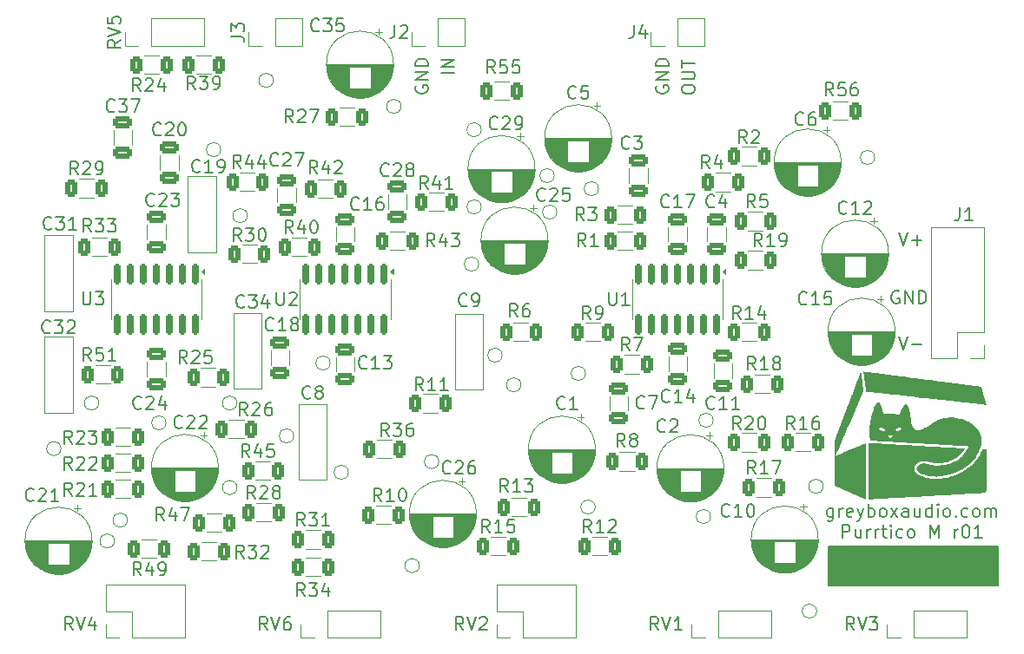
<source format=gto>
G04 #@! TF.GenerationSoftware,KiCad,Pcbnew,8.0.4*
G04 #@! TF.CreationDate,2024-08-16T16:00:28+02:00*
G04 #@! TF.ProjectId,Purrtico_M,50757272-7469-4636-9f5f-4d2e6b696361,01*
G04 #@! TF.SameCoordinates,Original*
G04 #@! TF.FileFunction,Legend,Top*
G04 #@! TF.FilePolarity,Positive*
%FSLAX46Y46*%
G04 Gerber Fmt 4.6, Leading zero omitted, Abs format (unit mm)*
G04 Created by KiCad (PCBNEW 8.0.4) date 2024-08-16 16:00:28*
%MOMM*%
%LPD*%
G01*
G04 APERTURE LIST*
G04 Aperture macros list*
%AMRoundRect*
0 Rectangle with rounded corners*
0 $1 Rounding radius*
0 $2 $3 $4 $5 $6 $7 $8 $9 X,Y pos of 4 corners*
0 Add a 4 corners polygon primitive as box body*
4,1,4,$2,$3,$4,$5,$6,$7,$8,$9,$2,$3,0*
0 Add four circle primitives for the rounded corners*
1,1,$1+$1,$2,$3*
1,1,$1+$1,$4,$5*
1,1,$1+$1,$6,$7*
1,1,$1+$1,$8,$9*
0 Add four rect primitives between the rounded corners*
20,1,$1+$1,$2,$3,$4,$5,0*
20,1,$1+$1,$4,$5,$6,$7,0*
20,1,$1+$1,$6,$7,$8,$9,0*
20,1,$1+$1,$8,$9,$2,$3,0*%
G04 Aperture macros list end*
%ADD10C,0.203200*%
%ADD11C,0.120000*%
%ADD12C,0.000000*%
%ADD13RoundRect,0.250000X0.312500X0.625000X-0.312500X0.625000X-0.312500X-0.625000X0.312500X-0.625000X0*%
%ADD14RoundRect,0.250000X-0.312500X-0.625000X0.312500X-0.625000X0.312500X0.625000X-0.312500X0.625000X0*%
%ADD15C,1.000000*%
%ADD16R,1.700000X1.700000*%
%ADD17O,1.700000X1.700000*%
%ADD18C,5.600000*%
%ADD19R,1.600000X1.600000*%
%ADD20C,1.600000*%
%ADD21RoundRect,0.250000X0.650000X-0.325000X0.650000X0.325000X-0.650000X0.325000X-0.650000X-0.325000X0*%
%ADD22RoundRect,0.250000X-0.650000X0.325000X-0.650000X-0.325000X0.650000X-0.325000X0.650000X0.325000X0*%
%ADD23RoundRect,0.150000X-0.150000X0.825000X-0.150000X-0.825000X0.150000X-0.825000X0.150000X0.825000X0*%
G04 APERTURE END LIST*
D10*
X158750000Y-77470000D02*
X175260000Y-77470000D01*
X175260000Y-81280000D01*
X158750000Y-81280000D01*
X158750000Y-77470000D01*
G36*
X158750000Y-77470000D02*
G01*
X175260000Y-77470000D01*
X175260000Y-81280000D01*
X158750000Y-81280000D01*
X158750000Y-77470000D01*
G37*
X165566303Y-52599485D02*
X165445350Y-52539009D01*
X165445350Y-52539009D02*
X165263922Y-52539009D01*
X165263922Y-52539009D02*
X165082493Y-52599485D01*
X165082493Y-52599485D02*
X164961541Y-52720437D01*
X164961541Y-52720437D02*
X164901064Y-52841390D01*
X164901064Y-52841390D02*
X164840588Y-53083294D01*
X164840588Y-53083294D02*
X164840588Y-53264723D01*
X164840588Y-53264723D02*
X164901064Y-53506628D01*
X164901064Y-53506628D02*
X164961541Y-53627580D01*
X164961541Y-53627580D02*
X165082493Y-53748533D01*
X165082493Y-53748533D02*
X165263922Y-53809009D01*
X165263922Y-53809009D02*
X165384874Y-53809009D01*
X165384874Y-53809009D02*
X165566303Y-53748533D01*
X165566303Y-53748533D02*
X165626779Y-53688056D01*
X165626779Y-53688056D02*
X165626779Y-53264723D01*
X165626779Y-53264723D02*
X165384874Y-53264723D01*
X166171064Y-53809009D02*
X166171064Y-52539009D01*
X166171064Y-52539009D02*
X166896779Y-53809009D01*
X166896779Y-53809009D02*
X166896779Y-52539009D01*
X167501540Y-53809009D02*
X167501540Y-52539009D01*
X167501540Y-52539009D02*
X167803921Y-52539009D01*
X167803921Y-52539009D02*
X167985350Y-52599485D01*
X167985350Y-52599485D02*
X168106302Y-52720437D01*
X168106302Y-52720437D02*
X168166779Y-52841390D01*
X168166779Y-52841390D02*
X168227255Y-53083294D01*
X168227255Y-53083294D02*
X168227255Y-53264723D01*
X168227255Y-53264723D02*
X168166779Y-53506628D01*
X168166779Y-53506628D02*
X168106302Y-53627580D01*
X168106302Y-53627580D02*
X167985350Y-53748533D01*
X167985350Y-53748533D02*
X167803921Y-53809009D01*
X167803921Y-53809009D02*
X167501540Y-53809009D01*
X122214009Y-31313935D02*
X120944009Y-31313935D01*
X122214009Y-30709173D02*
X120944009Y-30709173D01*
X120944009Y-30709173D02*
X122214009Y-29983458D01*
X122214009Y-29983458D02*
X120944009Y-29983458D01*
X159149523Y-73777713D02*
X159149523Y-74805808D01*
X159149523Y-74805808D02*
X159089047Y-74926761D01*
X159089047Y-74926761D02*
X159028571Y-74987237D01*
X159028571Y-74987237D02*
X158907618Y-75047713D01*
X158907618Y-75047713D02*
X158726190Y-75047713D01*
X158726190Y-75047713D02*
X158605237Y-74987237D01*
X159149523Y-74563904D02*
X159028571Y-74624380D01*
X159028571Y-74624380D02*
X158786666Y-74624380D01*
X158786666Y-74624380D02*
X158665714Y-74563904D01*
X158665714Y-74563904D02*
X158605237Y-74503427D01*
X158605237Y-74503427D02*
X158544761Y-74382475D01*
X158544761Y-74382475D02*
X158544761Y-74019618D01*
X158544761Y-74019618D02*
X158605237Y-73898665D01*
X158605237Y-73898665D02*
X158665714Y-73838189D01*
X158665714Y-73838189D02*
X158786666Y-73777713D01*
X158786666Y-73777713D02*
X159028571Y-73777713D01*
X159028571Y-73777713D02*
X159149523Y-73838189D01*
X159754285Y-74624380D02*
X159754285Y-73777713D01*
X159754285Y-74019618D02*
X159814762Y-73898665D01*
X159814762Y-73898665D02*
X159875238Y-73838189D01*
X159875238Y-73838189D02*
X159996190Y-73777713D01*
X159996190Y-73777713D02*
X160117143Y-73777713D01*
X161024285Y-74563904D02*
X160903333Y-74624380D01*
X160903333Y-74624380D02*
X160661428Y-74624380D01*
X160661428Y-74624380D02*
X160540475Y-74563904D01*
X160540475Y-74563904D02*
X160479999Y-74442951D01*
X160479999Y-74442951D02*
X160479999Y-73959142D01*
X160479999Y-73959142D02*
X160540475Y-73838189D01*
X160540475Y-73838189D02*
X160661428Y-73777713D01*
X160661428Y-73777713D02*
X160903333Y-73777713D01*
X160903333Y-73777713D02*
X161024285Y-73838189D01*
X161024285Y-73838189D02*
X161084761Y-73959142D01*
X161084761Y-73959142D02*
X161084761Y-74080094D01*
X161084761Y-74080094D02*
X160479999Y-74201046D01*
X161508094Y-73777713D02*
X161810475Y-74624380D01*
X162112856Y-73777713D02*
X161810475Y-74624380D01*
X161810475Y-74624380D02*
X161689523Y-74926761D01*
X161689523Y-74926761D02*
X161629046Y-74987237D01*
X161629046Y-74987237D02*
X161508094Y-75047713D01*
X162596665Y-74624380D02*
X162596665Y-73354380D01*
X162596665Y-73838189D02*
X162717618Y-73777713D01*
X162717618Y-73777713D02*
X162959523Y-73777713D01*
X162959523Y-73777713D02*
X163080475Y-73838189D01*
X163080475Y-73838189D02*
X163140951Y-73898665D01*
X163140951Y-73898665D02*
X163201427Y-74019618D01*
X163201427Y-74019618D02*
X163201427Y-74382475D01*
X163201427Y-74382475D02*
X163140951Y-74503427D01*
X163140951Y-74503427D02*
X163080475Y-74563904D01*
X163080475Y-74563904D02*
X162959523Y-74624380D01*
X162959523Y-74624380D02*
X162717618Y-74624380D01*
X162717618Y-74624380D02*
X162596665Y-74563904D01*
X163927142Y-74624380D02*
X163806190Y-74563904D01*
X163806190Y-74563904D02*
X163745713Y-74503427D01*
X163745713Y-74503427D02*
X163685237Y-74382475D01*
X163685237Y-74382475D02*
X163685237Y-74019618D01*
X163685237Y-74019618D02*
X163745713Y-73898665D01*
X163745713Y-73898665D02*
X163806190Y-73838189D01*
X163806190Y-73838189D02*
X163927142Y-73777713D01*
X163927142Y-73777713D02*
X164108571Y-73777713D01*
X164108571Y-73777713D02*
X164229523Y-73838189D01*
X164229523Y-73838189D02*
X164289999Y-73898665D01*
X164289999Y-73898665D02*
X164350475Y-74019618D01*
X164350475Y-74019618D02*
X164350475Y-74382475D01*
X164350475Y-74382475D02*
X164289999Y-74503427D01*
X164289999Y-74503427D02*
X164229523Y-74563904D01*
X164229523Y-74563904D02*
X164108571Y-74624380D01*
X164108571Y-74624380D02*
X163927142Y-74624380D01*
X164773809Y-74624380D02*
X165439047Y-73777713D01*
X164773809Y-73777713D02*
X165439047Y-74624380D01*
X166467142Y-74624380D02*
X166467142Y-73959142D01*
X166467142Y-73959142D02*
X166406666Y-73838189D01*
X166406666Y-73838189D02*
X166285714Y-73777713D01*
X166285714Y-73777713D02*
X166043809Y-73777713D01*
X166043809Y-73777713D02*
X165922856Y-73838189D01*
X166467142Y-74563904D02*
X166346190Y-74624380D01*
X166346190Y-74624380D02*
X166043809Y-74624380D01*
X166043809Y-74624380D02*
X165922856Y-74563904D01*
X165922856Y-74563904D02*
X165862380Y-74442951D01*
X165862380Y-74442951D02*
X165862380Y-74321999D01*
X165862380Y-74321999D02*
X165922856Y-74201046D01*
X165922856Y-74201046D02*
X166043809Y-74140570D01*
X166043809Y-74140570D02*
X166346190Y-74140570D01*
X166346190Y-74140570D02*
X166467142Y-74080094D01*
X167616190Y-73777713D02*
X167616190Y-74624380D01*
X167071904Y-73777713D02*
X167071904Y-74442951D01*
X167071904Y-74442951D02*
X167132381Y-74563904D01*
X167132381Y-74563904D02*
X167253333Y-74624380D01*
X167253333Y-74624380D02*
X167434762Y-74624380D01*
X167434762Y-74624380D02*
X167555714Y-74563904D01*
X167555714Y-74563904D02*
X167616190Y-74503427D01*
X168765238Y-74624380D02*
X168765238Y-73354380D01*
X168765238Y-74563904D02*
X168644286Y-74624380D01*
X168644286Y-74624380D02*
X168402381Y-74624380D01*
X168402381Y-74624380D02*
X168281429Y-74563904D01*
X168281429Y-74563904D02*
X168220952Y-74503427D01*
X168220952Y-74503427D02*
X168160476Y-74382475D01*
X168160476Y-74382475D02*
X168160476Y-74019618D01*
X168160476Y-74019618D02*
X168220952Y-73898665D01*
X168220952Y-73898665D02*
X168281429Y-73838189D01*
X168281429Y-73838189D02*
X168402381Y-73777713D01*
X168402381Y-73777713D02*
X168644286Y-73777713D01*
X168644286Y-73777713D02*
X168765238Y-73838189D01*
X169370000Y-74624380D02*
X169370000Y-73777713D01*
X169370000Y-73354380D02*
X169309524Y-73414856D01*
X169309524Y-73414856D02*
X169370000Y-73475332D01*
X169370000Y-73475332D02*
X169430477Y-73414856D01*
X169430477Y-73414856D02*
X169370000Y-73354380D01*
X169370000Y-73354380D02*
X169370000Y-73475332D01*
X170156191Y-74624380D02*
X170035239Y-74563904D01*
X170035239Y-74563904D02*
X169974762Y-74503427D01*
X169974762Y-74503427D02*
X169914286Y-74382475D01*
X169914286Y-74382475D02*
X169914286Y-74019618D01*
X169914286Y-74019618D02*
X169974762Y-73898665D01*
X169974762Y-73898665D02*
X170035239Y-73838189D01*
X170035239Y-73838189D02*
X170156191Y-73777713D01*
X170156191Y-73777713D02*
X170337620Y-73777713D01*
X170337620Y-73777713D02*
X170458572Y-73838189D01*
X170458572Y-73838189D02*
X170519048Y-73898665D01*
X170519048Y-73898665D02*
X170579524Y-74019618D01*
X170579524Y-74019618D02*
X170579524Y-74382475D01*
X170579524Y-74382475D02*
X170519048Y-74503427D01*
X170519048Y-74503427D02*
X170458572Y-74563904D01*
X170458572Y-74563904D02*
X170337620Y-74624380D01*
X170337620Y-74624380D02*
X170156191Y-74624380D01*
X171123810Y-74503427D02*
X171184287Y-74563904D01*
X171184287Y-74563904D02*
X171123810Y-74624380D01*
X171123810Y-74624380D02*
X171063334Y-74563904D01*
X171063334Y-74563904D02*
X171123810Y-74503427D01*
X171123810Y-74503427D02*
X171123810Y-74624380D01*
X172272858Y-74563904D02*
X172151906Y-74624380D01*
X172151906Y-74624380D02*
X171910001Y-74624380D01*
X171910001Y-74624380D02*
X171789049Y-74563904D01*
X171789049Y-74563904D02*
X171728572Y-74503427D01*
X171728572Y-74503427D02*
X171668096Y-74382475D01*
X171668096Y-74382475D02*
X171668096Y-74019618D01*
X171668096Y-74019618D02*
X171728572Y-73898665D01*
X171728572Y-73898665D02*
X171789049Y-73838189D01*
X171789049Y-73838189D02*
X171910001Y-73777713D01*
X171910001Y-73777713D02*
X172151906Y-73777713D01*
X172151906Y-73777713D02*
X172272858Y-73838189D01*
X172998572Y-74624380D02*
X172877620Y-74563904D01*
X172877620Y-74563904D02*
X172817143Y-74503427D01*
X172817143Y-74503427D02*
X172756667Y-74382475D01*
X172756667Y-74382475D02*
X172756667Y-74019618D01*
X172756667Y-74019618D02*
X172817143Y-73898665D01*
X172817143Y-73898665D02*
X172877620Y-73838189D01*
X172877620Y-73838189D02*
X172998572Y-73777713D01*
X172998572Y-73777713D02*
X173180001Y-73777713D01*
X173180001Y-73777713D02*
X173300953Y-73838189D01*
X173300953Y-73838189D02*
X173361429Y-73898665D01*
X173361429Y-73898665D02*
X173421905Y-74019618D01*
X173421905Y-74019618D02*
X173421905Y-74382475D01*
X173421905Y-74382475D02*
X173361429Y-74503427D01*
X173361429Y-74503427D02*
X173300953Y-74563904D01*
X173300953Y-74563904D02*
X173180001Y-74624380D01*
X173180001Y-74624380D02*
X172998572Y-74624380D01*
X173966191Y-74624380D02*
X173966191Y-73777713D01*
X173966191Y-73898665D02*
X174026668Y-73838189D01*
X174026668Y-73838189D02*
X174147620Y-73777713D01*
X174147620Y-73777713D02*
X174329049Y-73777713D01*
X174329049Y-73777713D02*
X174450001Y-73838189D01*
X174450001Y-73838189D02*
X174510477Y-73959142D01*
X174510477Y-73959142D02*
X174510477Y-74624380D01*
X174510477Y-73959142D02*
X174570953Y-73838189D01*
X174570953Y-73838189D02*
X174691906Y-73777713D01*
X174691906Y-73777713D02*
X174873334Y-73777713D01*
X174873334Y-73777713D02*
X174994287Y-73838189D01*
X174994287Y-73838189D02*
X175054763Y-73959142D01*
X175054763Y-73959142D02*
X175054763Y-74624380D01*
X160056666Y-76669009D02*
X160056666Y-75399009D01*
X160056666Y-75399009D02*
X160540476Y-75399009D01*
X160540476Y-75399009D02*
X160661428Y-75459485D01*
X160661428Y-75459485D02*
X160721905Y-75519961D01*
X160721905Y-75519961D02*
X160782381Y-75640913D01*
X160782381Y-75640913D02*
X160782381Y-75822342D01*
X160782381Y-75822342D02*
X160721905Y-75943294D01*
X160721905Y-75943294D02*
X160661428Y-76003771D01*
X160661428Y-76003771D02*
X160540476Y-76064247D01*
X160540476Y-76064247D02*
X160056666Y-76064247D01*
X161870952Y-75822342D02*
X161870952Y-76669009D01*
X161326666Y-75822342D02*
X161326666Y-76487580D01*
X161326666Y-76487580D02*
X161387143Y-76608533D01*
X161387143Y-76608533D02*
X161508095Y-76669009D01*
X161508095Y-76669009D02*
X161689524Y-76669009D01*
X161689524Y-76669009D02*
X161810476Y-76608533D01*
X161810476Y-76608533D02*
X161870952Y-76548056D01*
X162475714Y-76669009D02*
X162475714Y-75822342D01*
X162475714Y-76064247D02*
X162536191Y-75943294D01*
X162536191Y-75943294D02*
X162596667Y-75882818D01*
X162596667Y-75882818D02*
X162717619Y-75822342D01*
X162717619Y-75822342D02*
X162838572Y-75822342D01*
X163261904Y-76669009D02*
X163261904Y-75822342D01*
X163261904Y-76064247D02*
X163322381Y-75943294D01*
X163322381Y-75943294D02*
X163382857Y-75882818D01*
X163382857Y-75882818D02*
X163503809Y-75822342D01*
X163503809Y-75822342D02*
X163624762Y-75822342D01*
X163866666Y-75822342D02*
X164350475Y-75822342D01*
X164048094Y-75399009D02*
X164048094Y-76487580D01*
X164048094Y-76487580D02*
X164108571Y-76608533D01*
X164108571Y-76608533D02*
X164229523Y-76669009D01*
X164229523Y-76669009D02*
X164350475Y-76669009D01*
X164773808Y-76669009D02*
X164773808Y-75822342D01*
X164773808Y-75399009D02*
X164713332Y-75459485D01*
X164713332Y-75459485D02*
X164773808Y-75519961D01*
X164773808Y-75519961D02*
X164834285Y-75459485D01*
X164834285Y-75459485D02*
X164773808Y-75399009D01*
X164773808Y-75399009D02*
X164773808Y-75519961D01*
X165922856Y-76608533D02*
X165801904Y-76669009D01*
X165801904Y-76669009D02*
X165559999Y-76669009D01*
X165559999Y-76669009D02*
X165439047Y-76608533D01*
X165439047Y-76608533D02*
X165378570Y-76548056D01*
X165378570Y-76548056D02*
X165318094Y-76427104D01*
X165318094Y-76427104D02*
X165318094Y-76064247D01*
X165318094Y-76064247D02*
X165378570Y-75943294D01*
X165378570Y-75943294D02*
X165439047Y-75882818D01*
X165439047Y-75882818D02*
X165559999Y-75822342D01*
X165559999Y-75822342D02*
X165801904Y-75822342D01*
X165801904Y-75822342D02*
X165922856Y-75882818D01*
X166648570Y-76669009D02*
X166527618Y-76608533D01*
X166527618Y-76608533D02*
X166467141Y-76548056D01*
X166467141Y-76548056D02*
X166406665Y-76427104D01*
X166406665Y-76427104D02*
X166406665Y-76064247D01*
X166406665Y-76064247D02*
X166467141Y-75943294D01*
X166467141Y-75943294D02*
X166527618Y-75882818D01*
X166527618Y-75882818D02*
X166648570Y-75822342D01*
X166648570Y-75822342D02*
X166829999Y-75822342D01*
X166829999Y-75822342D02*
X166950951Y-75882818D01*
X166950951Y-75882818D02*
X167011427Y-75943294D01*
X167011427Y-75943294D02*
X167071903Y-76064247D01*
X167071903Y-76064247D02*
X167071903Y-76427104D01*
X167071903Y-76427104D02*
X167011427Y-76548056D01*
X167011427Y-76548056D02*
X166950951Y-76608533D01*
X166950951Y-76608533D02*
X166829999Y-76669009D01*
X166829999Y-76669009D02*
X166648570Y-76669009D01*
X168583808Y-76669009D02*
X168583808Y-75399009D01*
X168583808Y-75399009D02*
X169007142Y-76306152D01*
X169007142Y-76306152D02*
X169430475Y-75399009D01*
X169430475Y-75399009D02*
X169430475Y-76669009D01*
X171002856Y-76669009D02*
X171002856Y-75822342D01*
X171002856Y-76064247D02*
X171063333Y-75943294D01*
X171063333Y-75943294D02*
X171123809Y-75882818D01*
X171123809Y-75882818D02*
X171244761Y-75822342D01*
X171244761Y-75822342D02*
X171365714Y-75822342D01*
X172030951Y-75399009D02*
X172151904Y-75399009D01*
X172151904Y-75399009D02*
X172272856Y-75459485D01*
X172272856Y-75459485D02*
X172333332Y-75519961D01*
X172333332Y-75519961D02*
X172393808Y-75640913D01*
X172393808Y-75640913D02*
X172454285Y-75882818D01*
X172454285Y-75882818D02*
X172454285Y-76185199D01*
X172454285Y-76185199D02*
X172393808Y-76427104D01*
X172393808Y-76427104D02*
X172333332Y-76548056D01*
X172333332Y-76548056D02*
X172272856Y-76608533D01*
X172272856Y-76608533D02*
X172151904Y-76669009D01*
X172151904Y-76669009D02*
X172030951Y-76669009D01*
X172030951Y-76669009D02*
X171909999Y-76608533D01*
X171909999Y-76608533D02*
X171849523Y-76548056D01*
X171849523Y-76548056D02*
X171789046Y-76427104D01*
X171789046Y-76427104D02*
X171728570Y-76185199D01*
X171728570Y-76185199D02*
X171728570Y-75882818D01*
X171728570Y-75882818D02*
X171789046Y-75640913D01*
X171789046Y-75640913D02*
X171849523Y-75519961D01*
X171849523Y-75519961D02*
X171909999Y-75459485D01*
X171909999Y-75459485D02*
X172030951Y-75399009D01*
X173663809Y-76669009D02*
X172938094Y-76669009D01*
X173300951Y-76669009D02*
X173300951Y-75399009D01*
X173300951Y-75399009D02*
X173179999Y-75580437D01*
X173179999Y-75580437D02*
X173059047Y-75701390D01*
X173059047Y-75701390D02*
X172938094Y-75761866D01*
X118464485Y-32553696D02*
X118404009Y-32674649D01*
X118404009Y-32674649D02*
X118404009Y-32856077D01*
X118404009Y-32856077D02*
X118464485Y-33037506D01*
X118464485Y-33037506D02*
X118585437Y-33158458D01*
X118585437Y-33158458D02*
X118706390Y-33218935D01*
X118706390Y-33218935D02*
X118948294Y-33279411D01*
X118948294Y-33279411D02*
X119129723Y-33279411D01*
X119129723Y-33279411D02*
X119371628Y-33218935D01*
X119371628Y-33218935D02*
X119492580Y-33158458D01*
X119492580Y-33158458D02*
X119613533Y-33037506D01*
X119613533Y-33037506D02*
X119674009Y-32856077D01*
X119674009Y-32856077D02*
X119674009Y-32735125D01*
X119674009Y-32735125D02*
X119613533Y-32553696D01*
X119613533Y-32553696D02*
X119553056Y-32493220D01*
X119553056Y-32493220D02*
X119129723Y-32493220D01*
X119129723Y-32493220D02*
X119129723Y-32735125D01*
X119674009Y-31948935D02*
X118404009Y-31948935D01*
X118404009Y-31948935D02*
X119674009Y-31223220D01*
X119674009Y-31223220D02*
X118404009Y-31223220D01*
X119674009Y-30618459D02*
X118404009Y-30618459D01*
X118404009Y-30618459D02*
X118404009Y-30316078D01*
X118404009Y-30316078D02*
X118464485Y-30134649D01*
X118464485Y-30134649D02*
X118585437Y-30013697D01*
X118585437Y-30013697D02*
X118706390Y-29953220D01*
X118706390Y-29953220D02*
X118948294Y-29892744D01*
X118948294Y-29892744D02*
X119129723Y-29892744D01*
X119129723Y-29892744D02*
X119371628Y-29953220D01*
X119371628Y-29953220D02*
X119492580Y-30013697D01*
X119492580Y-30013697D02*
X119613533Y-30134649D01*
X119613533Y-30134649D02*
X119674009Y-30316078D01*
X119674009Y-30316078D02*
X119674009Y-30618459D01*
X165573560Y-46824009D02*
X165996893Y-48094009D01*
X165996893Y-48094009D02*
X166420227Y-46824009D01*
X166843559Y-47610199D02*
X167811179Y-47610199D01*
X167327369Y-48094009D02*
X167327369Y-47126390D01*
X165573560Y-56984009D02*
X165996893Y-58254009D01*
X165996893Y-58254009D02*
X166420227Y-56984009D01*
X166843559Y-57770199D02*
X167811179Y-57770199D01*
X141924485Y-32553696D02*
X141864009Y-32674649D01*
X141864009Y-32674649D02*
X141864009Y-32856077D01*
X141864009Y-32856077D02*
X141924485Y-33037506D01*
X141924485Y-33037506D02*
X142045437Y-33158458D01*
X142045437Y-33158458D02*
X142166390Y-33218935D01*
X142166390Y-33218935D02*
X142408294Y-33279411D01*
X142408294Y-33279411D02*
X142589723Y-33279411D01*
X142589723Y-33279411D02*
X142831628Y-33218935D01*
X142831628Y-33218935D02*
X142952580Y-33158458D01*
X142952580Y-33158458D02*
X143073533Y-33037506D01*
X143073533Y-33037506D02*
X143134009Y-32856077D01*
X143134009Y-32856077D02*
X143134009Y-32735125D01*
X143134009Y-32735125D02*
X143073533Y-32553696D01*
X143073533Y-32553696D02*
X143013056Y-32493220D01*
X143013056Y-32493220D02*
X142589723Y-32493220D01*
X142589723Y-32493220D02*
X142589723Y-32735125D01*
X143134009Y-31948935D02*
X141864009Y-31948935D01*
X141864009Y-31948935D02*
X143134009Y-31223220D01*
X143134009Y-31223220D02*
X141864009Y-31223220D01*
X143134009Y-30618459D02*
X141864009Y-30618459D01*
X141864009Y-30618459D02*
X141864009Y-30316078D01*
X141864009Y-30316078D02*
X141924485Y-30134649D01*
X141924485Y-30134649D02*
X142045437Y-30013697D01*
X142045437Y-30013697D02*
X142166390Y-29953220D01*
X142166390Y-29953220D02*
X142408294Y-29892744D01*
X142408294Y-29892744D02*
X142589723Y-29892744D01*
X142589723Y-29892744D02*
X142831628Y-29953220D01*
X142831628Y-29953220D02*
X142952580Y-30013697D01*
X142952580Y-30013697D02*
X143073533Y-30134649D01*
X143073533Y-30134649D02*
X143134009Y-30316078D01*
X143134009Y-30316078D02*
X143134009Y-30618459D01*
X144404009Y-32977030D02*
X144404009Y-32735125D01*
X144404009Y-32735125D02*
X144464485Y-32614173D01*
X144464485Y-32614173D02*
X144585437Y-32493220D01*
X144585437Y-32493220D02*
X144827342Y-32432744D01*
X144827342Y-32432744D02*
X145250675Y-32432744D01*
X145250675Y-32432744D02*
X145492580Y-32493220D01*
X145492580Y-32493220D02*
X145613533Y-32614173D01*
X145613533Y-32614173D02*
X145674009Y-32735125D01*
X145674009Y-32735125D02*
X145674009Y-32977030D01*
X145674009Y-32977030D02*
X145613533Y-33097982D01*
X145613533Y-33097982D02*
X145492580Y-33218935D01*
X145492580Y-33218935D02*
X145250675Y-33279411D01*
X145250675Y-33279411D02*
X144827342Y-33279411D01*
X144827342Y-33279411D02*
X144585437Y-33218935D01*
X144585437Y-33218935D02*
X144464485Y-33097982D01*
X144464485Y-33097982D02*
X144404009Y-32977030D01*
X144404009Y-31888459D02*
X145432104Y-31888459D01*
X145432104Y-31888459D02*
X145553056Y-31827982D01*
X145553056Y-31827982D02*
X145613533Y-31767506D01*
X145613533Y-31767506D02*
X145674009Y-31646554D01*
X145674009Y-31646554D02*
X145674009Y-31404649D01*
X145674009Y-31404649D02*
X145613533Y-31283697D01*
X145613533Y-31283697D02*
X145553056Y-31223220D01*
X145553056Y-31223220D02*
X145432104Y-31162744D01*
X145432104Y-31162744D02*
X144404009Y-31162744D01*
X144404009Y-30739411D02*
X144404009Y-30013697D01*
X145674009Y-30376554D02*
X144404009Y-30376554D01*
X91639571Y-33088959D02*
X91216237Y-32484197D01*
X90913856Y-33088959D02*
X90913856Y-31818959D01*
X90913856Y-31818959D02*
X91397666Y-31818959D01*
X91397666Y-31818959D02*
X91518618Y-31879435D01*
X91518618Y-31879435D02*
X91579095Y-31939911D01*
X91579095Y-31939911D02*
X91639571Y-32060863D01*
X91639571Y-32060863D02*
X91639571Y-32242292D01*
X91639571Y-32242292D02*
X91579095Y-32363244D01*
X91579095Y-32363244D02*
X91518618Y-32423721D01*
X91518618Y-32423721D02*
X91397666Y-32484197D01*
X91397666Y-32484197D02*
X90913856Y-32484197D01*
X92123380Y-31939911D02*
X92183856Y-31879435D01*
X92183856Y-31879435D02*
X92304809Y-31818959D01*
X92304809Y-31818959D02*
X92607190Y-31818959D01*
X92607190Y-31818959D02*
X92728142Y-31879435D01*
X92728142Y-31879435D02*
X92788618Y-31939911D01*
X92788618Y-31939911D02*
X92849095Y-32060863D01*
X92849095Y-32060863D02*
X92849095Y-32181816D01*
X92849095Y-32181816D02*
X92788618Y-32363244D01*
X92788618Y-32363244D02*
X92062904Y-33088959D01*
X92062904Y-33088959D02*
X92849095Y-33088959D01*
X93937666Y-32242292D02*
X93937666Y-33088959D01*
X93635285Y-31758483D02*
X93332904Y-32665625D01*
X93332904Y-32665625D02*
X94119095Y-32665625D01*
X134868333Y-45696959D02*
X134444999Y-45092197D01*
X134142618Y-45696959D02*
X134142618Y-44426959D01*
X134142618Y-44426959D02*
X134626428Y-44426959D01*
X134626428Y-44426959D02*
X134747380Y-44487435D01*
X134747380Y-44487435D02*
X134807857Y-44547911D01*
X134807857Y-44547911D02*
X134868333Y-44668863D01*
X134868333Y-44668863D02*
X134868333Y-44850292D01*
X134868333Y-44850292D02*
X134807857Y-44971244D01*
X134807857Y-44971244D02*
X134747380Y-45031721D01*
X134747380Y-45031721D02*
X134626428Y-45092197D01*
X134626428Y-45092197D02*
X134142618Y-45092197D01*
X135291666Y-44426959D02*
X136077857Y-44426959D01*
X136077857Y-44426959D02*
X135654523Y-44910768D01*
X135654523Y-44910768D02*
X135835952Y-44910768D01*
X135835952Y-44910768D02*
X135956904Y-44971244D01*
X135956904Y-44971244D02*
X136017380Y-45031721D01*
X136017380Y-45031721D02*
X136077857Y-45152673D01*
X136077857Y-45152673D02*
X136077857Y-45455054D01*
X136077857Y-45455054D02*
X136017380Y-45576006D01*
X136017380Y-45576006D02*
X135956904Y-45636483D01*
X135956904Y-45636483D02*
X135835952Y-45696959D01*
X135835952Y-45696959D02*
X135473095Y-45696959D01*
X135473095Y-45696959D02*
X135352142Y-45636483D01*
X135352142Y-45636483D02*
X135291666Y-45576006D01*
X120293571Y-48236959D02*
X119870237Y-47632197D01*
X119567856Y-48236959D02*
X119567856Y-46966959D01*
X119567856Y-46966959D02*
X120051666Y-46966959D01*
X120051666Y-46966959D02*
X120172618Y-47027435D01*
X120172618Y-47027435D02*
X120233095Y-47087911D01*
X120233095Y-47087911D02*
X120293571Y-47208863D01*
X120293571Y-47208863D02*
X120293571Y-47390292D01*
X120293571Y-47390292D02*
X120233095Y-47511244D01*
X120233095Y-47511244D02*
X120172618Y-47571721D01*
X120172618Y-47571721D02*
X120051666Y-47632197D01*
X120051666Y-47632197D02*
X119567856Y-47632197D01*
X121382142Y-47390292D02*
X121382142Y-48236959D01*
X121079761Y-46906483D02*
X120777380Y-47813625D01*
X120777380Y-47813625D02*
X121563571Y-47813625D01*
X121926428Y-46966959D02*
X122712619Y-46966959D01*
X122712619Y-46966959D02*
X122289285Y-47450768D01*
X122289285Y-47450768D02*
X122470714Y-47450768D01*
X122470714Y-47450768D02*
X122591666Y-47511244D01*
X122591666Y-47511244D02*
X122652142Y-47571721D01*
X122652142Y-47571721D02*
X122712619Y-47692673D01*
X122712619Y-47692673D02*
X122712619Y-47995054D01*
X122712619Y-47995054D02*
X122652142Y-48116006D01*
X122652142Y-48116006D02*
X122591666Y-48176483D01*
X122591666Y-48176483D02*
X122470714Y-48236959D01*
X122470714Y-48236959D02*
X122107857Y-48236959D01*
X122107857Y-48236959D02*
X121986904Y-48176483D01*
X121986904Y-48176483D02*
X121926428Y-48116006D01*
X171486667Y-44426959D02*
X171486667Y-45334102D01*
X171486667Y-45334102D02*
X171426190Y-45515530D01*
X171426190Y-45515530D02*
X171305238Y-45636483D01*
X171305238Y-45636483D02*
X171123809Y-45696959D01*
X171123809Y-45696959D02*
X171002857Y-45696959D01*
X172756667Y-45696959D02*
X172030952Y-45696959D01*
X172393809Y-45696959D02*
X172393809Y-44426959D01*
X172393809Y-44426959D02*
X172272857Y-44608387D01*
X172272857Y-44608387D02*
X172151905Y-44729340D01*
X172151905Y-44729340D02*
X172030952Y-44789816D01*
X91687571Y-80332959D02*
X91264237Y-79728197D01*
X90961856Y-80332959D02*
X90961856Y-79062959D01*
X90961856Y-79062959D02*
X91445666Y-79062959D01*
X91445666Y-79062959D02*
X91566618Y-79123435D01*
X91566618Y-79123435D02*
X91627095Y-79183911D01*
X91627095Y-79183911D02*
X91687571Y-79304863D01*
X91687571Y-79304863D02*
X91687571Y-79486292D01*
X91687571Y-79486292D02*
X91627095Y-79607244D01*
X91627095Y-79607244D02*
X91566618Y-79667721D01*
X91566618Y-79667721D02*
X91445666Y-79728197D01*
X91445666Y-79728197D02*
X90961856Y-79728197D01*
X92776142Y-79486292D02*
X92776142Y-80332959D01*
X92473761Y-79002483D02*
X92171380Y-79909625D01*
X92171380Y-79909625D02*
X92957571Y-79909625D01*
X93501857Y-80332959D02*
X93743761Y-80332959D01*
X93743761Y-80332959D02*
X93864714Y-80272483D01*
X93864714Y-80272483D02*
X93925190Y-80212006D01*
X93925190Y-80212006D02*
X94046142Y-80030578D01*
X94046142Y-80030578D02*
X94106619Y-79788673D01*
X94106619Y-79788673D02*
X94106619Y-79304863D01*
X94106619Y-79304863D02*
X94046142Y-79183911D01*
X94046142Y-79183911D02*
X93985666Y-79123435D01*
X93985666Y-79123435D02*
X93864714Y-79062959D01*
X93864714Y-79062959D02*
X93622809Y-79062959D01*
X93622809Y-79062959D02*
X93501857Y-79123435D01*
X93501857Y-79123435D02*
X93441380Y-79183911D01*
X93441380Y-79183911D02*
X93380904Y-79304863D01*
X93380904Y-79304863D02*
X93380904Y-79607244D01*
X93380904Y-79607244D02*
X93441380Y-79728197D01*
X93441380Y-79728197D02*
X93501857Y-79788673D01*
X93501857Y-79788673D02*
X93622809Y-79849149D01*
X93622809Y-79849149D02*
X93864714Y-79849149D01*
X93864714Y-79849149D02*
X93985666Y-79788673D01*
X93985666Y-79788673D02*
X94046142Y-79728197D01*
X94046142Y-79728197D02*
X94106619Y-79607244D01*
X102259571Y-68775959D02*
X101836237Y-68171197D01*
X101533856Y-68775959D02*
X101533856Y-67505959D01*
X101533856Y-67505959D02*
X102017666Y-67505959D01*
X102017666Y-67505959D02*
X102138618Y-67566435D01*
X102138618Y-67566435D02*
X102199095Y-67626911D01*
X102199095Y-67626911D02*
X102259571Y-67747863D01*
X102259571Y-67747863D02*
X102259571Y-67929292D01*
X102259571Y-67929292D02*
X102199095Y-68050244D01*
X102199095Y-68050244D02*
X102138618Y-68110721D01*
X102138618Y-68110721D02*
X102017666Y-68171197D01*
X102017666Y-68171197D02*
X101533856Y-68171197D01*
X103348142Y-67929292D02*
X103348142Y-68775959D01*
X103045761Y-67445483D02*
X102743380Y-68352625D01*
X102743380Y-68352625D02*
X103529571Y-68352625D01*
X104618142Y-67505959D02*
X104013380Y-67505959D01*
X104013380Y-67505959D02*
X103952904Y-68110721D01*
X103952904Y-68110721D02*
X104013380Y-68050244D01*
X104013380Y-68050244D02*
X104134333Y-67989768D01*
X104134333Y-67989768D02*
X104436714Y-67989768D01*
X104436714Y-67989768D02*
X104557666Y-68050244D01*
X104557666Y-68050244D02*
X104618142Y-68110721D01*
X104618142Y-68110721D02*
X104678619Y-68231673D01*
X104678619Y-68231673D02*
X104678619Y-68534054D01*
X104678619Y-68534054D02*
X104618142Y-68655006D01*
X104618142Y-68655006D02*
X104557666Y-68715483D01*
X104557666Y-68715483D02*
X104436714Y-68775959D01*
X104436714Y-68775959D02*
X104134333Y-68775959D01*
X104134333Y-68775959D02*
X104013380Y-68715483D01*
X104013380Y-68715483D02*
X103952904Y-68655006D01*
X150138571Y-55306959D02*
X149715237Y-54702197D01*
X149412856Y-55306959D02*
X149412856Y-54036959D01*
X149412856Y-54036959D02*
X149896666Y-54036959D01*
X149896666Y-54036959D02*
X150017618Y-54097435D01*
X150017618Y-54097435D02*
X150078095Y-54157911D01*
X150078095Y-54157911D02*
X150138571Y-54278863D01*
X150138571Y-54278863D02*
X150138571Y-54460292D01*
X150138571Y-54460292D02*
X150078095Y-54581244D01*
X150078095Y-54581244D02*
X150017618Y-54641721D01*
X150017618Y-54641721D02*
X149896666Y-54702197D01*
X149896666Y-54702197D02*
X149412856Y-54702197D01*
X151348095Y-55306959D02*
X150622380Y-55306959D01*
X150985237Y-55306959D02*
X150985237Y-54036959D01*
X150985237Y-54036959D02*
X150864285Y-54218387D01*
X150864285Y-54218387D02*
X150743333Y-54339340D01*
X150743333Y-54339340D02*
X150622380Y-54399816D01*
X152436666Y-54460292D02*
X152436666Y-55306959D01*
X152134285Y-53976483D02*
X151831904Y-54883625D01*
X151831904Y-54883625D02*
X152618095Y-54883625D01*
X85543571Y-41216959D02*
X85120237Y-40612197D01*
X84817856Y-41216959D02*
X84817856Y-39946959D01*
X84817856Y-39946959D02*
X85301666Y-39946959D01*
X85301666Y-39946959D02*
X85422618Y-40007435D01*
X85422618Y-40007435D02*
X85483095Y-40067911D01*
X85483095Y-40067911D02*
X85543571Y-40188863D01*
X85543571Y-40188863D02*
X85543571Y-40370292D01*
X85543571Y-40370292D02*
X85483095Y-40491244D01*
X85483095Y-40491244D02*
X85422618Y-40551721D01*
X85422618Y-40551721D02*
X85301666Y-40612197D01*
X85301666Y-40612197D02*
X84817856Y-40612197D01*
X86027380Y-40067911D02*
X86087856Y-40007435D01*
X86087856Y-40007435D02*
X86208809Y-39946959D01*
X86208809Y-39946959D02*
X86511190Y-39946959D01*
X86511190Y-39946959D02*
X86632142Y-40007435D01*
X86632142Y-40007435D02*
X86692618Y-40067911D01*
X86692618Y-40067911D02*
X86753095Y-40188863D01*
X86753095Y-40188863D02*
X86753095Y-40309816D01*
X86753095Y-40309816D02*
X86692618Y-40491244D01*
X86692618Y-40491244D02*
X85966904Y-41216959D01*
X85966904Y-41216959D02*
X86753095Y-41216959D01*
X87357857Y-41216959D02*
X87599761Y-41216959D01*
X87599761Y-41216959D02*
X87720714Y-41156483D01*
X87720714Y-41156483D02*
X87781190Y-41096006D01*
X87781190Y-41096006D02*
X87902142Y-40914578D01*
X87902142Y-40914578D02*
X87962619Y-40672673D01*
X87962619Y-40672673D02*
X87962619Y-40188863D01*
X87962619Y-40188863D02*
X87902142Y-40067911D01*
X87902142Y-40067911D02*
X87841666Y-40007435D01*
X87841666Y-40007435D02*
X87720714Y-39946959D01*
X87720714Y-39946959D02*
X87478809Y-39946959D01*
X87478809Y-39946959D02*
X87357857Y-40007435D01*
X87357857Y-40007435D02*
X87297380Y-40067911D01*
X87297380Y-40067911D02*
X87236904Y-40188863D01*
X87236904Y-40188863D02*
X87236904Y-40491244D01*
X87236904Y-40491244D02*
X87297380Y-40612197D01*
X87297380Y-40612197D02*
X87357857Y-40672673D01*
X87357857Y-40672673D02*
X87478809Y-40733149D01*
X87478809Y-40733149D02*
X87720714Y-40733149D01*
X87720714Y-40733149D02*
X87841666Y-40672673D01*
X87841666Y-40672673D02*
X87902142Y-40612197D01*
X87902142Y-40612197D02*
X87962619Y-40491244D01*
X156252333Y-36270006D02*
X156191857Y-36330483D01*
X156191857Y-36330483D02*
X156010428Y-36390959D01*
X156010428Y-36390959D02*
X155889476Y-36390959D01*
X155889476Y-36390959D02*
X155708047Y-36330483D01*
X155708047Y-36330483D02*
X155587095Y-36209530D01*
X155587095Y-36209530D02*
X155526618Y-36088578D01*
X155526618Y-36088578D02*
X155466142Y-35846673D01*
X155466142Y-35846673D02*
X155466142Y-35665244D01*
X155466142Y-35665244D02*
X155526618Y-35423340D01*
X155526618Y-35423340D02*
X155587095Y-35302387D01*
X155587095Y-35302387D02*
X155708047Y-35181435D01*
X155708047Y-35181435D02*
X155889476Y-35120959D01*
X155889476Y-35120959D02*
X156010428Y-35120959D01*
X156010428Y-35120959D02*
X156191857Y-35181435D01*
X156191857Y-35181435D02*
X156252333Y-35241911D01*
X157340904Y-35120959D02*
X157098999Y-35120959D01*
X157098999Y-35120959D02*
X156978047Y-35181435D01*
X156978047Y-35181435D02*
X156917571Y-35241911D01*
X156917571Y-35241911D02*
X156796618Y-35423340D01*
X156796618Y-35423340D02*
X156736142Y-35665244D01*
X156736142Y-35665244D02*
X156736142Y-36149054D01*
X156736142Y-36149054D02*
X156796618Y-36270006D01*
X156796618Y-36270006D02*
X156857095Y-36330483D01*
X156857095Y-36330483D02*
X156978047Y-36390959D01*
X156978047Y-36390959D02*
X157219952Y-36390959D01*
X157219952Y-36390959D02*
X157340904Y-36330483D01*
X157340904Y-36330483D02*
X157401380Y-36270006D01*
X157401380Y-36270006D02*
X157461857Y-36149054D01*
X157461857Y-36149054D02*
X157461857Y-35846673D01*
X157461857Y-35846673D02*
X157401380Y-35725721D01*
X157401380Y-35725721D02*
X157340904Y-35665244D01*
X157340904Y-35665244D02*
X157219952Y-35604768D01*
X157219952Y-35604768D02*
X156978047Y-35604768D01*
X156978047Y-35604768D02*
X156857095Y-35665244D01*
X156857095Y-35665244D02*
X156796618Y-35725721D01*
X156796618Y-35725721D02*
X156736142Y-35846673D01*
X93623571Y-37286006D02*
X93563095Y-37346483D01*
X93563095Y-37346483D02*
X93381666Y-37406959D01*
X93381666Y-37406959D02*
X93260714Y-37406959D01*
X93260714Y-37406959D02*
X93079285Y-37346483D01*
X93079285Y-37346483D02*
X92958333Y-37225530D01*
X92958333Y-37225530D02*
X92897856Y-37104578D01*
X92897856Y-37104578D02*
X92837380Y-36862673D01*
X92837380Y-36862673D02*
X92837380Y-36681244D01*
X92837380Y-36681244D02*
X92897856Y-36439340D01*
X92897856Y-36439340D02*
X92958333Y-36318387D01*
X92958333Y-36318387D02*
X93079285Y-36197435D01*
X93079285Y-36197435D02*
X93260714Y-36136959D01*
X93260714Y-36136959D02*
X93381666Y-36136959D01*
X93381666Y-36136959D02*
X93563095Y-36197435D01*
X93563095Y-36197435D02*
X93623571Y-36257911D01*
X94107380Y-36257911D02*
X94167856Y-36197435D01*
X94167856Y-36197435D02*
X94288809Y-36136959D01*
X94288809Y-36136959D02*
X94591190Y-36136959D01*
X94591190Y-36136959D02*
X94712142Y-36197435D01*
X94712142Y-36197435D02*
X94772618Y-36257911D01*
X94772618Y-36257911D02*
X94833095Y-36378863D01*
X94833095Y-36378863D02*
X94833095Y-36499816D01*
X94833095Y-36499816D02*
X94772618Y-36681244D01*
X94772618Y-36681244D02*
X94046904Y-37406959D01*
X94046904Y-37406959D02*
X94833095Y-37406959D01*
X95619285Y-36136959D02*
X95740238Y-36136959D01*
X95740238Y-36136959D02*
X95861190Y-36197435D01*
X95861190Y-36197435D02*
X95921666Y-36257911D01*
X95921666Y-36257911D02*
X95982142Y-36378863D01*
X95982142Y-36378863D02*
X96042619Y-36620768D01*
X96042619Y-36620768D02*
X96042619Y-36923149D01*
X96042619Y-36923149D02*
X95982142Y-37165054D01*
X95982142Y-37165054D02*
X95921666Y-37286006D01*
X95921666Y-37286006D02*
X95861190Y-37346483D01*
X95861190Y-37346483D02*
X95740238Y-37406959D01*
X95740238Y-37406959D02*
X95619285Y-37406959D01*
X95619285Y-37406959D02*
X95498333Y-37346483D01*
X95498333Y-37346483D02*
X95437857Y-37286006D01*
X95437857Y-37286006D02*
X95377380Y-37165054D01*
X95377380Y-37165054D02*
X95316904Y-36923149D01*
X95316904Y-36923149D02*
X95316904Y-36620768D01*
X95316904Y-36620768D02*
X95377380Y-36378863D01*
X95377380Y-36378863D02*
X95437857Y-36257911D01*
X95437857Y-36257911D02*
X95498333Y-36197435D01*
X95498333Y-36197435D02*
X95619285Y-36136959D01*
X147598571Y-63991006D02*
X147538095Y-64051483D01*
X147538095Y-64051483D02*
X147356666Y-64111959D01*
X147356666Y-64111959D02*
X147235714Y-64111959D01*
X147235714Y-64111959D02*
X147054285Y-64051483D01*
X147054285Y-64051483D02*
X146933333Y-63930530D01*
X146933333Y-63930530D02*
X146872856Y-63809578D01*
X146872856Y-63809578D02*
X146812380Y-63567673D01*
X146812380Y-63567673D02*
X146812380Y-63386244D01*
X146812380Y-63386244D02*
X146872856Y-63144340D01*
X146872856Y-63144340D02*
X146933333Y-63023387D01*
X146933333Y-63023387D02*
X147054285Y-62902435D01*
X147054285Y-62902435D02*
X147235714Y-62841959D01*
X147235714Y-62841959D02*
X147356666Y-62841959D01*
X147356666Y-62841959D02*
X147538095Y-62902435D01*
X147538095Y-62902435D02*
X147598571Y-62962911D01*
X148808095Y-64111959D02*
X148082380Y-64111959D01*
X148445237Y-64111959D02*
X148445237Y-62841959D01*
X148445237Y-62841959D02*
X148324285Y-63023387D01*
X148324285Y-63023387D02*
X148203333Y-63144340D01*
X148203333Y-63144340D02*
X148082380Y-63204816D01*
X150017619Y-64111959D02*
X149291904Y-64111959D01*
X149654761Y-64111959D02*
X149654761Y-62841959D01*
X149654761Y-62841959D02*
X149533809Y-63023387D01*
X149533809Y-63023387D02*
X149412857Y-63144340D01*
X149412857Y-63144340D02*
X149291904Y-63204816D01*
X137287380Y-52681959D02*
X137287380Y-53710054D01*
X137287380Y-53710054D02*
X137347857Y-53831006D01*
X137347857Y-53831006D02*
X137408333Y-53891483D01*
X137408333Y-53891483D02*
X137529285Y-53951959D01*
X137529285Y-53951959D02*
X137771190Y-53951959D01*
X137771190Y-53951959D02*
X137892142Y-53891483D01*
X137892142Y-53891483D02*
X137952619Y-53831006D01*
X137952619Y-53831006D02*
X138013095Y-53710054D01*
X138013095Y-53710054D02*
X138013095Y-52681959D01*
X139283095Y-53951959D02*
X138557380Y-53951959D01*
X138920237Y-53951959D02*
X138920237Y-52681959D01*
X138920237Y-52681959D02*
X138799285Y-52863387D01*
X138799285Y-52863387D02*
X138678333Y-52984340D01*
X138678333Y-52984340D02*
X138557380Y-53044816D01*
X139313333Y-38591006D02*
X139252857Y-38651483D01*
X139252857Y-38651483D02*
X139071428Y-38711959D01*
X139071428Y-38711959D02*
X138950476Y-38711959D01*
X138950476Y-38711959D02*
X138769047Y-38651483D01*
X138769047Y-38651483D02*
X138648095Y-38530530D01*
X138648095Y-38530530D02*
X138587618Y-38409578D01*
X138587618Y-38409578D02*
X138527142Y-38167673D01*
X138527142Y-38167673D02*
X138527142Y-37986244D01*
X138527142Y-37986244D02*
X138587618Y-37744340D01*
X138587618Y-37744340D02*
X138648095Y-37623387D01*
X138648095Y-37623387D02*
X138769047Y-37502435D01*
X138769047Y-37502435D02*
X138950476Y-37441959D01*
X138950476Y-37441959D02*
X139071428Y-37441959D01*
X139071428Y-37441959D02*
X139252857Y-37502435D01*
X139252857Y-37502435D02*
X139313333Y-37562911D01*
X139736666Y-37441959D02*
X140522857Y-37441959D01*
X140522857Y-37441959D02*
X140099523Y-37925768D01*
X140099523Y-37925768D02*
X140280952Y-37925768D01*
X140280952Y-37925768D02*
X140401904Y-37986244D01*
X140401904Y-37986244D02*
X140462380Y-38046721D01*
X140462380Y-38046721D02*
X140522857Y-38167673D01*
X140522857Y-38167673D02*
X140522857Y-38470054D01*
X140522857Y-38470054D02*
X140462380Y-38591006D01*
X140462380Y-38591006D02*
X140401904Y-38651483D01*
X140401904Y-38651483D02*
X140280952Y-38711959D01*
X140280952Y-38711959D02*
X139918095Y-38711959D01*
X139918095Y-38711959D02*
X139797142Y-38651483D01*
X139797142Y-38651483D02*
X139736666Y-38591006D01*
X89686959Y-28060951D02*
X89082197Y-28484285D01*
X89686959Y-28786666D02*
X88416959Y-28786666D01*
X88416959Y-28786666D02*
X88416959Y-28302856D01*
X88416959Y-28302856D02*
X88477435Y-28181904D01*
X88477435Y-28181904D02*
X88537911Y-28121427D01*
X88537911Y-28121427D02*
X88658863Y-28060951D01*
X88658863Y-28060951D02*
X88840292Y-28060951D01*
X88840292Y-28060951D02*
X88961244Y-28121427D01*
X88961244Y-28121427D02*
X89021721Y-28181904D01*
X89021721Y-28181904D02*
X89082197Y-28302856D01*
X89082197Y-28302856D02*
X89082197Y-28786666D01*
X88416959Y-27698094D02*
X89686959Y-27274761D01*
X89686959Y-27274761D02*
X88416959Y-26851427D01*
X88416959Y-25823333D02*
X88416959Y-26428095D01*
X88416959Y-26428095D02*
X89021721Y-26488571D01*
X89021721Y-26488571D02*
X88961244Y-26428095D01*
X88961244Y-26428095D02*
X88900768Y-26307142D01*
X88900768Y-26307142D02*
X88900768Y-26004761D01*
X88900768Y-26004761D02*
X88961244Y-25883809D01*
X88961244Y-25883809D02*
X89021721Y-25823333D01*
X89021721Y-25823333D02*
X89142673Y-25762856D01*
X89142673Y-25762856D02*
X89445054Y-25762856D01*
X89445054Y-25762856D02*
X89566006Y-25823333D01*
X89566006Y-25823333D02*
X89626483Y-25883809D01*
X89626483Y-25883809D02*
X89686959Y-26004761D01*
X89686959Y-26004761D02*
X89686959Y-26307142D01*
X89686959Y-26307142D02*
X89626483Y-26428095D01*
X89626483Y-26428095D02*
X89566006Y-26488571D01*
X133011333Y-63991006D02*
X132950857Y-64051483D01*
X132950857Y-64051483D02*
X132769428Y-64111959D01*
X132769428Y-64111959D02*
X132648476Y-64111959D01*
X132648476Y-64111959D02*
X132467047Y-64051483D01*
X132467047Y-64051483D02*
X132346095Y-63930530D01*
X132346095Y-63930530D02*
X132285618Y-63809578D01*
X132285618Y-63809578D02*
X132225142Y-63567673D01*
X132225142Y-63567673D02*
X132225142Y-63386244D01*
X132225142Y-63386244D02*
X132285618Y-63144340D01*
X132285618Y-63144340D02*
X132346095Y-63023387D01*
X132346095Y-63023387D02*
X132467047Y-62902435D01*
X132467047Y-62902435D02*
X132648476Y-62841959D01*
X132648476Y-62841959D02*
X132769428Y-62841959D01*
X132769428Y-62841959D02*
X132950857Y-62902435D01*
X132950857Y-62902435D02*
X133011333Y-62962911D01*
X134220857Y-64111959D02*
X133495142Y-64111959D01*
X133857999Y-64111959D02*
X133857999Y-62841959D01*
X133857999Y-62841959D02*
X133737047Y-63023387D01*
X133737047Y-63023387D02*
X133616095Y-63144340D01*
X133616095Y-63144340D02*
X133495142Y-63204816D01*
X81225571Y-72973006D02*
X81165095Y-73033483D01*
X81165095Y-73033483D02*
X80983666Y-73093959D01*
X80983666Y-73093959D02*
X80862714Y-73093959D01*
X80862714Y-73093959D02*
X80681285Y-73033483D01*
X80681285Y-73033483D02*
X80560333Y-72912530D01*
X80560333Y-72912530D02*
X80499856Y-72791578D01*
X80499856Y-72791578D02*
X80439380Y-72549673D01*
X80439380Y-72549673D02*
X80439380Y-72368244D01*
X80439380Y-72368244D02*
X80499856Y-72126340D01*
X80499856Y-72126340D02*
X80560333Y-72005387D01*
X80560333Y-72005387D02*
X80681285Y-71884435D01*
X80681285Y-71884435D02*
X80862714Y-71823959D01*
X80862714Y-71823959D02*
X80983666Y-71823959D01*
X80983666Y-71823959D02*
X81165095Y-71884435D01*
X81165095Y-71884435D02*
X81225571Y-71944911D01*
X81709380Y-71944911D02*
X81769856Y-71884435D01*
X81769856Y-71884435D02*
X81890809Y-71823959D01*
X81890809Y-71823959D02*
X82193190Y-71823959D01*
X82193190Y-71823959D02*
X82314142Y-71884435D01*
X82314142Y-71884435D02*
X82374618Y-71944911D01*
X82374618Y-71944911D02*
X82435095Y-72065863D01*
X82435095Y-72065863D02*
X82435095Y-72186816D01*
X82435095Y-72186816D02*
X82374618Y-72368244D01*
X82374618Y-72368244D02*
X81648904Y-73093959D01*
X81648904Y-73093959D02*
X82435095Y-73093959D01*
X83644619Y-73093959D02*
X82918904Y-73093959D01*
X83281761Y-73093959D02*
X83281761Y-71823959D01*
X83281761Y-71823959D02*
X83160809Y-72005387D01*
X83160809Y-72005387D02*
X83039857Y-72126340D01*
X83039857Y-72126340D02*
X82918904Y-72186816D01*
X106498571Y-46931959D02*
X106075237Y-46327197D01*
X105772856Y-46931959D02*
X105772856Y-45661959D01*
X105772856Y-45661959D02*
X106256666Y-45661959D01*
X106256666Y-45661959D02*
X106377618Y-45722435D01*
X106377618Y-45722435D02*
X106438095Y-45782911D01*
X106438095Y-45782911D02*
X106498571Y-45903863D01*
X106498571Y-45903863D02*
X106498571Y-46085292D01*
X106498571Y-46085292D02*
X106438095Y-46206244D01*
X106438095Y-46206244D02*
X106377618Y-46266721D01*
X106377618Y-46266721D02*
X106256666Y-46327197D01*
X106256666Y-46327197D02*
X105772856Y-46327197D01*
X107587142Y-46085292D02*
X107587142Y-46931959D01*
X107284761Y-45601483D02*
X106982380Y-46508625D01*
X106982380Y-46508625D02*
X107768571Y-46508625D01*
X108494285Y-45661959D02*
X108615238Y-45661959D01*
X108615238Y-45661959D02*
X108736190Y-45722435D01*
X108736190Y-45722435D02*
X108796666Y-45782911D01*
X108796666Y-45782911D02*
X108857142Y-45903863D01*
X108857142Y-45903863D02*
X108917619Y-46145768D01*
X108917619Y-46145768D02*
X108917619Y-46448149D01*
X108917619Y-46448149D02*
X108857142Y-46690054D01*
X108857142Y-46690054D02*
X108796666Y-46811006D01*
X108796666Y-46811006D02*
X108736190Y-46871483D01*
X108736190Y-46871483D02*
X108615238Y-46931959D01*
X108615238Y-46931959D02*
X108494285Y-46931959D01*
X108494285Y-46931959D02*
X108373333Y-46871483D01*
X108373333Y-46871483D02*
X108312857Y-46811006D01*
X108312857Y-46811006D02*
X108252380Y-46690054D01*
X108252380Y-46690054D02*
X108191904Y-46448149D01*
X108191904Y-46448149D02*
X108191904Y-46145768D01*
X108191904Y-46145768D02*
X108252380Y-45903863D01*
X108252380Y-45903863D02*
X108312857Y-45782911D01*
X108312857Y-45782911D02*
X108373333Y-45722435D01*
X108373333Y-45722435D02*
X108494285Y-45661959D01*
X97433571Y-40877006D02*
X97373095Y-40937483D01*
X97373095Y-40937483D02*
X97191666Y-40997959D01*
X97191666Y-40997959D02*
X97070714Y-40997959D01*
X97070714Y-40997959D02*
X96889285Y-40937483D01*
X96889285Y-40937483D02*
X96768333Y-40816530D01*
X96768333Y-40816530D02*
X96707856Y-40695578D01*
X96707856Y-40695578D02*
X96647380Y-40453673D01*
X96647380Y-40453673D02*
X96647380Y-40272244D01*
X96647380Y-40272244D02*
X96707856Y-40030340D01*
X96707856Y-40030340D02*
X96768333Y-39909387D01*
X96768333Y-39909387D02*
X96889285Y-39788435D01*
X96889285Y-39788435D02*
X97070714Y-39727959D01*
X97070714Y-39727959D02*
X97191666Y-39727959D01*
X97191666Y-39727959D02*
X97373095Y-39788435D01*
X97373095Y-39788435D02*
X97433571Y-39848911D01*
X98643095Y-40997959D02*
X97917380Y-40997959D01*
X98280237Y-40997959D02*
X98280237Y-39727959D01*
X98280237Y-39727959D02*
X98159285Y-39909387D01*
X98159285Y-39909387D02*
X98038333Y-40030340D01*
X98038333Y-40030340D02*
X97917380Y-40090816D01*
X99247857Y-40997959D02*
X99489761Y-40997959D01*
X99489761Y-40997959D02*
X99610714Y-40937483D01*
X99610714Y-40937483D02*
X99671190Y-40877006D01*
X99671190Y-40877006D02*
X99792142Y-40695578D01*
X99792142Y-40695578D02*
X99852619Y-40453673D01*
X99852619Y-40453673D02*
X99852619Y-39969863D01*
X99852619Y-39969863D02*
X99792142Y-39848911D01*
X99792142Y-39848911D02*
X99731666Y-39788435D01*
X99731666Y-39788435D02*
X99610714Y-39727959D01*
X99610714Y-39727959D02*
X99368809Y-39727959D01*
X99368809Y-39727959D02*
X99247857Y-39788435D01*
X99247857Y-39788435D02*
X99187380Y-39848911D01*
X99187380Y-39848911D02*
X99126904Y-39969863D01*
X99126904Y-39969863D02*
X99126904Y-40272244D01*
X99126904Y-40272244D02*
X99187380Y-40393197D01*
X99187380Y-40393197D02*
X99247857Y-40453673D01*
X99247857Y-40453673D02*
X99368809Y-40514149D01*
X99368809Y-40514149D02*
X99610714Y-40514149D01*
X99610714Y-40514149D02*
X99731666Y-40453673D01*
X99731666Y-40453673D02*
X99792142Y-40393197D01*
X99792142Y-40393197D02*
X99852619Y-40272244D01*
X95703571Y-65861006D02*
X95643095Y-65921483D01*
X95643095Y-65921483D02*
X95461666Y-65981959D01*
X95461666Y-65981959D02*
X95340714Y-65981959D01*
X95340714Y-65981959D02*
X95159285Y-65921483D01*
X95159285Y-65921483D02*
X95038333Y-65800530D01*
X95038333Y-65800530D02*
X94977856Y-65679578D01*
X94977856Y-65679578D02*
X94917380Y-65437673D01*
X94917380Y-65437673D02*
X94917380Y-65256244D01*
X94917380Y-65256244D02*
X94977856Y-65014340D01*
X94977856Y-65014340D02*
X95038333Y-64893387D01*
X95038333Y-64893387D02*
X95159285Y-64772435D01*
X95159285Y-64772435D02*
X95340714Y-64711959D01*
X95340714Y-64711959D02*
X95461666Y-64711959D01*
X95461666Y-64711959D02*
X95643095Y-64772435D01*
X95643095Y-64772435D02*
X95703571Y-64832911D01*
X96187380Y-64832911D02*
X96247856Y-64772435D01*
X96247856Y-64772435D02*
X96368809Y-64711959D01*
X96368809Y-64711959D02*
X96671190Y-64711959D01*
X96671190Y-64711959D02*
X96792142Y-64772435D01*
X96792142Y-64772435D02*
X96852618Y-64832911D01*
X96852618Y-64832911D02*
X96913095Y-64953863D01*
X96913095Y-64953863D02*
X96913095Y-65074816D01*
X96913095Y-65074816D02*
X96852618Y-65256244D01*
X96852618Y-65256244D02*
X96126904Y-65981959D01*
X96126904Y-65981959D02*
X96913095Y-65981959D01*
X97396904Y-64832911D02*
X97457380Y-64772435D01*
X97457380Y-64772435D02*
X97578333Y-64711959D01*
X97578333Y-64711959D02*
X97880714Y-64711959D01*
X97880714Y-64711959D02*
X98001666Y-64772435D01*
X98001666Y-64772435D02*
X98062142Y-64832911D01*
X98062142Y-64832911D02*
X98122619Y-64953863D01*
X98122619Y-64953863D02*
X98122619Y-65074816D01*
X98122619Y-65074816D02*
X98062142Y-65256244D01*
X98062142Y-65256244D02*
X97336428Y-65981959D01*
X97336428Y-65981959D02*
X98122619Y-65981959D01*
X139313333Y-58396959D02*
X138889999Y-57792197D01*
X138587618Y-58396959D02*
X138587618Y-57126959D01*
X138587618Y-57126959D02*
X139071428Y-57126959D01*
X139071428Y-57126959D02*
X139192380Y-57187435D01*
X139192380Y-57187435D02*
X139252857Y-57247911D01*
X139252857Y-57247911D02*
X139313333Y-57368863D01*
X139313333Y-57368863D02*
X139313333Y-57550292D01*
X139313333Y-57550292D02*
X139252857Y-57671244D01*
X139252857Y-57671244D02*
X139192380Y-57731721D01*
X139192380Y-57731721D02*
X139071428Y-57792197D01*
X139071428Y-57792197D02*
X138587618Y-57792197D01*
X139736666Y-57126959D02*
X140583333Y-57126959D01*
X140583333Y-57126959D02*
X140039047Y-58396959D01*
X84956571Y-72550959D02*
X84533237Y-71946197D01*
X84230856Y-72550959D02*
X84230856Y-71280959D01*
X84230856Y-71280959D02*
X84714666Y-71280959D01*
X84714666Y-71280959D02*
X84835618Y-71341435D01*
X84835618Y-71341435D02*
X84896095Y-71401911D01*
X84896095Y-71401911D02*
X84956571Y-71522863D01*
X84956571Y-71522863D02*
X84956571Y-71704292D01*
X84956571Y-71704292D02*
X84896095Y-71825244D01*
X84896095Y-71825244D02*
X84835618Y-71885721D01*
X84835618Y-71885721D02*
X84714666Y-71946197D01*
X84714666Y-71946197D02*
X84230856Y-71946197D01*
X85440380Y-71401911D02*
X85500856Y-71341435D01*
X85500856Y-71341435D02*
X85621809Y-71280959D01*
X85621809Y-71280959D02*
X85924190Y-71280959D01*
X85924190Y-71280959D02*
X86045142Y-71341435D01*
X86045142Y-71341435D02*
X86105618Y-71401911D01*
X86105618Y-71401911D02*
X86166095Y-71522863D01*
X86166095Y-71522863D02*
X86166095Y-71643816D01*
X86166095Y-71643816D02*
X86105618Y-71825244D01*
X86105618Y-71825244D02*
X85379904Y-72550959D01*
X85379904Y-72550959D02*
X86166095Y-72550959D01*
X87375619Y-72550959D02*
X86649904Y-72550959D01*
X87012761Y-72550959D02*
X87012761Y-71280959D01*
X87012761Y-71280959D02*
X86891809Y-71462387D01*
X86891809Y-71462387D02*
X86770857Y-71583340D01*
X86770857Y-71583340D02*
X86649904Y-71643816D01*
X150138571Y-66101959D02*
X149715237Y-65497197D01*
X149412856Y-66101959D02*
X149412856Y-64831959D01*
X149412856Y-64831959D02*
X149896666Y-64831959D01*
X149896666Y-64831959D02*
X150017618Y-64892435D01*
X150017618Y-64892435D02*
X150078095Y-64952911D01*
X150078095Y-64952911D02*
X150138571Y-65073863D01*
X150138571Y-65073863D02*
X150138571Y-65255292D01*
X150138571Y-65255292D02*
X150078095Y-65376244D01*
X150078095Y-65376244D02*
X150017618Y-65436721D01*
X150017618Y-65436721D02*
X149896666Y-65497197D01*
X149896666Y-65497197D02*
X149412856Y-65497197D01*
X150622380Y-64952911D02*
X150682856Y-64892435D01*
X150682856Y-64892435D02*
X150803809Y-64831959D01*
X150803809Y-64831959D02*
X151106190Y-64831959D01*
X151106190Y-64831959D02*
X151227142Y-64892435D01*
X151227142Y-64892435D02*
X151287618Y-64952911D01*
X151287618Y-64952911D02*
X151348095Y-65073863D01*
X151348095Y-65073863D02*
X151348095Y-65194816D01*
X151348095Y-65194816D02*
X151287618Y-65376244D01*
X151287618Y-65376244D02*
X150561904Y-66101959D01*
X150561904Y-66101959D02*
X151348095Y-66101959D01*
X152134285Y-64831959D02*
X152255238Y-64831959D01*
X152255238Y-64831959D02*
X152376190Y-64892435D01*
X152376190Y-64892435D02*
X152436666Y-64952911D01*
X152436666Y-64952911D02*
X152497142Y-65073863D01*
X152497142Y-65073863D02*
X152557619Y-65315768D01*
X152557619Y-65315768D02*
X152557619Y-65618149D01*
X152557619Y-65618149D02*
X152497142Y-65860054D01*
X152497142Y-65860054D02*
X152436666Y-65981006D01*
X152436666Y-65981006D02*
X152376190Y-66041483D01*
X152376190Y-66041483D02*
X152255238Y-66101959D01*
X152255238Y-66101959D02*
X152134285Y-66101959D01*
X152134285Y-66101959D02*
X152013333Y-66041483D01*
X152013333Y-66041483D02*
X151952857Y-65981006D01*
X151952857Y-65981006D02*
X151892380Y-65860054D01*
X151892380Y-65860054D02*
X151831904Y-65618149D01*
X151831904Y-65618149D02*
X151831904Y-65315768D01*
X151831904Y-65315768D02*
X151892380Y-65073863D01*
X151892380Y-65073863D02*
X151952857Y-64952911D01*
X151952857Y-64952911D02*
X152013333Y-64892435D01*
X152013333Y-64892435D02*
X152134285Y-64831959D01*
X105053571Y-40242006D02*
X104993095Y-40302483D01*
X104993095Y-40302483D02*
X104811666Y-40362959D01*
X104811666Y-40362959D02*
X104690714Y-40362959D01*
X104690714Y-40362959D02*
X104509285Y-40302483D01*
X104509285Y-40302483D02*
X104388333Y-40181530D01*
X104388333Y-40181530D02*
X104327856Y-40060578D01*
X104327856Y-40060578D02*
X104267380Y-39818673D01*
X104267380Y-39818673D02*
X104267380Y-39637244D01*
X104267380Y-39637244D02*
X104327856Y-39395340D01*
X104327856Y-39395340D02*
X104388333Y-39274387D01*
X104388333Y-39274387D02*
X104509285Y-39153435D01*
X104509285Y-39153435D02*
X104690714Y-39092959D01*
X104690714Y-39092959D02*
X104811666Y-39092959D01*
X104811666Y-39092959D02*
X104993095Y-39153435D01*
X104993095Y-39153435D02*
X105053571Y-39213911D01*
X105537380Y-39213911D02*
X105597856Y-39153435D01*
X105597856Y-39153435D02*
X105718809Y-39092959D01*
X105718809Y-39092959D02*
X106021190Y-39092959D01*
X106021190Y-39092959D02*
X106142142Y-39153435D01*
X106142142Y-39153435D02*
X106202618Y-39213911D01*
X106202618Y-39213911D02*
X106263095Y-39334863D01*
X106263095Y-39334863D02*
X106263095Y-39455816D01*
X106263095Y-39455816D02*
X106202618Y-39637244D01*
X106202618Y-39637244D02*
X105476904Y-40362959D01*
X105476904Y-40362959D02*
X106263095Y-40362959D01*
X106686428Y-39092959D02*
X107533095Y-39092959D01*
X107533095Y-39092959D02*
X106988809Y-40362959D01*
X113689571Y-60054006D02*
X113629095Y-60114483D01*
X113629095Y-60114483D02*
X113447666Y-60174959D01*
X113447666Y-60174959D02*
X113326714Y-60174959D01*
X113326714Y-60174959D02*
X113145285Y-60114483D01*
X113145285Y-60114483D02*
X113024333Y-59993530D01*
X113024333Y-59993530D02*
X112963856Y-59872578D01*
X112963856Y-59872578D02*
X112903380Y-59630673D01*
X112903380Y-59630673D02*
X112903380Y-59449244D01*
X112903380Y-59449244D02*
X112963856Y-59207340D01*
X112963856Y-59207340D02*
X113024333Y-59086387D01*
X113024333Y-59086387D02*
X113145285Y-58965435D01*
X113145285Y-58965435D02*
X113326714Y-58904959D01*
X113326714Y-58904959D02*
X113447666Y-58904959D01*
X113447666Y-58904959D02*
X113629095Y-58965435D01*
X113629095Y-58965435D02*
X113689571Y-59025911D01*
X114899095Y-60174959D02*
X114173380Y-60174959D01*
X114536237Y-60174959D02*
X114536237Y-58904959D01*
X114536237Y-58904959D02*
X114415285Y-59086387D01*
X114415285Y-59086387D02*
X114294333Y-59207340D01*
X114294333Y-59207340D02*
X114173380Y-59267816D01*
X115322428Y-58904959D02*
X116108619Y-58904959D01*
X116108619Y-58904959D02*
X115685285Y-59388768D01*
X115685285Y-59388768D02*
X115866714Y-59388768D01*
X115866714Y-59388768D02*
X115987666Y-59449244D01*
X115987666Y-59449244D02*
X116048142Y-59509721D01*
X116048142Y-59509721D02*
X116108619Y-59630673D01*
X116108619Y-59630673D02*
X116108619Y-59933054D01*
X116108619Y-59933054D02*
X116048142Y-60054006D01*
X116048142Y-60054006D02*
X115987666Y-60114483D01*
X115987666Y-60114483D02*
X115866714Y-60174959D01*
X115866714Y-60174959D02*
X115503857Y-60174959D01*
X115503857Y-60174959D02*
X115382904Y-60114483D01*
X115382904Y-60114483D02*
X115322428Y-60054006D01*
X151583571Y-70426959D02*
X151160237Y-69822197D01*
X150857856Y-70426959D02*
X150857856Y-69156959D01*
X150857856Y-69156959D02*
X151341666Y-69156959D01*
X151341666Y-69156959D02*
X151462618Y-69217435D01*
X151462618Y-69217435D02*
X151523095Y-69277911D01*
X151523095Y-69277911D02*
X151583571Y-69398863D01*
X151583571Y-69398863D02*
X151583571Y-69580292D01*
X151583571Y-69580292D02*
X151523095Y-69701244D01*
X151523095Y-69701244D02*
X151462618Y-69761721D01*
X151462618Y-69761721D02*
X151341666Y-69822197D01*
X151341666Y-69822197D02*
X150857856Y-69822197D01*
X152793095Y-70426959D02*
X152067380Y-70426959D01*
X152430237Y-70426959D02*
X152430237Y-69156959D01*
X152430237Y-69156959D02*
X152309285Y-69338387D01*
X152309285Y-69338387D02*
X152188333Y-69459340D01*
X152188333Y-69459340D02*
X152067380Y-69519816D01*
X153216428Y-69156959D02*
X154063095Y-69156959D01*
X154063095Y-69156959D02*
X153518809Y-70426959D01*
X151553333Y-44391959D02*
X151129999Y-43787197D01*
X150827618Y-44391959D02*
X150827618Y-43121959D01*
X150827618Y-43121959D02*
X151311428Y-43121959D01*
X151311428Y-43121959D02*
X151432380Y-43182435D01*
X151432380Y-43182435D02*
X151492857Y-43242911D01*
X151492857Y-43242911D02*
X151553333Y-43363863D01*
X151553333Y-43363863D02*
X151553333Y-43545292D01*
X151553333Y-43545292D02*
X151492857Y-43666244D01*
X151492857Y-43666244D02*
X151432380Y-43726721D01*
X151432380Y-43726721D02*
X151311428Y-43787197D01*
X151311428Y-43787197D02*
X150827618Y-43787197D01*
X152702380Y-43121959D02*
X152097618Y-43121959D01*
X152097618Y-43121959D02*
X152037142Y-43726721D01*
X152037142Y-43726721D02*
X152097618Y-43666244D01*
X152097618Y-43666244D02*
X152218571Y-43605768D01*
X152218571Y-43605768D02*
X152520952Y-43605768D01*
X152520952Y-43605768D02*
X152641904Y-43666244D01*
X152641904Y-43666244D02*
X152702380Y-43726721D01*
X152702380Y-43726721D02*
X152762857Y-43847673D01*
X152762857Y-43847673D02*
X152762857Y-44150054D01*
X152762857Y-44150054D02*
X152702380Y-44271006D01*
X152702380Y-44271006D02*
X152641904Y-44331483D01*
X152641904Y-44331483D02*
X152520952Y-44391959D01*
X152520952Y-44391959D02*
X152218571Y-44391959D01*
X152218571Y-44391959D02*
X152097618Y-44331483D01*
X152097618Y-44331483D02*
X152037142Y-44271006D01*
X85009688Y-85666959D02*
X84586354Y-85062197D01*
X84283973Y-85666959D02*
X84283973Y-84396959D01*
X84283973Y-84396959D02*
X84767783Y-84396959D01*
X84767783Y-84396959D02*
X84888735Y-84457435D01*
X84888735Y-84457435D02*
X84949212Y-84517911D01*
X84949212Y-84517911D02*
X85009688Y-84638863D01*
X85009688Y-84638863D02*
X85009688Y-84820292D01*
X85009688Y-84820292D02*
X84949212Y-84941244D01*
X84949212Y-84941244D02*
X84888735Y-85001721D01*
X84888735Y-85001721D02*
X84767783Y-85062197D01*
X84767783Y-85062197D02*
X84283973Y-85062197D01*
X85372545Y-84396959D02*
X85795878Y-85666959D01*
X85795878Y-85666959D02*
X86219212Y-84396959D01*
X87186830Y-84820292D02*
X87186830Y-85666959D01*
X86884449Y-84336483D02*
X86582068Y-85243625D01*
X86582068Y-85243625D02*
X87368259Y-85243625D01*
X135581571Y-76141959D02*
X135158237Y-75537197D01*
X134855856Y-76141959D02*
X134855856Y-74871959D01*
X134855856Y-74871959D02*
X135339666Y-74871959D01*
X135339666Y-74871959D02*
X135460618Y-74932435D01*
X135460618Y-74932435D02*
X135521095Y-74992911D01*
X135521095Y-74992911D02*
X135581571Y-75113863D01*
X135581571Y-75113863D02*
X135581571Y-75295292D01*
X135581571Y-75295292D02*
X135521095Y-75416244D01*
X135521095Y-75416244D02*
X135460618Y-75476721D01*
X135460618Y-75476721D02*
X135339666Y-75537197D01*
X135339666Y-75537197D02*
X134855856Y-75537197D01*
X136791095Y-76141959D02*
X136065380Y-76141959D01*
X136428237Y-76141959D02*
X136428237Y-74871959D01*
X136428237Y-74871959D02*
X136307285Y-75053387D01*
X136307285Y-75053387D02*
X136186333Y-75174340D01*
X136186333Y-75174340D02*
X136065380Y-75234816D01*
X137274904Y-74992911D02*
X137335380Y-74932435D01*
X137335380Y-74932435D02*
X137456333Y-74871959D01*
X137456333Y-74871959D02*
X137758714Y-74871959D01*
X137758714Y-74871959D02*
X137879666Y-74932435D01*
X137879666Y-74932435D02*
X137940142Y-74992911D01*
X137940142Y-74992911D02*
X138000619Y-75113863D01*
X138000619Y-75113863D02*
X138000619Y-75234816D01*
X138000619Y-75234816D02*
X137940142Y-75416244D01*
X137940142Y-75416244D02*
X137214428Y-76141959D01*
X137214428Y-76141959D02*
X138000619Y-76141959D01*
X119181071Y-62298959D02*
X118757737Y-61694197D01*
X118455356Y-62298959D02*
X118455356Y-61028959D01*
X118455356Y-61028959D02*
X118939166Y-61028959D01*
X118939166Y-61028959D02*
X119060118Y-61089435D01*
X119060118Y-61089435D02*
X119120595Y-61149911D01*
X119120595Y-61149911D02*
X119181071Y-61270863D01*
X119181071Y-61270863D02*
X119181071Y-61452292D01*
X119181071Y-61452292D02*
X119120595Y-61573244D01*
X119120595Y-61573244D02*
X119060118Y-61633721D01*
X119060118Y-61633721D02*
X118939166Y-61694197D01*
X118939166Y-61694197D02*
X118455356Y-61694197D01*
X120390595Y-62298959D02*
X119664880Y-62298959D01*
X120027737Y-62298959D02*
X120027737Y-61028959D01*
X120027737Y-61028959D02*
X119906785Y-61210387D01*
X119906785Y-61210387D02*
X119785833Y-61331340D01*
X119785833Y-61331340D02*
X119664880Y-61391816D01*
X121600119Y-62298959D02*
X120874404Y-62298959D01*
X121237261Y-62298959D02*
X121237261Y-61028959D01*
X121237261Y-61028959D02*
X121116309Y-61210387D01*
X121116309Y-61210387D02*
X120995357Y-61331340D01*
X120995357Y-61331340D02*
X120874404Y-61391816D01*
X160473571Y-44941006D02*
X160413095Y-45001483D01*
X160413095Y-45001483D02*
X160231666Y-45061959D01*
X160231666Y-45061959D02*
X160110714Y-45061959D01*
X160110714Y-45061959D02*
X159929285Y-45001483D01*
X159929285Y-45001483D02*
X159808333Y-44880530D01*
X159808333Y-44880530D02*
X159747856Y-44759578D01*
X159747856Y-44759578D02*
X159687380Y-44517673D01*
X159687380Y-44517673D02*
X159687380Y-44336244D01*
X159687380Y-44336244D02*
X159747856Y-44094340D01*
X159747856Y-44094340D02*
X159808333Y-43973387D01*
X159808333Y-43973387D02*
X159929285Y-43852435D01*
X159929285Y-43852435D02*
X160110714Y-43791959D01*
X160110714Y-43791959D02*
X160231666Y-43791959D01*
X160231666Y-43791959D02*
X160413095Y-43852435D01*
X160413095Y-43852435D02*
X160473571Y-43912911D01*
X161683095Y-45061959D02*
X160957380Y-45061959D01*
X161320237Y-45061959D02*
X161320237Y-43791959D01*
X161320237Y-43791959D02*
X161199285Y-43973387D01*
X161199285Y-43973387D02*
X161078333Y-44094340D01*
X161078333Y-44094340D02*
X160957380Y-44154816D01*
X162166904Y-43912911D02*
X162227380Y-43852435D01*
X162227380Y-43852435D02*
X162348333Y-43791959D01*
X162348333Y-43791959D02*
X162650714Y-43791959D01*
X162650714Y-43791959D02*
X162771666Y-43852435D01*
X162771666Y-43852435D02*
X162832142Y-43912911D01*
X162832142Y-43912911D02*
X162892619Y-44033863D01*
X162892619Y-44033863D02*
X162892619Y-44154816D01*
X162892619Y-44154816D02*
X162832142Y-44336244D01*
X162832142Y-44336244D02*
X162106428Y-45061959D01*
X162106428Y-45061959D02*
X162892619Y-45061959D01*
X102815571Y-72839959D02*
X102392237Y-72235197D01*
X102089856Y-72839959D02*
X102089856Y-71569959D01*
X102089856Y-71569959D02*
X102573666Y-71569959D01*
X102573666Y-71569959D02*
X102694618Y-71630435D01*
X102694618Y-71630435D02*
X102755095Y-71690911D01*
X102755095Y-71690911D02*
X102815571Y-71811863D01*
X102815571Y-71811863D02*
X102815571Y-71993292D01*
X102815571Y-71993292D02*
X102755095Y-72114244D01*
X102755095Y-72114244D02*
X102694618Y-72174721D01*
X102694618Y-72174721D02*
X102573666Y-72235197D01*
X102573666Y-72235197D02*
X102089856Y-72235197D01*
X103299380Y-71690911D02*
X103359856Y-71630435D01*
X103359856Y-71630435D02*
X103480809Y-71569959D01*
X103480809Y-71569959D02*
X103783190Y-71569959D01*
X103783190Y-71569959D02*
X103904142Y-71630435D01*
X103904142Y-71630435D02*
X103964618Y-71690911D01*
X103964618Y-71690911D02*
X104025095Y-71811863D01*
X104025095Y-71811863D02*
X104025095Y-71932816D01*
X104025095Y-71932816D02*
X103964618Y-72114244D01*
X103964618Y-72114244D02*
X103238904Y-72839959D01*
X103238904Y-72839959D02*
X104025095Y-72839959D01*
X104750809Y-72114244D02*
X104629857Y-72053768D01*
X104629857Y-72053768D02*
X104569380Y-71993292D01*
X104569380Y-71993292D02*
X104508904Y-71872340D01*
X104508904Y-71872340D02*
X104508904Y-71811863D01*
X104508904Y-71811863D02*
X104569380Y-71690911D01*
X104569380Y-71690911D02*
X104629857Y-71630435D01*
X104629857Y-71630435D02*
X104750809Y-71569959D01*
X104750809Y-71569959D02*
X104992714Y-71569959D01*
X104992714Y-71569959D02*
X105113666Y-71630435D01*
X105113666Y-71630435D02*
X105174142Y-71690911D01*
X105174142Y-71690911D02*
X105234619Y-71811863D01*
X105234619Y-71811863D02*
X105234619Y-71872340D01*
X105234619Y-71872340D02*
X105174142Y-71993292D01*
X105174142Y-71993292D02*
X105113666Y-72053768D01*
X105113666Y-72053768D02*
X104992714Y-72114244D01*
X104992714Y-72114244D02*
X104750809Y-72114244D01*
X104750809Y-72114244D02*
X104629857Y-72174721D01*
X104629857Y-72174721D02*
X104569380Y-72235197D01*
X104569380Y-72235197D02*
X104508904Y-72356149D01*
X104508904Y-72356149D02*
X104508904Y-72598054D01*
X104508904Y-72598054D02*
X104569380Y-72719006D01*
X104569380Y-72719006D02*
X104629857Y-72779483D01*
X104629857Y-72779483D02*
X104750809Y-72839959D01*
X104750809Y-72839959D02*
X104992714Y-72839959D01*
X104992714Y-72839959D02*
X105113666Y-72779483D01*
X105113666Y-72779483D02*
X105174142Y-72719006D01*
X105174142Y-72719006D02*
X105234619Y-72598054D01*
X105234619Y-72598054D02*
X105234619Y-72356149D01*
X105234619Y-72356149D02*
X105174142Y-72235197D01*
X105174142Y-72235197D02*
X105113666Y-72174721D01*
X105113666Y-72174721D02*
X104992714Y-72114244D01*
X143153571Y-44306006D02*
X143093095Y-44366483D01*
X143093095Y-44366483D02*
X142911666Y-44426959D01*
X142911666Y-44426959D02*
X142790714Y-44426959D01*
X142790714Y-44426959D02*
X142609285Y-44366483D01*
X142609285Y-44366483D02*
X142488333Y-44245530D01*
X142488333Y-44245530D02*
X142427856Y-44124578D01*
X142427856Y-44124578D02*
X142367380Y-43882673D01*
X142367380Y-43882673D02*
X142367380Y-43701244D01*
X142367380Y-43701244D02*
X142427856Y-43459340D01*
X142427856Y-43459340D02*
X142488333Y-43338387D01*
X142488333Y-43338387D02*
X142609285Y-43217435D01*
X142609285Y-43217435D02*
X142790714Y-43156959D01*
X142790714Y-43156959D02*
X142911666Y-43156959D01*
X142911666Y-43156959D02*
X143093095Y-43217435D01*
X143093095Y-43217435D02*
X143153571Y-43277911D01*
X144363095Y-44426959D02*
X143637380Y-44426959D01*
X144000237Y-44426959D02*
X144000237Y-43156959D01*
X144000237Y-43156959D02*
X143879285Y-43338387D01*
X143879285Y-43338387D02*
X143758333Y-43459340D01*
X143758333Y-43459340D02*
X143637380Y-43519816D01*
X144786428Y-43156959D02*
X145633095Y-43156959D01*
X145633095Y-43156959D02*
X145088809Y-44426959D01*
X100481959Y-27728332D02*
X101389102Y-27728332D01*
X101389102Y-27728332D02*
X101570530Y-27788809D01*
X101570530Y-27788809D02*
X101691483Y-27909761D01*
X101691483Y-27909761D02*
X101751959Y-28091190D01*
X101751959Y-28091190D02*
X101751959Y-28212142D01*
X100481959Y-27244523D02*
X100481959Y-26458332D01*
X100481959Y-26458332D02*
X100965768Y-26881666D01*
X100965768Y-26881666D02*
X100965768Y-26700237D01*
X100965768Y-26700237D02*
X101026244Y-26579285D01*
X101026244Y-26579285D02*
X101086721Y-26518809D01*
X101086721Y-26518809D02*
X101207673Y-26458332D01*
X101207673Y-26458332D02*
X101510054Y-26458332D01*
X101510054Y-26458332D02*
X101631006Y-26518809D01*
X101631006Y-26518809D02*
X101691483Y-26579285D01*
X101691483Y-26579285D02*
X101751959Y-26700237D01*
X101751959Y-26700237D02*
X101751959Y-27063094D01*
X101751959Y-27063094D02*
X101691483Y-27184047D01*
X101691483Y-27184047D02*
X101631006Y-27244523D01*
X108198333Y-62975006D02*
X108137857Y-63035483D01*
X108137857Y-63035483D02*
X107956428Y-63095959D01*
X107956428Y-63095959D02*
X107835476Y-63095959D01*
X107835476Y-63095959D02*
X107654047Y-63035483D01*
X107654047Y-63035483D02*
X107533095Y-62914530D01*
X107533095Y-62914530D02*
X107472618Y-62793578D01*
X107472618Y-62793578D02*
X107412142Y-62551673D01*
X107412142Y-62551673D02*
X107412142Y-62370244D01*
X107412142Y-62370244D02*
X107472618Y-62128340D01*
X107472618Y-62128340D02*
X107533095Y-62007387D01*
X107533095Y-62007387D02*
X107654047Y-61886435D01*
X107654047Y-61886435D02*
X107835476Y-61825959D01*
X107835476Y-61825959D02*
X107956428Y-61825959D01*
X107956428Y-61825959D02*
X108137857Y-61886435D01*
X108137857Y-61886435D02*
X108198333Y-61946911D01*
X108924047Y-62370244D02*
X108803095Y-62309768D01*
X108803095Y-62309768D02*
X108742618Y-62249292D01*
X108742618Y-62249292D02*
X108682142Y-62128340D01*
X108682142Y-62128340D02*
X108682142Y-62067863D01*
X108682142Y-62067863D02*
X108742618Y-61946911D01*
X108742618Y-61946911D02*
X108803095Y-61886435D01*
X108803095Y-61886435D02*
X108924047Y-61825959D01*
X108924047Y-61825959D02*
X109165952Y-61825959D01*
X109165952Y-61825959D02*
X109286904Y-61886435D01*
X109286904Y-61886435D02*
X109347380Y-61946911D01*
X109347380Y-61946911D02*
X109407857Y-62067863D01*
X109407857Y-62067863D02*
X109407857Y-62128340D01*
X109407857Y-62128340D02*
X109347380Y-62249292D01*
X109347380Y-62249292D02*
X109286904Y-62309768D01*
X109286904Y-62309768D02*
X109165952Y-62370244D01*
X109165952Y-62370244D02*
X108924047Y-62370244D01*
X108924047Y-62370244D02*
X108803095Y-62430721D01*
X108803095Y-62430721D02*
X108742618Y-62491197D01*
X108742618Y-62491197D02*
X108682142Y-62612149D01*
X108682142Y-62612149D02*
X108682142Y-62854054D01*
X108682142Y-62854054D02*
X108742618Y-62975006D01*
X108742618Y-62975006D02*
X108803095Y-63035483D01*
X108803095Y-63035483D02*
X108924047Y-63095959D01*
X108924047Y-63095959D02*
X109165952Y-63095959D01*
X109165952Y-63095959D02*
X109286904Y-63035483D01*
X109286904Y-63035483D02*
X109347380Y-62975006D01*
X109347380Y-62975006D02*
X109407857Y-62854054D01*
X109407857Y-62854054D02*
X109407857Y-62612149D01*
X109407857Y-62612149D02*
X109347380Y-62491197D01*
X109347380Y-62491197D02*
X109286904Y-62430721D01*
X109286904Y-62430721D02*
X109165952Y-62370244D01*
X123107148Y-85666959D02*
X122683814Y-85062197D01*
X122381433Y-85666959D02*
X122381433Y-84396959D01*
X122381433Y-84396959D02*
X122865243Y-84396959D01*
X122865243Y-84396959D02*
X122986195Y-84457435D01*
X122986195Y-84457435D02*
X123046672Y-84517911D01*
X123046672Y-84517911D02*
X123107148Y-84638863D01*
X123107148Y-84638863D02*
X123107148Y-84820292D01*
X123107148Y-84820292D02*
X123046672Y-84941244D01*
X123046672Y-84941244D02*
X122986195Y-85001721D01*
X122986195Y-85001721D02*
X122865243Y-85062197D01*
X122865243Y-85062197D02*
X122381433Y-85062197D01*
X123470005Y-84396959D02*
X123893338Y-85666959D01*
X123893338Y-85666959D02*
X124316672Y-84396959D01*
X124679528Y-84517911D02*
X124740004Y-84457435D01*
X124740004Y-84457435D02*
X124860957Y-84396959D01*
X124860957Y-84396959D02*
X125163338Y-84396959D01*
X125163338Y-84396959D02*
X125284290Y-84457435D01*
X125284290Y-84457435D02*
X125344766Y-84517911D01*
X125344766Y-84517911D02*
X125405243Y-84638863D01*
X125405243Y-84638863D02*
X125405243Y-84759816D01*
X125405243Y-84759816D02*
X125344766Y-84941244D01*
X125344766Y-84941244D02*
X124619052Y-85666959D01*
X124619052Y-85666959D02*
X125405243Y-85666959D01*
X86027380Y-52646959D02*
X86027380Y-53675054D01*
X86027380Y-53675054D02*
X86087857Y-53796006D01*
X86087857Y-53796006D02*
X86148333Y-53856483D01*
X86148333Y-53856483D02*
X86269285Y-53916959D01*
X86269285Y-53916959D02*
X86511190Y-53916959D01*
X86511190Y-53916959D02*
X86632142Y-53856483D01*
X86632142Y-53856483D02*
X86692619Y-53796006D01*
X86692619Y-53796006D02*
X86753095Y-53675054D01*
X86753095Y-53675054D02*
X86753095Y-52646959D01*
X87236904Y-52646959D02*
X88023095Y-52646959D01*
X88023095Y-52646959D02*
X87599761Y-53130768D01*
X87599761Y-53130768D02*
X87781190Y-53130768D01*
X87781190Y-53130768D02*
X87902142Y-53191244D01*
X87902142Y-53191244D02*
X87962618Y-53251721D01*
X87962618Y-53251721D02*
X88023095Y-53372673D01*
X88023095Y-53372673D02*
X88023095Y-53675054D01*
X88023095Y-53675054D02*
X87962618Y-53796006D01*
X87962618Y-53796006D02*
X87902142Y-53856483D01*
X87902142Y-53856483D02*
X87781190Y-53916959D01*
X87781190Y-53916959D02*
X87418333Y-53916959D01*
X87418333Y-53916959D02*
X87297380Y-53856483D01*
X87297380Y-53856483D02*
X87236904Y-53796006D01*
X140758333Y-63956006D02*
X140697857Y-64016483D01*
X140697857Y-64016483D02*
X140516428Y-64076959D01*
X140516428Y-64076959D02*
X140395476Y-64076959D01*
X140395476Y-64076959D02*
X140214047Y-64016483D01*
X140214047Y-64016483D02*
X140093095Y-63895530D01*
X140093095Y-63895530D02*
X140032618Y-63774578D01*
X140032618Y-63774578D02*
X139972142Y-63532673D01*
X139972142Y-63532673D02*
X139972142Y-63351244D01*
X139972142Y-63351244D02*
X140032618Y-63109340D01*
X140032618Y-63109340D02*
X140093095Y-62988387D01*
X140093095Y-62988387D02*
X140214047Y-62867435D01*
X140214047Y-62867435D02*
X140395476Y-62806959D01*
X140395476Y-62806959D02*
X140516428Y-62806959D01*
X140516428Y-62806959D02*
X140697857Y-62867435D01*
X140697857Y-62867435D02*
X140758333Y-62927911D01*
X141181666Y-62806959D02*
X142028333Y-62806959D01*
X142028333Y-62806959D02*
X141484047Y-64076959D01*
X123438333Y-53958006D02*
X123377857Y-54018483D01*
X123377857Y-54018483D02*
X123196428Y-54078959D01*
X123196428Y-54078959D02*
X123075476Y-54078959D01*
X123075476Y-54078959D02*
X122894047Y-54018483D01*
X122894047Y-54018483D02*
X122773095Y-53897530D01*
X122773095Y-53897530D02*
X122712618Y-53776578D01*
X122712618Y-53776578D02*
X122652142Y-53534673D01*
X122652142Y-53534673D02*
X122652142Y-53353244D01*
X122652142Y-53353244D02*
X122712618Y-53111340D01*
X122712618Y-53111340D02*
X122773095Y-52990387D01*
X122773095Y-52990387D02*
X122894047Y-52869435D01*
X122894047Y-52869435D02*
X123075476Y-52808959D01*
X123075476Y-52808959D02*
X123196428Y-52808959D01*
X123196428Y-52808959D02*
X123377857Y-52869435D01*
X123377857Y-52869435D02*
X123438333Y-52929911D01*
X124043095Y-54078959D02*
X124284999Y-54078959D01*
X124284999Y-54078959D02*
X124405952Y-54018483D01*
X124405952Y-54018483D02*
X124466428Y-53958006D01*
X124466428Y-53958006D02*
X124587380Y-53776578D01*
X124587380Y-53776578D02*
X124647857Y-53534673D01*
X124647857Y-53534673D02*
X124647857Y-53050863D01*
X124647857Y-53050863D02*
X124587380Y-52929911D01*
X124587380Y-52929911D02*
X124526904Y-52869435D01*
X124526904Y-52869435D02*
X124405952Y-52808959D01*
X124405952Y-52808959D02*
X124164047Y-52808959D01*
X124164047Y-52808959D02*
X124043095Y-52869435D01*
X124043095Y-52869435D02*
X123982618Y-52929911D01*
X123982618Y-52929911D02*
X123922142Y-53050863D01*
X123922142Y-53050863D02*
X123922142Y-53353244D01*
X123922142Y-53353244D02*
X123982618Y-53474197D01*
X123982618Y-53474197D02*
X124043095Y-53534673D01*
X124043095Y-53534673D02*
X124164047Y-53595149D01*
X124164047Y-53595149D02*
X124405952Y-53595149D01*
X124405952Y-53595149D02*
X124526904Y-53534673D01*
X124526904Y-53534673D02*
X124587380Y-53474197D01*
X124587380Y-53474197D02*
X124647857Y-53353244D01*
X96973571Y-32876959D02*
X96550237Y-32272197D01*
X96247856Y-32876959D02*
X96247856Y-31606959D01*
X96247856Y-31606959D02*
X96731666Y-31606959D01*
X96731666Y-31606959D02*
X96852618Y-31667435D01*
X96852618Y-31667435D02*
X96913095Y-31727911D01*
X96913095Y-31727911D02*
X96973571Y-31848863D01*
X96973571Y-31848863D02*
X96973571Y-32030292D01*
X96973571Y-32030292D02*
X96913095Y-32151244D01*
X96913095Y-32151244D02*
X96852618Y-32211721D01*
X96852618Y-32211721D02*
X96731666Y-32272197D01*
X96731666Y-32272197D02*
X96247856Y-32272197D01*
X97396904Y-31606959D02*
X98183095Y-31606959D01*
X98183095Y-31606959D02*
X97759761Y-32090768D01*
X97759761Y-32090768D02*
X97941190Y-32090768D01*
X97941190Y-32090768D02*
X98062142Y-32151244D01*
X98062142Y-32151244D02*
X98122618Y-32211721D01*
X98122618Y-32211721D02*
X98183095Y-32332673D01*
X98183095Y-32332673D02*
X98183095Y-32635054D01*
X98183095Y-32635054D02*
X98122618Y-32756006D01*
X98122618Y-32756006D02*
X98062142Y-32816483D01*
X98062142Y-32816483D02*
X97941190Y-32876959D01*
X97941190Y-32876959D02*
X97578333Y-32876959D01*
X97578333Y-32876959D02*
X97457380Y-32816483D01*
X97457380Y-32816483D02*
X97396904Y-32756006D01*
X98787857Y-32876959D02*
X99029761Y-32876959D01*
X99029761Y-32876959D02*
X99150714Y-32816483D01*
X99150714Y-32816483D02*
X99211190Y-32756006D01*
X99211190Y-32756006D02*
X99332142Y-32574578D01*
X99332142Y-32574578D02*
X99392619Y-32332673D01*
X99392619Y-32332673D02*
X99392619Y-31848863D01*
X99392619Y-31848863D02*
X99332142Y-31727911D01*
X99332142Y-31727911D02*
X99271666Y-31667435D01*
X99271666Y-31667435D02*
X99150714Y-31606959D01*
X99150714Y-31606959D02*
X98908809Y-31606959D01*
X98908809Y-31606959D02*
X98787857Y-31667435D01*
X98787857Y-31667435D02*
X98727380Y-31727911D01*
X98727380Y-31727911D02*
X98666904Y-31848863D01*
X98666904Y-31848863D02*
X98666904Y-32151244D01*
X98666904Y-32151244D02*
X98727380Y-32272197D01*
X98727380Y-32272197D02*
X98787857Y-32332673D01*
X98787857Y-32332673D02*
X98908809Y-32393149D01*
X98908809Y-32393149D02*
X99150714Y-32393149D01*
X99150714Y-32393149D02*
X99271666Y-32332673D01*
X99271666Y-32332673D02*
X99332142Y-32272197D01*
X99332142Y-32272197D02*
X99392619Y-32151244D01*
X115134571Y-73093959D02*
X114711237Y-72489197D01*
X114408856Y-73093959D02*
X114408856Y-71823959D01*
X114408856Y-71823959D02*
X114892666Y-71823959D01*
X114892666Y-71823959D02*
X115013618Y-71884435D01*
X115013618Y-71884435D02*
X115074095Y-71944911D01*
X115074095Y-71944911D02*
X115134571Y-72065863D01*
X115134571Y-72065863D02*
X115134571Y-72247292D01*
X115134571Y-72247292D02*
X115074095Y-72368244D01*
X115074095Y-72368244D02*
X115013618Y-72428721D01*
X115013618Y-72428721D02*
X114892666Y-72489197D01*
X114892666Y-72489197D02*
X114408856Y-72489197D01*
X116344095Y-73093959D02*
X115618380Y-73093959D01*
X115981237Y-73093959D02*
X115981237Y-71823959D01*
X115981237Y-71823959D02*
X115860285Y-72005387D01*
X115860285Y-72005387D02*
X115739333Y-72126340D01*
X115739333Y-72126340D02*
X115618380Y-72186816D01*
X117130285Y-71823959D02*
X117251238Y-71823959D01*
X117251238Y-71823959D02*
X117372190Y-71884435D01*
X117372190Y-71884435D02*
X117432666Y-71944911D01*
X117432666Y-71944911D02*
X117493142Y-72065863D01*
X117493142Y-72065863D02*
X117553619Y-72307768D01*
X117553619Y-72307768D02*
X117553619Y-72610149D01*
X117553619Y-72610149D02*
X117493142Y-72852054D01*
X117493142Y-72852054D02*
X117432666Y-72973006D01*
X117432666Y-72973006D02*
X117372190Y-73033483D01*
X117372190Y-73033483D02*
X117251238Y-73093959D01*
X117251238Y-73093959D02*
X117130285Y-73093959D01*
X117130285Y-73093959D02*
X117009333Y-73033483D01*
X117009333Y-73033483D02*
X116948857Y-72973006D01*
X116948857Y-72973006D02*
X116888380Y-72852054D01*
X116888380Y-72852054D02*
X116827904Y-72610149D01*
X116827904Y-72610149D02*
X116827904Y-72307768D01*
X116827904Y-72307768D02*
X116888380Y-72065863D01*
X116888380Y-72065863D02*
X116948857Y-71944911D01*
X116948857Y-71944911D02*
X117009333Y-71884435D01*
X117009333Y-71884435D02*
X117130285Y-71823959D01*
X147568333Y-44306006D02*
X147507857Y-44366483D01*
X147507857Y-44366483D02*
X147326428Y-44426959D01*
X147326428Y-44426959D02*
X147205476Y-44426959D01*
X147205476Y-44426959D02*
X147024047Y-44366483D01*
X147024047Y-44366483D02*
X146903095Y-44245530D01*
X146903095Y-44245530D02*
X146842618Y-44124578D01*
X146842618Y-44124578D02*
X146782142Y-43882673D01*
X146782142Y-43882673D02*
X146782142Y-43701244D01*
X146782142Y-43701244D02*
X146842618Y-43459340D01*
X146842618Y-43459340D02*
X146903095Y-43338387D01*
X146903095Y-43338387D02*
X147024047Y-43217435D01*
X147024047Y-43217435D02*
X147205476Y-43156959D01*
X147205476Y-43156959D02*
X147326428Y-43156959D01*
X147326428Y-43156959D02*
X147507857Y-43217435D01*
X147507857Y-43217435D02*
X147568333Y-43277911D01*
X148656904Y-43580292D02*
X148656904Y-44426959D01*
X148354523Y-43096483D02*
X148052142Y-44003625D01*
X148052142Y-44003625D02*
X148838333Y-44003625D01*
X121865571Y-70306006D02*
X121805095Y-70366483D01*
X121805095Y-70366483D02*
X121623666Y-70426959D01*
X121623666Y-70426959D02*
X121502714Y-70426959D01*
X121502714Y-70426959D02*
X121321285Y-70366483D01*
X121321285Y-70366483D02*
X121200333Y-70245530D01*
X121200333Y-70245530D02*
X121139856Y-70124578D01*
X121139856Y-70124578D02*
X121079380Y-69882673D01*
X121079380Y-69882673D02*
X121079380Y-69701244D01*
X121079380Y-69701244D02*
X121139856Y-69459340D01*
X121139856Y-69459340D02*
X121200333Y-69338387D01*
X121200333Y-69338387D02*
X121321285Y-69217435D01*
X121321285Y-69217435D02*
X121502714Y-69156959D01*
X121502714Y-69156959D02*
X121623666Y-69156959D01*
X121623666Y-69156959D02*
X121805095Y-69217435D01*
X121805095Y-69217435D02*
X121865571Y-69277911D01*
X122349380Y-69277911D02*
X122409856Y-69217435D01*
X122409856Y-69217435D02*
X122530809Y-69156959D01*
X122530809Y-69156959D02*
X122833190Y-69156959D01*
X122833190Y-69156959D02*
X122954142Y-69217435D01*
X122954142Y-69217435D02*
X123014618Y-69277911D01*
X123014618Y-69277911D02*
X123075095Y-69398863D01*
X123075095Y-69398863D02*
X123075095Y-69519816D01*
X123075095Y-69519816D02*
X123014618Y-69701244D01*
X123014618Y-69701244D02*
X122288904Y-70426959D01*
X122288904Y-70426959D02*
X123075095Y-70426959D01*
X124163666Y-69156959D02*
X123921761Y-69156959D01*
X123921761Y-69156959D02*
X123800809Y-69217435D01*
X123800809Y-69217435D02*
X123740333Y-69277911D01*
X123740333Y-69277911D02*
X123619380Y-69459340D01*
X123619380Y-69459340D02*
X123558904Y-69701244D01*
X123558904Y-69701244D02*
X123558904Y-70185054D01*
X123558904Y-70185054D02*
X123619380Y-70306006D01*
X123619380Y-70306006D02*
X123679857Y-70366483D01*
X123679857Y-70366483D02*
X123800809Y-70426959D01*
X123800809Y-70426959D02*
X124042714Y-70426959D01*
X124042714Y-70426959D02*
X124163666Y-70366483D01*
X124163666Y-70366483D02*
X124224142Y-70306006D01*
X124224142Y-70306006D02*
X124284619Y-70185054D01*
X124284619Y-70185054D02*
X124284619Y-69882673D01*
X124284619Y-69882673D02*
X124224142Y-69761721D01*
X124224142Y-69761721D02*
X124163666Y-69701244D01*
X124163666Y-69701244D02*
X124042714Y-69640768D01*
X124042714Y-69640768D02*
X123800809Y-69640768D01*
X123800809Y-69640768D02*
X123679857Y-69701244D01*
X123679857Y-69701244D02*
X123619380Y-69761721D01*
X123619380Y-69761721D02*
X123558904Y-69882673D01*
X93925571Y-74998959D02*
X93502237Y-74394197D01*
X93199856Y-74998959D02*
X93199856Y-73728959D01*
X93199856Y-73728959D02*
X93683666Y-73728959D01*
X93683666Y-73728959D02*
X93804618Y-73789435D01*
X93804618Y-73789435D02*
X93865095Y-73849911D01*
X93865095Y-73849911D02*
X93925571Y-73970863D01*
X93925571Y-73970863D02*
X93925571Y-74152292D01*
X93925571Y-74152292D02*
X93865095Y-74273244D01*
X93865095Y-74273244D02*
X93804618Y-74333721D01*
X93804618Y-74333721D02*
X93683666Y-74394197D01*
X93683666Y-74394197D02*
X93199856Y-74394197D01*
X95014142Y-74152292D02*
X95014142Y-74998959D01*
X94711761Y-73668483D02*
X94409380Y-74575625D01*
X94409380Y-74575625D02*
X95195571Y-74575625D01*
X95558428Y-73728959D02*
X96405095Y-73728959D01*
X96405095Y-73728959D02*
X95860809Y-74998959D01*
X126437571Y-36686006D02*
X126377095Y-36746483D01*
X126377095Y-36746483D02*
X126195666Y-36806959D01*
X126195666Y-36806959D02*
X126074714Y-36806959D01*
X126074714Y-36806959D02*
X125893285Y-36746483D01*
X125893285Y-36746483D02*
X125772333Y-36625530D01*
X125772333Y-36625530D02*
X125711856Y-36504578D01*
X125711856Y-36504578D02*
X125651380Y-36262673D01*
X125651380Y-36262673D02*
X125651380Y-36081244D01*
X125651380Y-36081244D02*
X125711856Y-35839340D01*
X125711856Y-35839340D02*
X125772333Y-35718387D01*
X125772333Y-35718387D02*
X125893285Y-35597435D01*
X125893285Y-35597435D02*
X126074714Y-35536959D01*
X126074714Y-35536959D02*
X126195666Y-35536959D01*
X126195666Y-35536959D02*
X126377095Y-35597435D01*
X126377095Y-35597435D02*
X126437571Y-35657911D01*
X126921380Y-35657911D02*
X126981856Y-35597435D01*
X126981856Y-35597435D02*
X127102809Y-35536959D01*
X127102809Y-35536959D02*
X127405190Y-35536959D01*
X127405190Y-35536959D02*
X127526142Y-35597435D01*
X127526142Y-35597435D02*
X127586618Y-35657911D01*
X127586618Y-35657911D02*
X127647095Y-35778863D01*
X127647095Y-35778863D02*
X127647095Y-35899816D01*
X127647095Y-35899816D02*
X127586618Y-36081244D01*
X127586618Y-36081244D02*
X126860904Y-36806959D01*
X126860904Y-36806959D02*
X127647095Y-36806959D01*
X128251857Y-36806959D02*
X128493761Y-36806959D01*
X128493761Y-36806959D02*
X128614714Y-36746483D01*
X128614714Y-36746483D02*
X128675190Y-36686006D01*
X128675190Y-36686006D02*
X128796142Y-36504578D01*
X128796142Y-36504578D02*
X128856619Y-36262673D01*
X128856619Y-36262673D02*
X128856619Y-35778863D01*
X128856619Y-35778863D02*
X128796142Y-35657911D01*
X128796142Y-35657911D02*
X128735666Y-35597435D01*
X128735666Y-35597435D02*
X128614714Y-35536959D01*
X128614714Y-35536959D02*
X128372809Y-35536959D01*
X128372809Y-35536959D02*
X128251857Y-35597435D01*
X128251857Y-35597435D02*
X128191380Y-35657911D01*
X128191380Y-35657911D02*
X128130904Y-35778863D01*
X128130904Y-35778863D02*
X128130904Y-36081244D01*
X128130904Y-36081244D02*
X128191380Y-36202197D01*
X128191380Y-36202197D02*
X128251857Y-36262673D01*
X128251857Y-36262673D02*
X128372809Y-36323149D01*
X128372809Y-36323149D02*
X128614714Y-36323149D01*
X128614714Y-36323149D02*
X128735666Y-36262673D01*
X128735666Y-36262673D02*
X128796142Y-36202197D01*
X128796142Y-36202197D02*
X128856619Y-36081244D01*
X143201571Y-63321006D02*
X143141095Y-63381483D01*
X143141095Y-63381483D02*
X142959666Y-63441959D01*
X142959666Y-63441959D02*
X142838714Y-63441959D01*
X142838714Y-63441959D02*
X142657285Y-63381483D01*
X142657285Y-63381483D02*
X142536333Y-63260530D01*
X142536333Y-63260530D02*
X142475856Y-63139578D01*
X142475856Y-63139578D02*
X142415380Y-62897673D01*
X142415380Y-62897673D02*
X142415380Y-62716244D01*
X142415380Y-62716244D02*
X142475856Y-62474340D01*
X142475856Y-62474340D02*
X142536333Y-62353387D01*
X142536333Y-62353387D02*
X142657285Y-62232435D01*
X142657285Y-62232435D02*
X142838714Y-62171959D01*
X142838714Y-62171959D02*
X142959666Y-62171959D01*
X142959666Y-62171959D02*
X143141095Y-62232435D01*
X143141095Y-62232435D02*
X143201571Y-62292911D01*
X144411095Y-63441959D02*
X143685380Y-63441959D01*
X144048237Y-63441959D02*
X144048237Y-62171959D01*
X144048237Y-62171959D02*
X143927285Y-62353387D01*
X143927285Y-62353387D02*
X143806333Y-62474340D01*
X143806333Y-62474340D02*
X143685380Y-62534816D01*
X145499666Y-62595292D02*
X145499666Y-63441959D01*
X145197285Y-62111483D02*
X144894904Y-63018625D01*
X144894904Y-63018625D02*
X145681095Y-63018625D01*
X119658571Y-42606959D02*
X119235237Y-42002197D01*
X118932856Y-42606959D02*
X118932856Y-41336959D01*
X118932856Y-41336959D02*
X119416666Y-41336959D01*
X119416666Y-41336959D02*
X119537618Y-41397435D01*
X119537618Y-41397435D02*
X119598095Y-41457911D01*
X119598095Y-41457911D02*
X119658571Y-41578863D01*
X119658571Y-41578863D02*
X119658571Y-41760292D01*
X119658571Y-41760292D02*
X119598095Y-41881244D01*
X119598095Y-41881244D02*
X119537618Y-41941721D01*
X119537618Y-41941721D02*
X119416666Y-42002197D01*
X119416666Y-42002197D02*
X118932856Y-42002197D01*
X120747142Y-41760292D02*
X120747142Y-42606959D01*
X120444761Y-41276483D02*
X120142380Y-42183625D01*
X120142380Y-42183625D02*
X120928571Y-42183625D01*
X122077619Y-42606959D02*
X121351904Y-42606959D01*
X121714761Y-42606959D02*
X121714761Y-41336959D01*
X121714761Y-41336959D02*
X121593809Y-41518387D01*
X121593809Y-41518387D02*
X121472857Y-41639340D01*
X121472857Y-41639340D02*
X121351904Y-41699816D01*
X139736667Y-26611959D02*
X139736667Y-27519102D01*
X139736667Y-27519102D02*
X139676190Y-27700530D01*
X139676190Y-27700530D02*
X139555238Y-27821483D01*
X139555238Y-27821483D02*
X139373809Y-27881959D01*
X139373809Y-27881959D02*
X139252857Y-27881959D01*
X140885714Y-27035292D02*
X140885714Y-27881959D01*
X140583333Y-26551483D02*
X140280952Y-27458625D01*
X140280952Y-27458625D02*
X141067143Y-27458625D01*
X155393571Y-66066959D02*
X154970237Y-65462197D01*
X154667856Y-66066959D02*
X154667856Y-64796959D01*
X154667856Y-64796959D02*
X155151666Y-64796959D01*
X155151666Y-64796959D02*
X155272618Y-64857435D01*
X155272618Y-64857435D02*
X155333095Y-64917911D01*
X155333095Y-64917911D02*
X155393571Y-65038863D01*
X155393571Y-65038863D02*
X155393571Y-65220292D01*
X155393571Y-65220292D02*
X155333095Y-65341244D01*
X155333095Y-65341244D02*
X155272618Y-65401721D01*
X155272618Y-65401721D02*
X155151666Y-65462197D01*
X155151666Y-65462197D02*
X154667856Y-65462197D01*
X156603095Y-66066959D02*
X155877380Y-66066959D01*
X156240237Y-66066959D02*
X156240237Y-64796959D01*
X156240237Y-64796959D02*
X156119285Y-64978387D01*
X156119285Y-64978387D02*
X155998333Y-65099340D01*
X155998333Y-65099340D02*
X155877380Y-65159816D01*
X157691666Y-64796959D02*
X157449761Y-64796959D01*
X157449761Y-64796959D02*
X157328809Y-64857435D01*
X157328809Y-64857435D02*
X157268333Y-64917911D01*
X157268333Y-64917911D02*
X157147380Y-65099340D01*
X157147380Y-65099340D02*
X157086904Y-65341244D01*
X157086904Y-65341244D02*
X157086904Y-65825054D01*
X157086904Y-65825054D02*
X157147380Y-65946006D01*
X157147380Y-65946006D02*
X157207857Y-66006483D01*
X157207857Y-66006483D02*
X157328809Y-66066959D01*
X157328809Y-66066959D02*
X157570714Y-66066959D01*
X157570714Y-66066959D02*
X157691666Y-66006483D01*
X157691666Y-66006483D02*
X157752142Y-65946006D01*
X157752142Y-65946006D02*
X157812619Y-65825054D01*
X157812619Y-65825054D02*
X157812619Y-65522673D01*
X157812619Y-65522673D02*
X157752142Y-65401721D01*
X157752142Y-65401721D02*
X157691666Y-65341244D01*
X157691666Y-65341244D02*
X157570714Y-65280768D01*
X157570714Y-65280768D02*
X157328809Y-65280768D01*
X157328809Y-65280768D02*
X157207857Y-65341244D01*
X157207857Y-65341244D02*
X157147380Y-65401721D01*
X157147380Y-65401721D02*
X157086904Y-65522673D01*
X82828571Y-56590006D02*
X82768095Y-56650483D01*
X82768095Y-56650483D02*
X82586666Y-56710959D01*
X82586666Y-56710959D02*
X82465714Y-56710959D01*
X82465714Y-56710959D02*
X82284285Y-56650483D01*
X82284285Y-56650483D02*
X82163333Y-56529530D01*
X82163333Y-56529530D02*
X82102856Y-56408578D01*
X82102856Y-56408578D02*
X82042380Y-56166673D01*
X82042380Y-56166673D02*
X82042380Y-55985244D01*
X82042380Y-55985244D02*
X82102856Y-55743340D01*
X82102856Y-55743340D02*
X82163333Y-55622387D01*
X82163333Y-55622387D02*
X82284285Y-55501435D01*
X82284285Y-55501435D02*
X82465714Y-55440959D01*
X82465714Y-55440959D02*
X82586666Y-55440959D01*
X82586666Y-55440959D02*
X82768095Y-55501435D01*
X82768095Y-55501435D02*
X82828571Y-55561911D01*
X83251904Y-55440959D02*
X84038095Y-55440959D01*
X84038095Y-55440959D02*
X83614761Y-55924768D01*
X83614761Y-55924768D02*
X83796190Y-55924768D01*
X83796190Y-55924768D02*
X83917142Y-55985244D01*
X83917142Y-55985244D02*
X83977618Y-56045721D01*
X83977618Y-56045721D02*
X84038095Y-56166673D01*
X84038095Y-56166673D02*
X84038095Y-56469054D01*
X84038095Y-56469054D02*
X83977618Y-56590006D01*
X83977618Y-56590006D02*
X83917142Y-56650483D01*
X83917142Y-56650483D02*
X83796190Y-56710959D01*
X83796190Y-56710959D02*
X83433333Y-56710959D01*
X83433333Y-56710959D02*
X83312380Y-56650483D01*
X83312380Y-56650483D02*
X83251904Y-56590006D01*
X84521904Y-55561911D02*
X84582380Y-55501435D01*
X84582380Y-55501435D02*
X84703333Y-55440959D01*
X84703333Y-55440959D02*
X85005714Y-55440959D01*
X85005714Y-55440959D02*
X85126666Y-55501435D01*
X85126666Y-55501435D02*
X85187142Y-55561911D01*
X85187142Y-55561911D02*
X85247619Y-55682863D01*
X85247619Y-55682863D02*
X85247619Y-55803816D01*
X85247619Y-55803816D02*
X85187142Y-55985244D01*
X85187142Y-55985244D02*
X84461428Y-56710959D01*
X84461428Y-56710959D02*
X85247619Y-56710959D01*
X151583571Y-60266959D02*
X151160237Y-59662197D01*
X150857856Y-60266959D02*
X150857856Y-58996959D01*
X150857856Y-58996959D02*
X151341666Y-58996959D01*
X151341666Y-58996959D02*
X151462618Y-59057435D01*
X151462618Y-59057435D02*
X151523095Y-59117911D01*
X151523095Y-59117911D02*
X151583571Y-59238863D01*
X151583571Y-59238863D02*
X151583571Y-59420292D01*
X151583571Y-59420292D02*
X151523095Y-59541244D01*
X151523095Y-59541244D02*
X151462618Y-59601721D01*
X151462618Y-59601721D02*
X151341666Y-59662197D01*
X151341666Y-59662197D02*
X150857856Y-59662197D01*
X152793095Y-60266959D02*
X152067380Y-60266959D01*
X152430237Y-60266959D02*
X152430237Y-58996959D01*
X152430237Y-58996959D02*
X152309285Y-59178387D01*
X152309285Y-59178387D02*
X152188333Y-59299340D01*
X152188333Y-59299340D02*
X152067380Y-59359816D01*
X153518809Y-59541244D02*
X153397857Y-59480768D01*
X153397857Y-59480768D02*
X153337380Y-59420292D01*
X153337380Y-59420292D02*
X153276904Y-59299340D01*
X153276904Y-59299340D02*
X153276904Y-59238863D01*
X153276904Y-59238863D02*
X153337380Y-59117911D01*
X153337380Y-59117911D02*
X153397857Y-59057435D01*
X153397857Y-59057435D02*
X153518809Y-58996959D01*
X153518809Y-58996959D02*
X153760714Y-58996959D01*
X153760714Y-58996959D02*
X153881666Y-59057435D01*
X153881666Y-59057435D02*
X153942142Y-59117911D01*
X153942142Y-59117911D02*
X154002619Y-59238863D01*
X154002619Y-59238863D02*
X154002619Y-59299340D01*
X154002619Y-59299340D02*
X153942142Y-59420292D01*
X153942142Y-59420292D02*
X153881666Y-59480768D01*
X153881666Y-59480768D02*
X153760714Y-59541244D01*
X153760714Y-59541244D02*
X153518809Y-59541244D01*
X153518809Y-59541244D02*
X153397857Y-59601721D01*
X153397857Y-59601721D02*
X153337380Y-59662197D01*
X153337380Y-59662197D02*
X153276904Y-59783149D01*
X153276904Y-59783149D02*
X153276904Y-60025054D01*
X153276904Y-60025054D02*
X153337380Y-60146006D01*
X153337380Y-60146006D02*
X153397857Y-60206483D01*
X153397857Y-60206483D02*
X153518809Y-60266959D01*
X153518809Y-60266959D02*
X153760714Y-60266959D01*
X153760714Y-60266959D02*
X153881666Y-60206483D01*
X153881666Y-60206483D02*
X153942142Y-60146006D01*
X153942142Y-60146006D02*
X154002619Y-60025054D01*
X154002619Y-60025054D02*
X154002619Y-59783149D01*
X154002619Y-59783149D02*
X153942142Y-59662197D01*
X153942142Y-59662197D02*
X153881666Y-59601721D01*
X153881666Y-59601721D02*
X153760714Y-59541244D01*
X134088333Y-33681006D02*
X134027857Y-33741483D01*
X134027857Y-33741483D02*
X133846428Y-33801959D01*
X133846428Y-33801959D02*
X133725476Y-33801959D01*
X133725476Y-33801959D02*
X133544047Y-33741483D01*
X133544047Y-33741483D02*
X133423095Y-33620530D01*
X133423095Y-33620530D02*
X133362618Y-33499578D01*
X133362618Y-33499578D02*
X133302142Y-33257673D01*
X133302142Y-33257673D02*
X133302142Y-33076244D01*
X133302142Y-33076244D02*
X133362618Y-32834340D01*
X133362618Y-32834340D02*
X133423095Y-32713387D01*
X133423095Y-32713387D02*
X133544047Y-32592435D01*
X133544047Y-32592435D02*
X133725476Y-32531959D01*
X133725476Y-32531959D02*
X133846428Y-32531959D01*
X133846428Y-32531959D02*
X134027857Y-32592435D01*
X134027857Y-32592435D02*
X134088333Y-32652911D01*
X135237380Y-32531959D02*
X134632618Y-32531959D01*
X134632618Y-32531959D02*
X134572142Y-33136721D01*
X134572142Y-33136721D02*
X134632618Y-33076244D01*
X134632618Y-33076244D02*
X134753571Y-33015768D01*
X134753571Y-33015768D02*
X135055952Y-33015768D01*
X135055952Y-33015768D02*
X135176904Y-33076244D01*
X135176904Y-33076244D02*
X135237380Y-33136721D01*
X135237380Y-33136721D02*
X135297857Y-33257673D01*
X135297857Y-33257673D02*
X135297857Y-33560054D01*
X135297857Y-33560054D02*
X135237380Y-33681006D01*
X135237380Y-33681006D02*
X135176904Y-33741483D01*
X135176904Y-33741483D02*
X135055952Y-33801959D01*
X135055952Y-33801959D02*
X134753571Y-33801959D01*
X134753571Y-33801959D02*
X134632618Y-33741483D01*
X134632618Y-33741483D02*
X134572142Y-33681006D01*
X101436071Y-47686959D02*
X101012737Y-47082197D01*
X100710356Y-47686959D02*
X100710356Y-46416959D01*
X100710356Y-46416959D02*
X101194166Y-46416959D01*
X101194166Y-46416959D02*
X101315118Y-46477435D01*
X101315118Y-46477435D02*
X101375595Y-46537911D01*
X101375595Y-46537911D02*
X101436071Y-46658863D01*
X101436071Y-46658863D02*
X101436071Y-46840292D01*
X101436071Y-46840292D02*
X101375595Y-46961244D01*
X101375595Y-46961244D02*
X101315118Y-47021721D01*
X101315118Y-47021721D02*
X101194166Y-47082197D01*
X101194166Y-47082197D02*
X100710356Y-47082197D01*
X101859404Y-46416959D02*
X102645595Y-46416959D01*
X102645595Y-46416959D02*
X102222261Y-46900768D01*
X102222261Y-46900768D02*
X102403690Y-46900768D01*
X102403690Y-46900768D02*
X102524642Y-46961244D01*
X102524642Y-46961244D02*
X102585118Y-47021721D01*
X102585118Y-47021721D02*
X102645595Y-47142673D01*
X102645595Y-47142673D02*
X102645595Y-47445054D01*
X102645595Y-47445054D02*
X102585118Y-47566006D01*
X102585118Y-47566006D02*
X102524642Y-47626483D01*
X102524642Y-47626483D02*
X102403690Y-47686959D01*
X102403690Y-47686959D02*
X102040833Y-47686959D01*
X102040833Y-47686959D02*
X101919880Y-47626483D01*
X101919880Y-47626483D02*
X101859404Y-47566006D01*
X103431785Y-46416959D02*
X103552738Y-46416959D01*
X103552738Y-46416959D02*
X103673690Y-46477435D01*
X103673690Y-46477435D02*
X103734166Y-46537911D01*
X103734166Y-46537911D02*
X103794642Y-46658863D01*
X103794642Y-46658863D02*
X103855119Y-46900768D01*
X103855119Y-46900768D02*
X103855119Y-47203149D01*
X103855119Y-47203149D02*
X103794642Y-47445054D01*
X103794642Y-47445054D02*
X103734166Y-47566006D01*
X103734166Y-47566006D02*
X103673690Y-47626483D01*
X103673690Y-47626483D02*
X103552738Y-47686959D01*
X103552738Y-47686959D02*
X103431785Y-47686959D01*
X103431785Y-47686959D02*
X103310833Y-47626483D01*
X103310833Y-47626483D02*
X103250357Y-47566006D01*
X103250357Y-47566006D02*
X103189880Y-47445054D01*
X103189880Y-47445054D02*
X103129404Y-47203149D01*
X103129404Y-47203149D02*
X103129404Y-46900768D01*
X103129404Y-46900768D02*
X103189880Y-46658863D01*
X103189880Y-46658863D02*
X103250357Y-46537911D01*
X103250357Y-46537911D02*
X103310833Y-46477435D01*
X103310833Y-46477435D02*
X103431785Y-46416959D01*
X104593571Y-56336006D02*
X104533095Y-56396483D01*
X104533095Y-56396483D02*
X104351666Y-56456959D01*
X104351666Y-56456959D02*
X104230714Y-56456959D01*
X104230714Y-56456959D02*
X104049285Y-56396483D01*
X104049285Y-56396483D02*
X103928333Y-56275530D01*
X103928333Y-56275530D02*
X103867856Y-56154578D01*
X103867856Y-56154578D02*
X103807380Y-55912673D01*
X103807380Y-55912673D02*
X103807380Y-55731244D01*
X103807380Y-55731244D02*
X103867856Y-55489340D01*
X103867856Y-55489340D02*
X103928333Y-55368387D01*
X103928333Y-55368387D02*
X104049285Y-55247435D01*
X104049285Y-55247435D02*
X104230714Y-55186959D01*
X104230714Y-55186959D02*
X104351666Y-55186959D01*
X104351666Y-55186959D02*
X104533095Y-55247435D01*
X104533095Y-55247435D02*
X104593571Y-55307911D01*
X105803095Y-56456959D02*
X105077380Y-56456959D01*
X105440237Y-56456959D02*
X105440237Y-55186959D01*
X105440237Y-55186959D02*
X105319285Y-55368387D01*
X105319285Y-55368387D02*
X105198333Y-55489340D01*
X105198333Y-55489340D02*
X105077380Y-55549816D01*
X106528809Y-55731244D02*
X106407857Y-55670768D01*
X106407857Y-55670768D02*
X106347380Y-55610292D01*
X106347380Y-55610292D02*
X106286904Y-55489340D01*
X106286904Y-55489340D02*
X106286904Y-55428863D01*
X106286904Y-55428863D02*
X106347380Y-55307911D01*
X106347380Y-55307911D02*
X106407857Y-55247435D01*
X106407857Y-55247435D02*
X106528809Y-55186959D01*
X106528809Y-55186959D02*
X106770714Y-55186959D01*
X106770714Y-55186959D02*
X106891666Y-55247435D01*
X106891666Y-55247435D02*
X106952142Y-55307911D01*
X106952142Y-55307911D02*
X107012619Y-55428863D01*
X107012619Y-55428863D02*
X107012619Y-55489340D01*
X107012619Y-55489340D02*
X106952142Y-55610292D01*
X106952142Y-55610292D02*
X106891666Y-55670768D01*
X106891666Y-55670768D02*
X106770714Y-55731244D01*
X106770714Y-55731244D02*
X106528809Y-55731244D01*
X106528809Y-55731244D02*
X106407857Y-55791721D01*
X106407857Y-55791721D02*
X106347380Y-55852197D01*
X106347380Y-55852197D02*
X106286904Y-55973149D01*
X106286904Y-55973149D02*
X106286904Y-56215054D01*
X106286904Y-56215054D02*
X106347380Y-56336006D01*
X106347380Y-56336006D02*
X106407857Y-56396483D01*
X106407857Y-56396483D02*
X106528809Y-56456959D01*
X106528809Y-56456959D02*
X106770714Y-56456959D01*
X106770714Y-56456959D02*
X106891666Y-56396483D01*
X106891666Y-56396483D02*
X106952142Y-56336006D01*
X106952142Y-56336006D02*
X107012619Y-56215054D01*
X107012619Y-56215054D02*
X107012619Y-55973149D01*
X107012619Y-55973149D02*
X106952142Y-55852197D01*
X106952142Y-55852197D02*
X106891666Y-55791721D01*
X106891666Y-55791721D02*
X106770714Y-55731244D01*
X102053571Y-64711959D02*
X101630237Y-64107197D01*
X101327856Y-64711959D02*
X101327856Y-63441959D01*
X101327856Y-63441959D02*
X101811666Y-63441959D01*
X101811666Y-63441959D02*
X101932618Y-63502435D01*
X101932618Y-63502435D02*
X101993095Y-63562911D01*
X101993095Y-63562911D02*
X102053571Y-63683863D01*
X102053571Y-63683863D02*
X102053571Y-63865292D01*
X102053571Y-63865292D02*
X101993095Y-63986244D01*
X101993095Y-63986244D02*
X101932618Y-64046721D01*
X101932618Y-64046721D02*
X101811666Y-64107197D01*
X101811666Y-64107197D02*
X101327856Y-64107197D01*
X102537380Y-63562911D02*
X102597856Y-63502435D01*
X102597856Y-63502435D02*
X102718809Y-63441959D01*
X102718809Y-63441959D02*
X103021190Y-63441959D01*
X103021190Y-63441959D02*
X103142142Y-63502435D01*
X103142142Y-63502435D02*
X103202618Y-63562911D01*
X103202618Y-63562911D02*
X103263095Y-63683863D01*
X103263095Y-63683863D02*
X103263095Y-63804816D01*
X103263095Y-63804816D02*
X103202618Y-63986244D01*
X103202618Y-63986244D02*
X102476904Y-64711959D01*
X102476904Y-64711959D02*
X103263095Y-64711959D01*
X104351666Y-63441959D02*
X104109761Y-63441959D01*
X104109761Y-63441959D02*
X103988809Y-63502435D01*
X103988809Y-63502435D02*
X103928333Y-63562911D01*
X103928333Y-63562911D02*
X103807380Y-63744340D01*
X103807380Y-63744340D02*
X103746904Y-63986244D01*
X103746904Y-63986244D02*
X103746904Y-64470054D01*
X103746904Y-64470054D02*
X103807380Y-64591006D01*
X103807380Y-64591006D02*
X103867857Y-64651483D01*
X103867857Y-64651483D02*
X103988809Y-64711959D01*
X103988809Y-64711959D02*
X104230714Y-64711959D01*
X104230714Y-64711959D02*
X104351666Y-64651483D01*
X104351666Y-64651483D02*
X104412142Y-64591006D01*
X104412142Y-64591006D02*
X104472619Y-64470054D01*
X104472619Y-64470054D02*
X104472619Y-64167673D01*
X104472619Y-64167673D02*
X104412142Y-64046721D01*
X104412142Y-64046721D02*
X104351666Y-63986244D01*
X104351666Y-63986244D02*
X104230714Y-63925768D01*
X104230714Y-63925768D02*
X103988809Y-63925768D01*
X103988809Y-63925768D02*
X103867857Y-63986244D01*
X103867857Y-63986244D02*
X103807380Y-64046721D01*
X103807380Y-64046721D02*
X103746904Y-64167673D01*
X109038571Y-27126006D02*
X108978095Y-27186483D01*
X108978095Y-27186483D02*
X108796666Y-27246959D01*
X108796666Y-27246959D02*
X108675714Y-27246959D01*
X108675714Y-27246959D02*
X108494285Y-27186483D01*
X108494285Y-27186483D02*
X108373333Y-27065530D01*
X108373333Y-27065530D02*
X108312856Y-26944578D01*
X108312856Y-26944578D02*
X108252380Y-26702673D01*
X108252380Y-26702673D02*
X108252380Y-26521244D01*
X108252380Y-26521244D02*
X108312856Y-26279340D01*
X108312856Y-26279340D02*
X108373333Y-26158387D01*
X108373333Y-26158387D02*
X108494285Y-26037435D01*
X108494285Y-26037435D02*
X108675714Y-25976959D01*
X108675714Y-25976959D02*
X108796666Y-25976959D01*
X108796666Y-25976959D02*
X108978095Y-26037435D01*
X108978095Y-26037435D02*
X109038571Y-26097911D01*
X109461904Y-25976959D02*
X110248095Y-25976959D01*
X110248095Y-25976959D02*
X109824761Y-26460768D01*
X109824761Y-26460768D02*
X110006190Y-26460768D01*
X110006190Y-26460768D02*
X110127142Y-26521244D01*
X110127142Y-26521244D02*
X110187618Y-26581721D01*
X110187618Y-26581721D02*
X110248095Y-26702673D01*
X110248095Y-26702673D02*
X110248095Y-27005054D01*
X110248095Y-27005054D02*
X110187618Y-27126006D01*
X110187618Y-27126006D02*
X110127142Y-27186483D01*
X110127142Y-27186483D02*
X110006190Y-27246959D01*
X110006190Y-27246959D02*
X109643333Y-27246959D01*
X109643333Y-27246959D02*
X109522380Y-27186483D01*
X109522380Y-27186483D02*
X109461904Y-27126006D01*
X111397142Y-25976959D02*
X110792380Y-25976959D01*
X110792380Y-25976959D02*
X110731904Y-26581721D01*
X110731904Y-26581721D02*
X110792380Y-26521244D01*
X110792380Y-26521244D02*
X110913333Y-26460768D01*
X110913333Y-26460768D02*
X111215714Y-26460768D01*
X111215714Y-26460768D02*
X111336666Y-26521244D01*
X111336666Y-26521244D02*
X111397142Y-26581721D01*
X111397142Y-26581721D02*
X111457619Y-26702673D01*
X111457619Y-26702673D02*
X111457619Y-27005054D01*
X111457619Y-27005054D02*
X111397142Y-27126006D01*
X111397142Y-27126006D02*
X111336666Y-27186483D01*
X111336666Y-27186483D02*
X111215714Y-27246959D01*
X111215714Y-27246959D02*
X110913333Y-27246959D01*
X110913333Y-27246959D02*
X110792380Y-27186483D01*
X110792380Y-27186483D02*
X110731904Y-27126006D01*
X89099571Y-35000006D02*
X89039095Y-35060483D01*
X89039095Y-35060483D02*
X88857666Y-35120959D01*
X88857666Y-35120959D02*
X88736714Y-35120959D01*
X88736714Y-35120959D02*
X88555285Y-35060483D01*
X88555285Y-35060483D02*
X88434333Y-34939530D01*
X88434333Y-34939530D02*
X88373856Y-34818578D01*
X88373856Y-34818578D02*
X88313380Y-34576673D01*
X88313380Y-34576673D02*
X88313380Y-34395244D01*
X88313380Y-34395244D02*
X88373856Y-34153340D01*
X88373856Y-34153340D02*
X88434333Y-34032387D01*
X88434333Y-34032387D02*
X88555285Y-33911435D01*
X88555285Y-33911435D02*
X88736714Y-33850959D01*
X88736714Y-33850959D02*
X88857666Y-33850959D01*
X88857666Y-33850959D02*
X89039095Y-33911435D01*
X89039095Y-33911435D02*
X89099571Y-33971911D01*
X89522904Y-33850959D02*
X90309095Y-33850959D01*
X90309095Y-33850959D02*
X89885761Y-34334768D01*
X89885761Y-34334768D02*
X90067190Y-34334768D01*
X90067190Y-34334768D02*
X90188142Y-34395244D01*
X90188142Y-34395244D02*
X90248618Y-34455721D01*
X90248618Y-34455721D02*
X90309095Y-34576673D01*
X90309095Y-34576673D02*
X90309095Y-34879054D01*
X90309095Y-34879054D02*
X90248618Y-35000006D01*
X90248618Y-35000006D02*
X90188142Y-35060483D01*
X90188142Y-35060483D02*
X90067190Y-35120959D01*
X90067190Y-35120959D02*
X89704333Y-35120959D01*
X89704333Y-35120959D02*
X89583380Y-35060483D01*
X89583380Y-35060483D02*
X89522904Y-35000006D01*
X90732428Y-33850959D02*
X91579095Y-33850959D01*
X91579095Y-33850959D02*
X91034809Y-35120959D01*
X138853333Y-67759959D02*
X138429999Y-67155197D01*
X138127618Y-67759959D02*
X138127618Y-66489959D01*
X138127618Y-66489959D02*
X138611428Y-66489959D01*
X138611428Y-66489959D02*
X138732380Y-66550435D01*
X138732380Y-66550435D02*
X138792857Y-66610911D01*
X138792857Y-66610911D02*
X138853333Y-66731863D01*
X138853333Y-66731863D02*
X138853333Y-66913292D01*
X138853333Y-66913292D02*
X138792857Y-67034244D01*
X138792857Y-67034244D02*
X138732380Y-67094721D01*
X138732380Y-67094721D02*
X138611428Y-67155197D01*
X138611428Y-67155197D02*
X138127618Y-67155197D01*
X139579047Y-67034244D02*
X139458095Y-66973768D01*
X139458095Y-66973768D02*
X139397618Y-66913292D01*
X139397618Y-66913292D02*
X139337142Y-66792340D01*
X139337142Y-66792340D02*
X139337142Y-66731863D01*
X139337142Y-66731863D02*
X139397618Y-66610911D01*
X139397618Y-66610911D02*
X139458095Y-66550435D01*
X139458095Y-66550435D02*
X139579047Y-66489959D01*
X139579047Y-66489959D02*
X139820952Y-66489959D01*
X139820952Y-66489959D02*
X139941904Y-66550435D01*
X139941904Y-66550435D02*
X140002380Y-66610911D01*
X140002380Y-66610911D02*
X140062857Y-66731863D01*
X140062857Y-66731863D02*
X140062857Y-66792340D01*
X140062857Y-66792340D02*
X140002380Y-66913292D01*
X140002380Y-66913292D02*
X139941904Y-66973768D01*
X139941904Y-66973768D02*
X139820952Y-67034244D01*
X139820952Y-67034244D02*
X139579047Y-67034244D01*
X139579047Y-67034244D02*
X139458095Y-67094721D01*
X139458095Y-67094721D02*
X139397618Y-67155197D01*
X139397618Y-67155197D02*
X139337142Y-67276149D01*
X139337142Y-67276149D02*
X139337142Y-67518054D01*
X139337142Y-67518054D02*
X139397618Y-67639006D01*
X139397618Y-67639006D02*
X139458095Y-67699483D01*
X139458095Y-67699483D02*
X139579047Y-67759959D01*
X139579047Y-67759959D02*
X139820952Y-67759959D01*
X139820952Y-67759959D02*
X139941904Y-67699483D01*
X139941904Y-67699483D02*
X140002380Y-67639006D01*
X140002380Y-67639006D02*
X140062857Y-67518054D01*
X140062857Y-67518054D02*
X140062857Y-67276149D01*
X140062857Y-67276149D02*
X140002380Y-67155197D01*
X140002380Y-67155197D02*
X139941904Y-67094721D01*
X139941904Y-67094721D02*
X139820952Y-67034244D01*
X135043333Y-48201959D02*
X134619999Y-47597197D01*
X134317618Y-48201959D02*
X134317618Y-46931959D01*
X134317618Y-46931959D02*
X134801428Y-46931959D01*
X134801428Y-46931959D02*
X134922380Y-46992435D01*
X134922380Y-46992435D02*
X134982857Y-47052911D01*
X134982857Y-47052911D02*
X135043333Y-47173863D01*
X135043333Y-47173863D02*
X135043333Y-47355292D01*
X135043333Y-47355292D02*
X134982857Y-47476244D01*
X134982857Y-47476244D02*
X134922380Y-47536721D01*
X134922380Y-47536721D02*
X134801428Y-47597197D01*
X134801428Y-47597197D02*
X134317618Y-47597197D01*
X136252857Y-48201959D02*
X135527142Y-48201959D01*
X135889999Y-48201959D02*
X135889999Y-46931959D01*
X135889999Y-46931959D02*
X135769047Y-47113387D01*
X135769047Y-47113387D02*
X135648095Y-47234340D01*
X135648095Y-47234340D02*
X135527142Y-47294816D01*
X128391333Y-55094959D02*
X127967999Y-54490197D01*
X127665618Y-55094959D02*
X127665618Y-53824959D01*
X127665618Y-53824959D02*
X128149428Y-53824959D01*
X128149428Y-53824959D02*
X128270380Y-53885435D01*
X128270380Y-53885435D02*
X128330857Y-53945911D01*
X128330857Y-53945911D02*
X128391333Y-54066863D01*
X128391333Y-54066863D02*
X128391333Y-54248292D01*
X128391333Y-54248292D02*
X128330857Y-54369244D01*
X128330857Y-54369244D02*
X128270380Y-54429721D01*
X128270380Y-54429721D02*
X128149428Y-54490197D01*
X128149428Y-54490197D02*
X127665618Y-54490197D01*
X129479904Y-53824959D02*
X129237999Y-53824959D01*
X129237999Y-53824959D02*
X129117047Y-53885435D01*
X129117047Y-53885435D02*
X129056571Y-53945911D01*
X129056571Y-53945911D02*
X128935618Y-54127340D01*
X128935618Y-54127340D02*
X128875142Y-54369244D01*
X128875142Y-54369244D02*
X128875142Y-54853054D01*
X128875142Y-54853054D02*
X128935618Y-54974006D01*
X128935618Y-54974006D02*
X128996095Y-55034483D01*
X128996095Y-55034483D02*
X129117047Y-55094959D01*
X129117047Y-55094959D02*
X129358952Y-55094959D01*
X129358952Y-55094959D02*
X129479904Y-55034483D01*
X129479904Y-55034483D02*
X129540380Y-54974006D01*
X129540380Y-54974006D02*
X129600857Y-54853054D01*
X129600857Y-54853054D02*
X129600857Y-54550673D01*
X129600857Y-54550673D02*
X129540380Y-54429721D01*
X129540380Y-54429721D02*
X129479904Y-54369244D01*
X129479904Y-54369244D02*
X129358952Y-54308768D01*
X129358952Y-54308768D02*
X129117047Y-54308768D01*
X129117047Y-54308768D02*
X128996095Y-54369244D01*
X128996095Y-54369244D02*
X128935618Y-54429721D01*
X128935618Y-54429721D02*
X128875142Y-54550673D01*
X108863571Y-41124959D02*
X108440237Y-40520197D01*
X108137856Y-41124959D02*
X108137856Y-39854959D01*
X108137856Y-39854959D02*
X108621666Y-39854959D01*
X108621666Y-39854959D02*
X108742618Y-39915435D01*
X108742618Y-39915435D02*
X108803095Y-39975911D01*
X108803095Y-39975911D02*
X108863571Y-40096863D01*
X108863571Y-40096863D02*
X108863571Y-40278292D01*
X108863571Y-40278292D02*
X108803095Y-40399244D01*
X108803095Y-40399244D02*
X108742618Y-40459721D01*
X108742618Y-40459721D02*
X108621666Y-40520197D01*
X108621666Y-40520197D02*
X108137856Y-40520197D01*
X109952142Y-40278292D02*
X109952142Y-41124959D01*
X109649761Y-39794483D02*
X109347380Y-40701625D01*
X109347380Y-40701625D02*
X110133571Y-40701625D01*
X110556904Y-39975911D02*
X110617380Y-39915435D01*
X110617380Y-39915435D02*
X110738333Y-39854959D01*
X110738333Y-39854959D02*
X111040714Y-39854959D01*
X111040714Y-39854959D02*
X111161666Y-39915435D01*
X111161666Y-39915435D02*
X111222142Y-39975911D01*
X111222142Y-39975911D02*
X111282619Y-40096863D01*
X111282619Y-40096863D02*
X111282619Y-40217816D01*
X111282619Y-40217816D02*
X111222142Y-40399244D01*
X111222142Y-40399244D02*
X110496428Y-41124959D01*
X110496428Y-41124959D02*
X111282619Y-41124959D01*
X115848571Y-66736959D02*
X115425237Y-66132197D01*
X115122856Y-66736959D02*
X115122856Y-65466959D01*
X115122856Y-65466959D02*
X115606666Y-65466959D01*
X115606666Y-65466959D02*
X115727618Y-65527435D01*
X115727618Y-65527435D02*
X115788095Y-65587911D01*
X115788095Y-65587911D02*
X115848571Y-65708863D01*
X115848571Y-65708863D02*
X115848571Y-65890292D01*
X115848571Y-65890292D02*
X115788095Y-66011244D01*
X115788095Y-66011244D02*
X115727618Y-66071721D01*
X115727618Y-66071721D02*
X115606666Y-66132197D01*
X115606666Y-66132197D02*
X115122856Y-66132197D01*
X116271904Y-65466959D02*
X117058095Y-65466959D01*
X117058095Y-65466959D02*
X116634761Y-65950768D01*
X116634761Y-65950768D02*
X116816190Y-65950768D01*
X116816190Y-65950768D02*
X116937142Y-66011244D01*
X116937142Y-66011244D02*
X116997618Y-66071721D01*
X116997618Y-66071721D02*
X117058095Y-66192673D01*
X117058095Y-66192673D02*
X117058095Y-66495054D01*
X117058095Y-66495054D02*
X116997618Y-66616006D01*
X116997618Y-66616006D02*
X116937142Y-66676483D01*
X116937142Y-66676483D02*
X116816190Y-66736959D01*
X116816190Y-66736959D02*
X116453333Y-66736959D01*
X116453333Y-66736959D02*
X116332380Y-66676483D01*
X116332380Y-66676483D02*
X116271904Y-66616006D01*
X118146666Y-65466959D02*
X117904761Y-65466959D01*
X117904761Y-65466959D02*
X117783809Y-65527435D01*
X117783809Y-65527435D02*
X117723333Y-65587911D01*
X117723333Y-65587911D02*
X117602380Y-65769340D01*
X117602380Y-65769340D02*
X117541904Y-66011244D01*
X117541904Y-66011244D02*
X117541904Y-66495054D01*
X117541904Y-66495054D02*
X117602380Y-66616006D01*
X117602380Y-66616006D02*
X117662857Y-66676483D01*
X117662857Y-66676483D02*
X117783809Y-66736959D01*
X117783809Y-66736959D02*
X118025714Y-66736959D01*
X118025714Y-66736959D02*
X118146666Y-66676483D01*
X118146666Y-66676483D02*
X118207142Y-66616006D01*
X118207142Y-66616006D02*
X118267619Y-66495054D01*
X118267619Y-66495054D02*
X118267619Y-66192673D01*
X118267619Y-66192673D02*
X118207142Y-66071721D01*
X118207142Y-66071721D02*
X118146666Y-66011244D01*
X118146666Y-66011244D02*
X118025714Y-65950768D01*
X118025714Y-65950768D02*
X117783809Y-65950768D01*
X117783809Y-65950768D02*
X117662857Y-66011244D01*
X117662857Y-66011244D02*
X117602380Y-66071721D01*
X117602380Y-66071721D02*
X117541904Y-66192673D01*
X107641571Y-75506959D02*
X107218237Y-74902197D01*
X106915856Y-75506959D02*
X106915856Y-74236959D01*
X106915856Y-74236959D02*
X107399666Y-74236959D01*
X107399666Y-74236959D02*
X107520618Y-74297435D01*
X107520618Y-74297435D02*
X107581095Y-74357911D01*
X107581095Y-74357911D02*
X107641571Y-74478863D01*
X107641571Y-74478863D02*
X107641571Y-74660292D01*
X107641571Y-74660292D02*
X107581095Y-74781244D01*
X107581095Y-74781244D02*
X107520618Y-74841721D01*
X107520618Y-74841721D02*
X107399666Y-74902197D01*
X107399666Y-74902197D02*
X106915856Y-74902197D01*
X108064904Y-74236959D02*
X108851095Y-74236959D01*
X108851095Y-74236959D02*
X108427761Y-74720768D01*
X108427761Y-74720768D02*
X108609190Y-74720768D01*
X108609190Y-74720768D02*
X108730142Y-74781244D01*
X108730142Y-74781244D02*
X108790618Y-74841721D01*
X108790618Y-74841721D02*
X108851095Y-74962673D01*
X108851095Y-74962673D02*
X108851095Y-75265054D01*
X108851095Y-75265054D02*
X108790618Y-75386006D01*
X108790618Y-75386006D02*
X108730142Y-75446483D01*
X108730142Y-75446483D02*
X108609190Y-75506959D01*
X108609190Y-75506959D02*
X108246333Y-75506959D01*
X108246333Y-75506959D02*
X108125380Y-75446483D01*
X108125380Y-75446483D02*
X108064904Y-75386006D01*
X110060619Y-75506959D02*
X109334904Y-75506959D01*
X109697761Y-75506959D02*
X109697761Y-74236959D01*
X109697761Y-74236959D02*
X109576809Y-74418387D01*
X109576809Y-74418387D02*
X109455857Y-74539340D01*
X109455857Y-74539340D02*
X109334904Y-74599816D01*
X142119048Y-85666959D02*
X141695714Y-85062197D01*
X141393333Y-85666959D02*
X141393333Y-84396959D01*
X141393333Y-84396959D02*
X141877143Y-84396959D01*
X141877143Y-84396959D02*
X141998095Y-84457435D01*
X141998095Y-84457435D02*
X142058572Y-84517911D01*
X142058572Y-84517911D02*
X142119048Y-84638863D01*
X142119048Y-84638863D02*
X142119048Y-84820292D01*
X142119048Y-84820292D02*
X142058572Y-84941244D01*
X142058572Y-84941244D02*
X141998095Y-85001721D01*
X141998095Y-85001721D02*
X141877143Y-85062197D01*
X141877143Y-85062197D02*
X141393333Y-85062197D01*
X142481905Y-84396959D02*
X142905238Y-85666959D01*
X142905238Y-85666959D02*
X143328572Y-84396959D01*
X144417143Y-85666959D02*
X143691428Y-85666959D01*
X144054285Y-85666959D02*
X144054285Y-84396959D01*
X144054285Y-84396959D02*
X143933333Y-84578387D01*
X143933333Y-84578387D02*
X143812381Y-84699340D01*
X143812381Y-84699340D02*
X143691428Y-84759816D01*
X161184288Y-85666959D02*
X160760954Y-85062197D01*
X160458573Y-85666959D02*
X160458573Y-84396959D01*
X160458573Y-84396959D02*
X160942383Y-84396959D01*
X160942383Y-84396959D02*
X161063335Y-84457435D01*
X161063335Y-84457435D02*
X161123812Y-84517911D01*
X161123812Y-84517911D02*
X161184288Y-84638863D01*
X161184288Y-84638863D02*
X161184288Y-84820292D01*
X161184288Y-84820292D02*
X161123812Y-84941244D01*
X161123812Y-84941244D02*
X161063335Y-85001721D01*
X161063335Y-85001721D02*
X160942383Y-85062197D01*
X160942383Y-85062197D02*
X160458573Y-85062197D01*
X161547145Y-84396959D02*
X161970478Y-85666959D01*
X161970478Y-85666959D02*
X162393812Y-84396959D01*
X162696192Y-84396959D02*
X163482383Y-84396959D01*
X163482383Y-84396959D02*
X163059049Y-84880768D01*
X163059049Y-84880768D02*
X163240478Y-84880768D01*
X163240478Y-84880768D02*
X163361430Y-84941244D01*
X163361430Y-84941244D02*
X163421906Y-85001721D01*
X163421906Y-85001721D02*
X163482383Y-85122673D01*
X163482383Y-85122673D02*
X163482383Y-85425054D01*
X163482383Y-85425054D02*
X163421906Y-85546006D01*
X163421906Y-85546006D02*
X163361430Y-85606483D01*
X163361430Y-85606483D02*
X163240478Y-85666959D01*
X163240478Y-85666959D02*
X162877621Y-85666959D01*
X162877621Y-85666959D02*
X162756668Y-85606483D01*
X162756668Y-85606483D02*
X162696192Y-85546006D01*
X82955571Y-46465006D02*
X82895095Y-46525483D01*
X82895095Y-46525483D02*
X82713666Y-46585959D01*
X82713666Y-46585959D02*
X82592714Y-46585959D01*
X82592714Y-46585959D02*
X82411285Y-46525483D01*
X82411285Y-46525483D02*
X82290333Y-46404530D01*
X82290333Y-46404530D02*
X82229856Y-46283578D01*
X82229856Y-46283578D02*
X82169380Y-46041673D01*
X82169380Y-46041673D02*
X82169380Y-45860244D01*
X82169380Y-45860244D02*
X82229856Y-45618340D01*
X82229856Y-45618340D02*
X82290333Y-45497387D01*
X82290333Y-45497387D02*
X82411285Y-45376435D01*
X82411285Y-45376435D02*
X82592714Y-45315959D01*
X82592714Y-45315959D02*
X82713666Y-45315959D01*
X82713666Y-45315959D02*
X82895095Y-45376435D01*
X82895095Y-45376435D02*
X82955571Y-45436911D01*
X83378904Y-45315959D02*
X84165095Y-45315959D01*
X84165095Y-45315959D02*
X83741761Y-45799768D01*
X83741761Y-45799768D02*
X83923190Y-45799768D01*
X83923190Y-45799768D02*
X84044142Y-45860244D01*
X84044142Y-45860244D02*
X84104618Y-45920721D01*
X84104618Y-45920721D02*
X84165095Y-46041673D01*
X84165095Y-46041673D02*
X84165095Y-46344054D01*
X84165095Y-46344054D02*
X84104618Y-46465006D01*
X84104618Y-46465006D02*
X84044142Y-46525483D01*
X84044142Y-46525483D02*
X83923190Y-46585959D01*
X83923190Y-46585959D02*
X83560333Y-46585959D01*
X83560333Y-46585959D02*
X83439380Y-46525483D01*
X83439380Y-46525483D02*
X83378904Y-46465006D01*
X85374619Y-46585959D02*
X84648904Y-46585959D01*
X85011761Y-46585959D02*
X85011761Y-45315959D01*
X85011761Y-45315959D02*
X84890809Y-45497387D01*
X84890809Y-45497387D02*
X84769857Y-45618340D01*
X84769857Y-45618340D02*
X84648904Y-45678816D01*
X101751571Y-54085006D02*
X101691095Y-54145483D01*
X101691095Y-54145483D02*
X101509666Y-54205959D01*
X101509666Y-54205959D02*
X101388714Y-54205959D01*
X101388714Y-54205959D02*
X101207285Y-54145483D01*
X101207285Y-54145483D02*
X101086333Y-54024530D01*
X101086333Y-54024530D02*
X101025856Y-53903578D01*
X101025856Y-53903578D02*
X100965380Y-53661673D01*
X100965380Y-53661673D02*
X100965380Y-53480244D01*
X100965380Y-53480244D02*
X101025856Y-53238340D01*
X101025856Y-53238340D02*
X101086333Y-53117387D01*
X101086333Y-53117387D02*
X101207285Y-52996435D01*
X101207285Y-52996435D02*
X101388714Y-52935959D01*
X101388714Y-52935959D02*
X101509666Y-52935959D01*
X101509666Y-52935959D02*
X101691095Y-52996435D01*
X101691095Y-52996435D02*
X101751571Y-53056911D01*
X102174904Y-52935959D02*
X102961095Y-52935959D01*
X102961095Y-52935959D02*
X102537761Y-53419768D01*
X102537761Y-53419768D02*
X102719190Y-53419768D01*
X102719190Y-53419768D02*
X102840142Y-53480244D01*
X102840142Y-53480244D02*
X102900618Y-53540721D01*
X102900618Y-53540721D02*
X102961095Y-53661673D01*
X102961095Y-53661673D02*
X102961095Y-53964054D01*
X102961095Y-53964054D02*
X102900618Y-54085006D01*
X102900618Y-54085006D02*
X102840142Y-54145483D01*
X102840142Y-54145483D02*
X102719190Y-54205959D01*
X102719190Y-54205959D02*
X102356333Y-54205959D01*
X102356333Y-54205959D02*
X102235380Y-54145483D01*
X102235380Y-54145483D02*
X102174904Y-54085006D01*
X104049666Y-53359292D02*
X104049666Y-54205959D01*
X103747285Y-52875483D02*
X103444904Y-53782625D01*
X103444904Y-53782625D02*
X104231095Y-53782625D01*
X106498571Y-36136959D02*
X106075237Y-35532197D01*
X105772856Y-36136959D02*
X105772856Y-34866959D01*
X105772856Y-34866959D02*
X106256666Y-34866959D01*
X106256666Y-34866959D02*
X106377618Y-34927435D01*
X106377618Y-34927435D02*
X106438095Y-34987911D01*
X106438095Y-34987911D02*
X106498571Y-35108863D01*
X106498571Y-35108863D02*
X106498571Y-35290292D01*
X106498571Y-35290292D02*
X106438095Y-35411244D01*
X106438095Y-35411244D02*
X106377618Y-35471721D01*
X106377618Y-35471721D02*
X106256666Y-35532197D01*
X106256666Y-35532197D02*
X105772856Y-35532197D01*
X106982380Y-34987911D02*
X107042856Y-34927435D01*
X107042856Y-34927435D02*
X107163809Y-34866959D01*
X107163809Y-34866959D02*
X107466190Y-34866959D01*
X107466190Y-34866959D02*
X107587142Y-34927435D01*
X107587142Y-34927435D02*
X107647618Y-34987911D01*
X107647618Y-34987911D02*
X107708095Y-35108863D01*
X107708095Y-35108863D02*
X107708095Y-35229816D01*
X107708095Y-35229816D02*
X107647618Y-35411244D01*
X107647618Y-35411244D02*
X106921904Y-36136959D01*
X106921904Y-36136959D02*
X107708095Y-36136959D01*
X108131428Y-34866959D02*
X108978095Y-34866959D01*
X108978095Y-34866959D02*
X108433809Y-36136959D01*
X86813571Y-46804959D02*
X86390237Y-46200197D01*
X86087856Y-46804959D02*
X86087856Y-45534959D01*
X86087856Y-45534959D02*
X86571666Y-45534959D01*
X86571666Y-45534959D02*
X86692618Y-45595435D01*
X86692618Y-45595435D02*
X86753095Y-45655911D01*
X86753095Y-45655911D02*
X86813571Y-45776863D01*
X86813571Y-45776863D02*
X86813571Y-45958292D01*
X86813571Y-45958292D02*
X86753095Y-46079244D01*
X86753095Y-46079244D02*
X86692618Y-46139721D01*
X86692618Y-46139721D02*
X86571666Y-46200197D01*
X86571666Y-46200197D02*
X86087856Y-46200197D01*
X87236904Y-45534959D02*
X88023095Y-45534959D01*
X88023095Y-45534959D02*
X87599761Y-46018768D01*
X87599761Y-46018768D02*
X87781190Y-46018768D01*
X87781190Y-46018768D02*
X87902142Y-46079244D01*
X87902142Y-46079244D02*
X87962618Y-46139721D01*
X87962618Y-46139721D02*
X88023095Y-46260673D01*
X88023095Y-46260673D02*
X88023095Y-46563054D01*
X88023095Y-46563054D02*
X87962618Y-46684006D01*
X87962618Y-46684006D02*
X87902142Y-46744483D01*
X87902142Y-46744483D02*
X87781190Y-46804959D01*
X87781190Y-46804959D02*
X87418333Y-46804959D01*
X87418333Y-46804959D02*
X87297380Y-46744483D01*
X87297380Y-46744483D02*
X87236904Y-46684006D01*
X88446428Y-45534959D02*
X89232619Y-45534959D01*
X89232619Y-45534959D02*
X88809285Y-46018768D01*
X88809285Y-46018768D02*
X88990714Y-46018768D01*
X88990714Y-46018768D02*
X89111666Y-46079244D01*
X89111666Y-46079244D02*
X89172142Y-46139721D01*
X89172142Y-46139721D02*
X89232619Y-46260673D01*
X89232619Y-46260673D02*
X89232619Y-46563054D01*
X89232619Y-46563054D02*
X89172142Y-46684006D01*
X89172142Y-46684006D02*
X89111666Y-46744483D01*
X89111666Y-46744483D02*
X88990714Y-46804959D01*
X88990714Y-46804959D02*
X88627857Y-46804959D01*
X88627857Y-46804959D02*
X88506904Y-46744483D01*
X88506904Y-46744483D02*
X88446428Y-46684006D01*
X126183571Y-31311959D02*
X125760237Y-30707197D01*
X125457856Y-31311959D02*
X125457856Y-30041959D01*
X125457856Y-30041959D02*
X125941666Y-30041959D01*
X125941666Y-30041959D02*
X126062618Y-30102435D01*
X126062618Y-30102435D02*
X126123095Y-30162911D01*
X126123095Y-30162911D02*
X126183571Y-30283863D01*
X126183571Y-30283863D02*
X126183571Y-30465292D01*
X126183571Y-30465292D02*
X126123095Y-30586244D01*
X126123095Y-30586244D02*
X126062618Y-30646721D01*
X126062618Y-30646721D02*
X125941666Y-30707197D01*
X125941666Y-30707197D02*
X125457856Y-30707197D01*
X127332618Y-30041959D02*
X126727856Y-30041959D01*
X126727856Y-30041959D02*
X126667380Y-30646721D01*
X126667380Y-30646721D02*
X126727856Y-30586244D01*
X126727856Y-30586244D02*
X126848809Y-30525768D01*
X126848809Y-30525768D02*
X127151190Y-30525768D01*
X127151190Y-30525768D02*
X127272142Y-30586244D01*
X127272142Y-30586244D02*
X127332618Y-30646721D01*
X127332618Y-30646721D02*
X127393095Y-30767673D01*
X127393095Y-30767673D02*
X127393095Y-31070054D01*
X127393095Y-31070054D02*
X127332618Y-31191006D01*
X127332618Y-31191006D02*
X127272142Y-31251483D01*
X127272142Y-31251483D02*
X127151190Y-31311959D01*
X127151190Y-31311959D02*
X126848809Y-31311959D01*
X126848809Y-31311959D02*
X126727856Y-31251483D01*
X126727856Y-31251483D02*
X126667380Y-31191006D01*
X128542142Y-30041959D02*
X127937380Y-30041959D01*
X127937380Y-30041959D02*
X127876904Y-30646721D01*
X127876904Y-30646721D02*
X127937380Y-30586244D01*
X127937380Y-30586244D02*
X128058333Y-30525768D01*
X128058333Y-30525768D02*
X128360714Y-30525768D01*
X128360714Y-30525768D02*
X128481666Y-30586244D01*
X128481666Y-30586244D02*
X128542142Y-30646721D01*
X128542142Y-30646721D02*
X128602619Y-30767673D01*
X128602619Y-30767673D02*
X128602619Y-31070054D01*
X128602619Y-31070054D02*
X128542142Y-31191006D01*
X128542142Y-31191006D02*
X128481666Y-31251483D01*
X128481666Y-31251483D02*
X128360714Y-31311959D01*
X128360714Y-31311959D02*
X128058333Y-31311959D01*
X128058333Y-31311959D02*
X127937380Y-31251483D01*
X127937380Y-31251483D02*
X127876904Y-31191006D01*
X131088571Y-43671006D02*
X131028095Y-43731483D01*
X131028095Y-43731483D02*
X130846666Y-43791959D01*
X130846666Y-43791959D02*
X130725714Y-43791959D01*
X130725714Y-43791959D02*
X130544285Y-43731483D01*
X130544285Y-43731483D02*
X130423333Y-43610530D01*
X130423333Y-43610530D02*
X130362856Y-43489578D01*
X130362856Y-43489578D02*
X130302380Y-43247673D01*
X130302380Y-43247673D02*
X130302380Y-43066244D01*
X130302380Y-43066244D02*
X130362856Y-42824340D01*
X130362856Y-42824340D02*
X130423333Y-42703387D01*
X130423333Y-42703387D02*
X130544285Y-42582435D01*
X130544285Y-42582435D02*
X130725714Y-42521959D01*
X130725714Y-42521959D02*
X130846666Y-42521959D01*
X130846666Y-42521959D02*
X131028095Y-42582435D01*
X131028095Y-42582435D02*
X131088571Y-42642911D01*
X131572380Y-42642911D02*
X131632856Y-42582435D01*
X131632856Y-42582435D02*
X131753809Y-42521959D01*
X131753809Y-42521959D02*
X132056190Y-42521959D01*
X132056190Y-42521959D02*
X132177142Y-42582435D01*
X132177142Y-42582435D02*
X132237618Y-42642911D01*
X132237618Y-42642911D02*
X132298095Y-42763863D01*
X132298095Y-42763863D02*
X132298095Y-42884816D01*
X132298095Y-42884816D02*
X132237618Y-43066244D01*
X132237618Y-43066244D02*
X131511904Y-43791959D01*
X131511904Y-43791959D02*
X132298095Y-43791959D01*
X133447142Y-42521959D02*
X132842380Y-42521959D01*
X132842380Y-42521959D02*
X132781904Y-43126721D01*
X132781904Y-43126721D02*
X132842380Y-43066244D01*
X132842380Y-43066244D02*
X132963333Y-43005768D01*
X132963333Y-43005768D02*
X133265714Y-43005768D01*
X133265714Y-43005768D02*
X133386666Y-43066244D01*
X133386666Y-43066244D02*
X133447142Y-43126721D01*
X133447142Y-43126721D02*
X133507619Y-43247673D01*
X133507619Y-43247673D02*
X133507619Y-43550054D01*
X133507619Y-43550054D02*
X133447142Y-43671006D01*
X133447142Y-43671006D02*
X133386666Y-43731483D01*
X133386666Y-43731483D02*
X133265714Y-43791959D01*
X133265714Y-43791959D02*
X132963333Y-43791959D01*
X132963333Y-43791959D02*
X132842380Y-43731483D01*
X132842380Y-43731483D02*
X132781904Y-43671006D01*
X104902380Y-52681959D02*
X104902380Y-53710054D01*
X104902380Y-53710054D02*
X104962857Y-53831006D01*
X104962857Y-53831006D02*
X105023333Y-53891483D01*
X105023333Y-53891483D02*
X105144285Y-53951959D01*
X105144285Y-53951959D02*
X105386190Y-53951959D01*
X105386190Y-53951959D02*
X105507142Y-53891483D01*
X105507142Y-53891483D02*
X105567619Y-53831006D01*
X105567619Y-53831006D02*
X105628095Y-53710054D01*
X105628095Y-53710054D02*
X105628095Y-52681959D01*
X106172380Y-52802911D02*
X106232856Y-52742435D01*
X106232856Y-52742435D02*
X106353809Y-52681959D01*
X106353809Y-52681959D02*
X106656190Y-52681959D01*
X106656190Y-52681959D02*
X106777142Y-52742435D01*
X106777142Y-52742435D02*
X106837618Y-52802911D01*
X106837618Y-52802911D02*
X106898095Y-52923863D01*
X106898095Y-52923863D02*
X106898095Y-53044816D01*
X106898095Y-53044816D02*
X106837618Y-53226244D01*
X106837618Y-53226244D02*
X106111904Y-53951959D01*
X106111904Y-53951959D02*
X106898095Y-53951959D01*
X101720571Y-78646959D02*
X101297237Y-78042197D01*
X100994856Y-78646959D02*
X100994856Y-77376959D01*
X100994856Y-77376959D02*
X101478666Y-77376959D01*
X101478666Y-77376959D02*
X101599618Y-77437435D01*
X101599618Y-77437435D02*
X101660095Y-77497911D01*
X101660095Y-77497911D02*
X101720571Y-77618863D01*
X101720571Y-77618863D02*
X101720571Y-77800292D01*
X101720571Y-77800292D02*
X101660095Y-77921244D01*
X101660095Y-77921244D02*
X101599618Y-77981721D01*
X101599618Y-77981721D02*
X101478666Y-78042197D01*
X101478666Y-78042197D02*
X100994856Y-78042197D01*
X102143904Y-77376959D02*
X102930095Y-77376959D01*
X102930095Y-77376959D02*
X102506761Y-77860768D01*
X102506761Y-77860768D02*
X102688190Y-77860768D01*
X102688190Y-77860768D02*
X102809142Y-77921244D01*
X102809142Y-77921244D02*
X102869618Y-77981721D01*
X102869618Y-77981721D02*
X102930095Y-78102673D01*
X102930095Y-78102673D02*
X102930095Y-78405054D01*
X102930095Y-78405054D02*
X102869618Y-78526006D01*
X102869618Y-78526006D02*
X102809142Y-78586483D01*
X102809142Y-78586483D02*
X102688190Y-78646959D01*
X102688190Y-78646959D02*
X102325333Y-78646959D01*
X102325333Y-78646959D02*
X102204380Y-78586483D01*
X102204380Y-78586483D02*
X102143904Y-78526006D01*
X103413904Y-77497911D02*
X103474380Y-77437435D01*
X103474380Y-77437435D02*
X103595333Y-77376959D01*
X103595333Y-77376959D02*
X103897714Y-77376959D01*
X103897714Y-77376959D02*
X104018666Y-77437435D01*
X104018666Y-77437435D02*
X104079142Y-77497911D01*
X104079142Y-77497911D02*
X104139619Y-77618863D01*
X104139619Y-77618863D02*
X104139619Y-77739816D01*
X104139619Y-77739816D02*
X104079142Y-77921244D01*
X104079142Y-77921244D02*
X103353428Y-78646959D01*
X103353428Y-78646959D02*
X104139619Y-78646959D01*
X107641571Y-82364959D02*
X107218237Y-81760197D01*
X106915856Y-82364959D02*
X106915856Y-81094959D01*
X106915856Y-81094959D02*
X107399666Y-81094959D01*
X107399666Y-81094959D02*
X107520618Y-81155435D01*
X107520618Y-81155435D02*
X107581095Y-81215911D01*
X107581095Y-81215911D02*
X107641571Y-81336863D01*
X107641571Y-81336863D02*
X107641571Y-81518292D01*
X107641571Y-81518292D02*
X107581095Y-81639244D01*
X107581095Y-81639244D02*
X107520618Y-81699721D01*
X107520618Y-81699721D02*
X107399666Y-81760197D01*
X107399666Y-81760197D02*
X106915856Y-81760197D01*
X108064904Y-81094959D02*
X108851095Y-81094959D01*
X108851095Y-81094959D02*
X108427761Y-81578768D01*
X108427761Y-81578768D02*
X108609190Y-81578768D01*
X108609190Y-81578768D02*
X108730142Y-81639244D01*
X108730142Y-81639244D02*
X108790618Y-81699721D01*
X108790618Y-81699721D02*
X108851095Y-81820673D01*
X108851095Y-81820673D02*
X108851095Y-82123054D01*
X108851095Y-82123054D02*
X108790618Y-82244006D01*
X108790618Y-82244006D02*
X108730142Y-82304483D01*
X108730142Y-82304483D02*
X108609190Y-82364959D01*
X108609190Y-82364959D02*
X108246333Y-82364959D01*
X108246333Y-82364959D02*
X108125380Y-82304483D01*
X108125380Y-82304483D02*
X108064904Y-82244006D01*
X109939666Y-81518292D02*
X109939666Y-82364959D01*
X109637285Y-81034483D02*
X109334904Y-81941625D01*
X109334904Y-81941625D02*
X110121095Y-81941625D01*
X104019048Y-85666959D02*
X103595714Y-85062197D01*
X103293333Y-85666959D02*
X103293333Y-84396959D01*
X103293333Y-84396959D02*
X103777143Y-84396959D01*
X103777143Y-84396959D02*
X103898095Y-84457435D01*
X103898095Y-84457435D02*
X103958572Y-84517911D01*
X103958572Y-84517911D02*
X104019048Y-84638863D01*
X104019048Y-84638863D02*
X104019048Y-84820292D01*
X104019048Y-84820292D02*
X103958572Y-84941244D01*
X103958572Y-84941244D02*
X103898095Y-85001721D01*
X103898095Y-85001721D02*
X103777143Y-85062197D01*
X103777143Y-85062197D02*
X103293333Y-85062197D01*
X104381905Y-84396959D02*
X104805238Y-85666959D01*
X104805238Y-85666959D02*
X105228572Y-84396959D01*
X106196190Y-84396959D02*
X105954285Y-84396959D01*
X105954285Y-84396959D02*
X105833333Y-84457435D01*
X105833333Y-84457435D02*
X105772857Y-84517911D01*
X105772857Y-84517911D02*
X105651904Y-84699340D01*
X105651904Y-84699340D02*
X105591428Y-84941244D01*
X105591428Y-84941244D02*
X105591428Y-85425054D01*
X105591428Y-85425054D02*
X105651904Y-85546006D01*
X105651904Y-85546006D02*
X105712381Y-85606483D01*
X105712381Y-85606483D02*
X105833333Y-85666959D01*
X105833333Y-85666959D02*
X106075238Y-85666959D01*
X106075238Y-85666959D02*
X106196190Y-85606483D01*
X106196190Y-85606483D02*
X106256666Y-85546006D01*
X106256666Y-85546006D02*
X106317143Y-85425054D01*
X106317143Y-85425054D02*
X106317143Y-85122673D01*
X106317143Y-85122673D02*
X106256666Y-85001721D01*
X106256666Y-85001721D02*
X106196190Y-84941244D01*
X106196190Y-84941244D02*
X106075238Y-84880768D01*
X106075238Y-84880768D02*
X105833333Y-84880768D01*
X105833333Y-84880768D02*
X105712381Y-84941244D01*
X105712381Y-84941244D02*
X105651904Y-85001721D01*
X105651904Y-85001721D02*
X105591428Y-85122673D01*
X147108333Y-40581959D02*
X146684999Y-39977197D01*
X146382618Y-40581959D02*
X146382618Y-39311959D01*
X146382618Y-39311959D02*
X146866428Y-39311959D01*
X146866428Y-39311959D02*
X146987380Y-39372435D01*
X146987380Y-39372435D02*
X147047857Y-39432911D01*
X147047857Y-39432911D02*
X147108333Y-39553863D01*
X147108333Y-39553863D02*
X147108333Y-39735292D01*
X147108333Y-39735292D02*
X147047857Y-39856244D01*
X147047857Y-39856244D02*
X146987380Y-39916721D01*
X146987380Y-39916721D02*
X146866428Y-39977197D01*
X146866428Y-39977197D02*
X146382618Y-39977197D01*
X148196904Y-39735292D02*
X148196904Y-40581959D01*
X147894523Y-39251483D02*
X147592142Y-40158625D01*
X147592142Y-40158625D02*
X148378333Y-40158625D01*
X127453571Y-72204959D02*
X127030237Y-71600197D01*
X126727856Y-72204959D02*
X126727856Y-70934959D01*
X126727856Y-70934959D02*
X127211666Y-70934959D01*
X127211666Y-70934959D02*
X127332618Y-70995435D01*
X127332618Y-70995435D02*
X127393095Y-71055911D01*
X127393095Y-71055911D02*
X127453571Y-71176863D01*
X127453571Y-71176863D02*
X127453571Y-71358292D01*
X127453571Y-71358292D02*
X127393095Y-71479244D01*
X127393095Y-71479244D02*
X127332618Y-71539721D01*
X127332618Y-71539721D02*
X127211666Y-71600197D01*
X127211666Y-71600197D02*
X126727856Y-71600197D01*
X128663095Y-72204959D02*
X127937380Y-72204959D01*
X128300237Y-72204959D02*
X128300237Y-70934959D01*
X128300237Y-70934959D02*
X128179285Y-71116387D01*
X128179285Y-71116387D02*
X128058333Y-71237340D01*
X128058333Y-71237340D02*
X127937380Y-71297816D01*
X129086428Y-70934959D02*
X129872619Y-70934959D01*
X129872619Y-70934959D02*
X129449285Y-71418768D01*
X129449285Y-71418768D02*
X129630714Y-71418768D01*
X129630714Y-71418768D02*
X129751666Y-71479244D01*
X129751666Y-71479244D02*
X129812142Y-71539721D01*
X129812142Y-71539721D02*
X129872619Y-71660673D01*
X129872619Y-71660673D02*
X129872619Y-71963054D01*
X129872619Y-71963054D02*
X129812142Y-72084006D01*
X129812142Y-72084006D02*
X129751666Y-72144483D01*
X129751666Y-72144483D02*
X129630714Y-72204959D01*
X129630714Y-72204959D02*
X129267857Y-72204959D01*
X129267857Y-72204959D02*
X129146904Y-72144483D01*
X129146904Y-72144483D02*
X129086428Y-72084006D01*
X152218571Y-48201959D02*
X151795237Y-47597197D01*
X151492856Y-48201959D02*
X151492856Y-46931959D01*
X151492856Y-46931959D02*
X151976666Y-46931959D01*
X151976666Y-46931959D02*
X152097618Y-46992435D01*
X152097618Y-46992435D02*
X152158095Y-47052911D01*
X152158095Y-47052911D02*
X152218571Y-47173863D01*
X152218571Y-47173863D02*
X152218571Y-47355292D01*
X152218571Y-47355292D02*
X152158095Y-47476244D01*
X152158095Y-47476244D02*
X152097618Y-47536721D01*
X152097618Y-47536721D02*
X151976666Y-47597197D01*
X151976666Y-47597197D02*
X151492856Y-47597197D01*
X153428095Y-48201959D02*
X152702380Y-48201959D01*
X153065237Y-48201959D02*
X153065237Y-46931959D01*
X153065237Y-46931959D02*
X152944285Y-47113387D01*
X152944285Y-47113387D02*
X152823333Y-47234340D01*
X152823333Y-47234340D02*
X152702380Y-47294816D01*
X154032857Y-48201959D02*
X154274761Y-48201959D01*
X154274761Y-48201959D02*
X154395714Y-48141483D01*
X154395714Y-48141483D02*
X154456190Y-48081006D01*
X154456190Y-48081006D02*
X154577142Y-47899578D01*
X154577142Y-47899578D02*
X154637619Y-47657673D01*
X154637619Y-47657673D02*
X154637619Y-47173863D01*
X154637619Y-47173863D02*
X154577142Y-47052911D01*
X154577142Y-47052911D02*
X154516666Y-46992435D01*
X154516666Y-46992435D02*
X154395714Y-46931959D01*
X154395714Y-46931959D02*
X154153809Y-46931959D01*
X154153809Y-46931959D02*
X154032857Y-46992435D01*
X154032857Y-46992435D02*
X153972380Y-47052911D01*
X153972380Y-47052911D02*
X153911904Y-47173863D01*
X153911904Y-47173863D02*
X153911904Y-47476244D01*
X153911904Y-47476244D02*
X153972380Y-47597197D01*
X153972380Y-47597197D02*
X154032857Y-47657673D01*
X154032857Y-47657673D02*
X154153809Y-47718149D01*
X154153809Y-47718149D02*
X154395714Y-47718149D01*
X154395714Y-47718149D02*
X154516666Y-47657673D01*
X154516666Y-47657673D02*
X154577142Y-47597197D01*
X154577142Y-47597197D02*
X154637619Y-47476244D01*
X142790333Y-66242006D02*
X142729857Y-66302483D01*
X142729857Y-66302483D02*
X142548428Y-66362959D01*
X142548428Y-66362959D02*
X142427476Y-66362959D01*
X142427476Y-66362959D02*
X142246047Y-66302483D01*
X142246047Y-66302483D02*
X142125095Y-66181530D01*
X142125095Y-66181530D02*
X142064618Y-66060578D01*
X142064618Y-66060578D02*
X142004142Y-65818673D01*
X142004142Y-65818673D02*
X142004142Y-65637244D01*
X142004142Y-65637244D02*
X142064618Y-65395340D01*
X142064618Y-65395340D02*
X142125095Y-65274387D01*
X142125095Y-65274387D02*
X142246047Y-65153435D01*
X142246047Y-65153435D02*
X142427476Y-65092959D01*
X142427476Y-65092959D02*
X142548428Y-65092959D01*
X142548428Y-65092959D02*
X142729857Y-65153435D01*
X142729857Y-65153435D02*
X142790333Y-65213911D01*
X143274142Y-65213911D02*
X143334618Y-65153435D01*
X143334618Y-65153435D02*
X143455571Y-65092959D01*
X143455571Y-65092959D02*
X143757952Y-65092959D01*
X143757952Y-65092959D02*
X143878904Y-65153435D01*
X143878904Y-65153435D02*
X143939380Y-65213911D01*
X143939380Y-65213911D02*
X143999857Y-65334863D01*
X143999857Y-65334863D02*
X143999857Y-65455816D01*
X143999857Y-65455816D02*
X143939380Y-65637244D01*
X143939380Y-65637244D02*
X143213666Y-66362959D01*
X143213666Y-66362959D02*
X143999857Y-66362959D01*
X149043571Y-74497006D02*
X148983095Y-74557483D01*
X148983095Y-74557483D02*
X148801666Y-74617959D01*
X148801666Y-74617959D02*
X148680714Y-74617959D01*
X148680714Y-74617959D02*
X148499285Y-74557483D01*
X148499285Y-74557483D02*
X148378333Y-74436530D01*
X148378333Y-74436530D02*
X148317856Y-74315578D01*
X148317856Y-74315578D02*
X148257380Y-74073673D01*
X148257380Y-74073673D02*
X148257380Y-73892244D01*
X148257380Y-73892244D02*
X148317856Y-73650340D01*
X148317856Y-73650340D02*
X148378333Y-73529387D01*
X148378333Y-73529387D02*
X148499285Y-73408435D01*
X148499285Y-73408435D02*
X148680714Y-73347959D01*
X148680714Y-73347959D02*
X148801666Y-73347959D01*
X148801666Y-73347959D02*
X148983095Y-73408435D01*
X148983095Y-73408435D02*
X149043571Y-73468911D01*
X150253095Y-74617959D02*
X149527380Y-74617959D01*
X149890237Y-74617959D02*
X149890237Y-73347959D01*
X149890237Y-73347959D02*
X149769285Y-73529387D01*
X149769285Y-73529387D02*
X149648333Y-73650340D01*
X149648333Y-73650340D02*
X149527380Y-73710816D01*
X151039285Y-73347959D02*
X151160238Y-73347959D01*
X151160238Y-73347959D02*
X151281190Y-73408435D01*
X151281190Y-73408435D02*
X151341666Y-73468911D01*
X151341666Y-73468911D02*
X151402142Y-73589863D01*
X151402142Y-73589863D02*
X151462619Y-73831768D01*
X151462619Y-73831768D02*
X151462619Y-74134149D01*
X151462619Y-74134149D02*
X151402142Y-74376054D01*
X151402142Y-74376054D02*
X151341666Y-74497006D01*
X151341666Y-74497006D02*
X151281190Y-74557483D01*
X151281190Y-74557483D02*
X151160238Y-74617959D01*
X151160238Y-74617959D02*
X151039285Y-74617959D01*
X151039285Y-74617959D02*
X150918333Y-74557483D01*
X150918333Y-74557483D02*
X150857857Y-74497006D01*
X150857857Y-74497006D02*
X150797380Y-74376054D01*
X150797380Y-74376054D02*
X150736904Y-74134149D01*
X150736904Y-74134149D02*
X150736904Y-73831768D01*
X150736904Y-73831768D02*
X150797380Y-73589863D01*
X150797380Y-73589863D02*
X150857857Y-73468911D01*
X150857857Y-73468911D02*
X150918333Y-73408435D01*
X150918333Y-73408435D02*
X151039285Y-73347959D01*
X156584571Y-53796006D02*
X156524095Y-53856483D01*
X156524095Y-53856483D02*
X156342666Y-53916959D01*
X156342666Y-53916959D02*
X156221714Y-53916959D01*
X156221714Y-53916959D02*
X156040285Y-53856483D01*
X156040285Y-53856483D02*
X155919333Y-53735530D01*
X155919333Y-53735530D02*
X155858856Y-53614578D01*
X155858856Y-53614578D02*
X155798380Y-53372673D01*
X155798380Y-53372673D02*
X155798380Y-53191244D01*
X155798380Y-53191244D02*
X155858856Y-52949340D01*
X155858856Y-52949340D02*
X155919333Y-52828387D01*
X155919333Y-52828387D02*
X156040285Y-52707435D01*
X156040285Y-52707435D02*
X156221714Y-52646959D01*
X156221714Y-52646959D02*
X156342666Y-52646959D01*
X156342666Y-52646959D02*
X156524095Y-52707435D01*
X156524095Y-52707435D02*
X156584571Y-52767911D01*
X157794095Y-53916959D02*
X157068380Y-53916959D01*
X157431237Y-53916959D02*
X157431237Y-52646959D01*
X157431237Y-52646959D02*
X157310285Y-52828387D01*
X157310285Y-52828387D02*
X157189333Y-52949340D01*
X157189333Y-52949340D02*
X157068380Y-53009816D01*
X158943142Y-52646959D02*
X158338380Y-52646959D01*
X158338380Y-52646959D02*
X158277904Y-53251721D01*
X158277904Y-53251721D02*
X158338380Y-53191244D01*
X158338380Y-53191244D02*
X158459333Y-53130768D01*
X158459333Y-53130768D02*
X158761714Y-53130768D01*
X158761714Y-53130768D02*
X158882666Y-53191244D01*
X158882666Y-53191244D02*
X158943142Y-53251721D01*
X158943142Y-53251721D02*
X159003619Y-53372673D01*
X159003619Y-53372673D02*
X159003619Y-53675054D01*
X159003619Y-53675054D02*
X158943142Y-53796006D01*
X158943142Y-53796006D02*
X158882666Y-53856483D01*
X158882666Y-53856483D02*
X158761714Y-53916959D01*
X158761714Y-53916959D02*
X158459333Y-53916959D01*
X158459333Y-53916959D02*
X158338380Y-53856483D01*
X158338380Y-53856483D02*
X158277904Y-53796006D01*
X112927571Y-44560006D02*
X112867095Y-44620483D01*
X112867095Y-44620483D02*
X112685666Y-44680959D01*
X112685666Y-44680959D02*
X112564714Y-44680959D01*
X112564714Y-44680959D02*
X112383285Y-44620483D01*
X112383285Y-44620483D02*
X112262333Y-44499530D01*
X112262333Y-44499530D02*
X112201856Y-44378578D01*
X112201856Y-44378578D02*
X112141380Y-44136673D01*
X112141380Y-44136673D02*
X112141380Y-43955244D01*
X112141380Y-43955244D02*
X112201856Y-43713340D01*
X112201856Y-43713340D02*
X112262333Y-43592387D01*
X112262333Y-43592387D02*
X112383285Y-43471435D01*
X112383285Y-43471435D02*
X112564714Y-43410959D01*
X112564714Y-43410959D02*
X112685666Y-43410959D01*
X112685666Y-43410959D02*
X112867095Y-43471435D01*
X112867095Y-43471435D02*
X112927571Y-43531911D01*
X114137095Y-44680959D02*
X113411380Y-44680959D01*
X113774237Y-44680959D02*
X113774237Y-43410959D01*
X113774237Y-43410959D02*
X113653285Y-43592387D01*
X113653285Y-43592387D02*
X113532333Y-43713340D01*
X113532333Y-43713340D02*
X113411380Y-43773816D01*
X115225666Y-43410959D02*
X114983761Y-43410959D01*
X114983761Y-43410959D02*
X114862809Y-43471435D01*
X114862809Y-43471435D02*
X114802333Y-43531911D01*
X114802333Y-43531911D02*
X114681380Y-43713340D01*
X114681380Y-43713340D02*
X114620904Y-43955244D01*
X114620904Y-43955244D02*
X114620904Y-44439054D01*
X114620904Y-44439054D02*
X114681380Y-44560006D01*
X114681380Y-44560006D02*
X114741857Y-44620483D01*
X114741857Y-44620483D02*
X114862809Y-44680959D01*
X114862809Y-44680959D02*
X115104714Y-44680959D01*
X115104714Y-44680959D02*
X115225666Y-44620483D01*
X115225666Y-44620483D02*
X115286142Y-44560006D01*
X115286142Y-44560006D02*
X115346619Y-44439054D01*
X115346619Y-44439054D02*
X115346619Y-44136673D01*
X115346619Y-44136673D02*
X115286142Y-44015721D01*
X115286142Y-44015721D02*
X115225666Y-43955244D01*
X115225666Y-43955244D02*
X115104714Y-43894768D01*
X115104714Y-43894768D02*
X114862809Y-43894768D01*
X114862809Y-43894768D02*
X114741857Y-43955244D01*
X114741857Y-43955244D02*
X114681380Y-44015721D01*
X114681380Y-44015721D02*
X114620904Y-44136673D01*
X91718571Y-63991006D02*
X91658095Y-64051483D01*
X91658095Y-64051483D02*
X91476666Y-64111959D01*
X91476666Y-64111959D02*
X91355714Y-64111959D01*
X91355714Y-64111959D02*
X91174285Y-64051483D01*
X91174285Y-64051483D02*
X91053333Y-63930530D01*
X91053333Y-63930530D02*
X90992856Y-63809578D01*
X90992856Y-63809578D02*
X90932380Y-63567673D01*
X90932380Y-63567673D02*
X90932380Y-63386244D01*
X90932380Y-63386244D02*
X90992856Y-63144340D01*
X90992856Y-63144340D02*
X91053333Y-63023387D01*
X91053333Y-63023387D02*
X91174285Y-62902435D01*
X91174285Y-62902435D02*
X91355714Y-62841959D01*
X91355714Y-62841959D02*
X91476666Y-62841959D01*
X91476666Y-62841959D02*
X91658095Y-62902435D01*
X91658095Y-62902435D02*
X91718571Y-62962911D01*
X92202380Y-62962911D02*
X92262856Y-62902435D01*
X92262856Y-62902435D02*
X92383809Y-62841959D01*
X92383809Y-62841959D02*
X92686190Y-62841959D01*
X92686190Y-62841959D02*
X92807142Y-62902435D01*
X92807142Y-62902435D02*
X92867618Y-62962911D01*
X92867618Y-62962911D02*
X92928095Y-63083863D01*
X92928095Y-63083863D02*
X92928095Y-63204816D01*
X92928095Y-63204816D02*
X92867618Y-63386244D01*
X92867618Y-63386244D02*
X92141904Y-64111959D01*
X92141904Y-64111959D02*
X92928095Y-64111959D01*
X94016666Y-63265292D02*
X94016666Y-64111959D01*
X93714285Y-62781483D02*
X93411904Y-63688625D01*
X93411904Y-63688625D02*
X94198095Y-63688625D01*
X96163571Y-59631959D02*
X95740237Y-59027197D01*
X95437856Y-59631959D02*
X95437856Y-58361959D01*
X95437856Y-58361959D02*
X95921666Y-58361959D01*
X95921666Y-58361959D02*
X96042618Y-58422435D01*
X96042618Y-58422435D02*
X96103095Y-58482911D01*
X96103095Y-58482911D02*
X96163571Y-58603863D01*
X96163571Y-58603863D02*
X96163571Y-58785292D01*
X96163571Y-58785292D02*
X96103095Y-58906244D01*
X96103095Y-58906244D02*
X96042618Y-58966721D01*
X96042618Y-58966721D02*
X95921666Y-59027197D01*
X95921666Y-59027197D02*
X95437856Y-59027197D01*
X96647380Y-58482911D02*
X96707856Y-58422435D01*
X96707856Y-58422435D02*
X96828809Y-58361959D01*
X96828809Y-58361959D02*
X97131190Y-58361959D01*
X97131190Y-58361959D02*
X97252142Y-58422435D01*
X97252142Y-58422435D02*
X97312618Y-58482911D01*
X97312618Y-58482911D02*
X97373095Y-58603863D01*
X97373095Y-58603863D02*
X97373095Y-58724816D01*
X97373095Y-58724816D02*
X97312618Y-58906244D01*
X97312618Y-58906244D02*
X96586904Y-59631959D01*
X96586904Y-59631959D02*
X97373095Y-59631959D01*
X98522142Y-58361959D02*
X97917380Y-58361959D01*
X97917380Y-58361959D02*
X97856904Y-58966721D01*
X97856904Y-58966721D02*
X97917380Y-58906244D01*
X97917380Y-58906244D02*
X98038333Y-58845768D01*
X98038333Y-58845768D02*
X98340714Y-58845768D01*
X98340714Y-58845768D02*
X98461666Y-58906244D01*
X98461666Y-58906244D02*
X98522142Y-58966721D01*
X98522142Y-58966721D02*
X98582619Y-59087673D01*
X98582619Y-59087673D02*
X98582619Y-59390054D01*
X98582619Y-59390054D02*
X98522142Y-59511006D01*
X98522142Y-59511006D02*
X98461666Y-59571483D01*
X98461666Y-59571483D02*
X98340714Y-59631959D01*
X98340714Y-59631959D02*
X98038333Y-59631959D01*
X98038333Y-59631959D02*
X97917380Y-59571483D01*
X97917380Y-59571483D02*
X97856904Y-59511006D01*
X135503333Y-55306959D02*
X135079999Y-54702197D01*
X134777618Y-55306959D02*
X134777618Y-54036959D01*
X134777618Y-54036959D02*
X135261428Y-54036959D01*
X135261428Y-54036959D02*
X135382380Y-54097435D01*
X135382380Y-54097435D02*
X135442857Y-54157911D01*
X135442857Y-54157911D02*
X135503333Y-54278863D01*
X135503333Y-54278863D02*
X135503333Y-54460292D01*
X135503333Y-54460292D02*
X135442857Y-54581244D01*
X135442857Y-54581244D02*
X135382380Y-54641721D01*
X135382380Y-54641721D02*
X135261428Y-54702197D01*
X135261428Y-54702197D02*
X134777618Y-54702197D01*
X136108095Y-55306959D02*
X136349999Y-55306959D01*
X136349999Y-55306959D02*
X136470952Y-55246483D01*
X136470952Y-55246483D02*
X136531428Y-55186006D01*
X136531428Y-55186006D02*
X136652380Y-55004578D01*
X136652380Y-55004578D02*
X136712857Y-54762673D01*
X136712857Y-54762673D02*
X136712857Y-54278863D01*
X136712857Y-54278863D02*
X136652380Y-54157911D01*
X136652380Y-54157911D02*
X136591904Y-54097435D01*
X136591904Y-54097435D02*
X136470952Y-54036959D01*
X136470952Y-54036959D02*
X136229047Y-54036959D01*
X136229047Y-54036959D02*
X136108095Y-54097435D01*
X136108095Y-54097435D02*
X136047618Y-54157911D01*
X136047618Y-54157911D02*
X135987142Y-54278863D01*
X135987142Y-54278863D02*
X135987142Y-54581244D01*
X135987142Y-54581244D02*
X136047618Y-54702197D01*
X136047618Y-54702197D02*
X136108095Y-54762673D01*
X136108095Y-54762673D02*
X136229047Y-54823149D01*
X136229047Y-54823149D02*
X136470952Y-54823149D01*
X136470952Y-54823149D02*
X136591904Y-54762673D01*
X136591904Y-54762673D02*
X136652380Y-54702197D01*
X136652380Y-54702197D02*
X136712857Y-54581244D01*
X116416667Y-26611959D02*
X116416667Y-27519102D01*
X116416667Y-27519102D02*
X116356190Y-27700530D01*
X116356190Y-27700530D02*
X116235238Y-27821483D01*
X116235238Y-27821483D02*
X116053809Y-27881959D01*
X116053809Y-27881959D02*
X115932857Y-27881959D01*
X116960952Y-26732911D02*
X117021428Y-26672435D01*
X117021428Y-26672435D02*
X117142381Y-26611959D01*
X117142381Y-26611959D02*
X117444762Y-26611959D01*
X117444762Y-26611959D02*
X117565714Y-26672435D01*
X117565714Y-26672435D02*
X117626190Y-26732911D01*
X117626190Y-26732911D02*
X117686667Y-26853863D01*
X117686667Y-26853863D02*
X117686667Y-26974816D01*
X117686667Y-26974816D02*
X117626190Y-27156244D01*
X117626190Y-27156244D02*
X116900476Y-27881959D01*
X116900476Y-27881959D02*
X117686667Y-27881959D01*
X159155571Y-33504959D02*
X158732237Y-32900197D01*
X158429856Y-33504959D02*
X158429856Y-32234959D01*
X158429856Y-32234959D02*
X158913666Y-32234959D01*
X158913666Y-32234959D02*
X159034618Y-32295435D01*
X159034618Y-32295435D02*
X159095095Y-32355911D01*
X159095095Y-32355911D02*
X159155571Y-32476863D01*
X159155571Y-32476863D02*
X159155571Y-32658292D01*
X159155571Y-32658292D02*
X159095095Y-32779244D01*
X159095095Y-32779244D02*
X159034618Y-32839721D01*
X159034618Y-32839721D02*
X158913666Y-32900197D01*
X158913666Y-32900197D02*
X158429856Y-32900197D01*
X160304618Y-32234959D02*
X159699856Y-32234959D01*
X159699856Y-32234959D02*
X159639380Y-32839721D01*
X159639380Y-32839721D02*
X159699856Y-32779244D01*
X159699856Y-32779244D02*
X159820809Y-32718768D01*
X159820809Y-32718768D02*
X160123190Y-32718768D01*
X160123190Y-32718768D02*
X160244142Y-32779244D01*
X160244142Y-32779244D02*
X160304618Y-32839721D01*
X160304618Y-32839721D02*
X160365095Y-32960673D01*
X160365095Y-32960673D02*
X160365095Y-33263054D01*
X160365095Y-33263054D02*
X160304618Y-33384006D01*
X160304618Y-33384006D02*
X160244142Y-33444483D01*
X160244142Y-33444483D02*
X160123190Y-33504959D01*
X160123190Y-33504959D02*
X159820809Y-33504959D01*
X159820809Y-33504959D02*
X159699856Y-33444483D01*
X159699856Y-33444483D02*
X159639380Y-33384006D01*
X161453666Y-32234959D02*
X161211761Y-32234959D01*
X161211761Y-32234959D02*
X161090809Y-32295435D01*
X161090809Y-32295435D02*
X161030333Y-32355911D01*
X161030333Y-32355911D02*
X160909380Y-32537340D01*
X160909380Y-32537340D02*
X160848904Y-32779244D01*
X160848904Y-32779244D02*
X160848904Y-33263054D01*
X160848904Y-33263054D02*
X160909380Y-33384006D01*
X160909380Y-33384006D02*
X160969857Y-33444483D01*
X160969857Y-33444483D02*
X161090809Y-33504959D01*
X161090809Y-33504959D02*
X161332714Y-33504959D01*
X161332714Y-33504959D02*
X161453666Y-33444483D01*
X161453666Y-33444483D02*
X161514142Y-33384006D01*
X161514142Y-33384006D02*
X161574619Y-33263054D01*
X161574619Y-33263054D02*
X161574619Y-32960673D01*
X161574619Y-32960673D02*
X161514142Y-32839721D01*
X161514142Y-32839721D02*
X161453666Y-32779244D01*
X161453666Y-32779244D02*
X161332714Y-32718768D01*
X161332714Y-32718768D02*
X161090809Y-32718768D01*
X161090809Y-32718768D02*
X160969857Y-32779244D01*
X160969857Y-32779244D02*
X160909380Y-32839721D01*
X160909380Y-32839721D02*
X160848904Y-32960673D01*
X150743333Y-38161959D02*
X150319999Y-37557197D01*
X150017618Y-38161959D02*
X150017618Y-36891959D01*
X150017618Y-36891959D02*
X150501428Y-36891959D01*
X150501428Y-36891959D02*
X150622380Y-36952435D01*
X150622380Y-36952435D02*
X150682857Y-37012911D01*
X150682857Y-37012911D02*
X150743333Y-37133863D01*
X150743333Y-37133863D02*
X150743333Y-37315292D01*
X150743333Y-37315292D02*
X150682857Y-37436244D01*
X150682857Y-37436244D02*
X150622380Y-37496721D01*
X150622380Y-37496721D02*
X150501428Y-37557197D01*
X150501428Y-37557197D02*
X150017618Y-37557197D01*
X151227142Y-37012911D02*
X151287618Y-36952435D01*
X151287618Y-36952435D02*
X151408571Y-36891959D01*
X151408571Y-36891959D02*
X151710952Y-36891959D01*
X151710952Y-36891959D02*
X151831904Y-36952435D01*
X151831904Y-36952435D02*
X151892380Y-37012911D01*
X151892380Y-37012911D02*
X151952857Y-37133863D01*
X151952857Y-37133863D02*
X151952857Y-37254816D01*
X151952857Y-37254816D02*
X151892380Y-37436244D01*
X151892380Y-37436244D02*
X151166666Y-38161959D01*
X151166666Y-38161959D02*
X151952857Y-38161959D01*
X115848571Y-41258006D02*
X115788095Y-41318483D01*
X115788095Y-41318483D02*
X115606666Y-41378959D01*
X115606666Y-41378959D02*
X115485714Y-41378959D01*
X115485714Y-41378959D02*
X115304285Y-41318483D01*
X115304285Y-41318483D02*
X115183333Y-41197530D01*
X115183333Y-41197530D02*
X115122856Y-41076578D01*
X115122856Y-41076578D02*
X115062380Y-40834673D01*
X115062380Y-40834673D02*
X115062380Y-40653244D01*
X115062380Y-40653244D02*
X115122856Y-40411340D01*
X115122856Y-40411340D02*
X115183333Y-40290387D01*
X115183333Y-40290387D02*
X115304285Y-40169435D01*
X115304285Y-40169435D02*
X115485714Y-40108959D01*
X115485714Y-40108959D02*
X115606666Y-40108959D01*
X115606666Y-40108959D02*
X115788095Y-40169435D01*
X115788095Y-40169435D02*
X115848571Y-40229911D01*
X116332380Y-40229911D02*
X116392856Y-40169435D01*
X116392856Y-40169435D02*
X116513809Y-40108959D01*
X116513809Y-40108959D02*
X116816190Y-40108959D01*
X116816190Y-40108959D02*
X116937142Y-40169435D01*
X116937142Y-40169435D02*
X116997618Y-40229911D01*
X116997618Y-40229911D02*
X117058095Y-40350863D01*
X117058095Y-40350863D02*
X117058095Y-40471816D01*
X117058095Y-40471816D02*
X116997618Y-40653244D01*
X116997618Y-40653244D02*
X116271904Y-41378959D01*
X116271904Y-41378959D02*
X117058095Y-41378959D01*
X117783809Y-40653244D02*
X117662857Y-40592768D01*
X117662857Y-40592768D02*
X117602380Y-40532292D01*
X117602380Y-40532292D02*
X117541904Y-40411340D01*
X117541904Y-40411340D02*
X117541904Y-40350863D01*
X117541904Y-40350863D02*
X117602380Y-40229911D01*
X117602380Y-40229911D02*
X117662857Y-40169435D01*
X117662857Y-40169435D02*
X117783809Y-40108959D01*
X117783809Y-40108959D02*
X118025714Y-40108959D01*
X118025714Y-40108959D02*
X118146666Y-40169435D01*
X118146666Y-40169435D02*
X118207142Y-40229911D01*
X118207142Y-40229911D02*
X118267619Y-40350863D01*
X118267619Y-40350863D02*
X118267619Y-40411340D01*
X118267619Y-40411340D02*
X118207142Y-40532292D01*
X118207142Y-40532292D02*
X118146666Y-40592768D01*
X118146666Y-40592768D02*
X118025714Y-40653244D01*
X118025714Y-40653244D02*
X117783809Y-40653244D01*
X117783809Y-40653244D02*
X117662857Y-40713721D01*
X117662857Y-40713721D02*
X117602380Y-40774197D01*
X117602380Y-40774197D02*
X117541904Y-40895149D01*
X117541904Y-40895149D02*
X117541904Y-41137054D01*
X117541904Y-41137054D02*
X117602380Y-41258006D01*
X117602380Y-41258006D02*
X117662857Y-41318483D01*
X117662857Y-41318483D02*
X117783809Y-41378959D01*
X117783809Y-41378959D02*
X118025714Y-41378959D01*
X118025714Y-41378959D02*
X118146666Y-41318483D01*
X118146666Y-41318483D02*
X118207142Y-41258006D01*
X118207142Y-41258006D02*
X118267619Y-41137054D01*
X118267619Y-41137054D02*
X118267619Y-40895149D01*
X118267619Y-40895149D02*
X118207142Y-40774197D01*
X118207142Y-40774197D02*
X118146666Y-40713721D01*
X118146666Y-40713721D02*
X118025714Y-40653244D01*
X86813571Y-59377959D02*
X86390237Y-58773197D01*
X86087856Y-59377959D02*
X86087856Y-58107959D01*
X86087856Y-58107959D02*
X86571666Y-58107959D01*
X86571666Y-58107959D02*
X86692618Y-58168435D01*
X86692618Y-58168435D02*
X86753095Y-58228911D01*
X86753095Y-58228911D02*
X86813571Y-58349863D01*
X86813571Y-58349863D02*
X86813571Y-58531292D01*
X86813571Y-58531292D02*
X86753095Y-58652244D01*
X86753095Y-58652244D02*
X86692618Y-58712721D01*
X86692618Y-58712721D02*
X86571666Y-58773197D01*
X86571666Y-58773197D02*
X86087856Y-58773197D01*
X87962618Y-58107959D02*
X87357856Y-58107959D01*
X87357856Y-58107959D02*
X87297380Y-58712721D01*
X87297380Y-58712721D02*
X87357856Y-58652244D01*
X87357856Y-58652244D02*
X87478809Y-58591768D01*
X87478809Y-58591768D02*
X87781190Y-58591768D01*
X87781190Y-58591768D02*
X87902142Y-58652244D01*
X87902142Y-58652244D02*
X87962618Y-58712721D01*
X87962618Y-58712721D02*
X88023095Y-58833673D01*
X88023095Y-58833673D02*
X88023095Y-59136054D01*
X88023095Y-59136054D02*
X87962618Y-59257006D01*
X87962618Y-59257006D02*
X87902142Y-59317483D01*
X87902142Y-59317483D02*
X87781190Y-59377959D01*
X87781190Y-59377959D02*
X87478809Y-59377959D01*
X87478809Y-59377959D02*
X87357856Y-59317483D01*
X87357856Y-59317483D02*
X87297380Y-59257006D01*
X89232619Y-59377959D02*
X88506904Y-59377959D01*
X88869761Y-59377959D02*
X88869761Y-58107959D01*
X88869761Y-58107959D02*
X88748809Y-58289387D01*
X88748809Y-58289387D02*
X88627857Y-58410340D01*
X88627857Y-58410340D02*
X88506904Y-58470816D01*
X101418571Y-40546959D02*
X100995237Y-39942197D01*
X100692856Y-40546959D02*
X100692856Y-39276959D01*
X100692856Y-39276959D02*
X101176666Y-39276959D01*
X101176666Y-39276959D02*
X101297618Y-39337435D01*
X101297618Y-39337435D02*
X101358095Y-39397911D01*
X101358095Y-39397911D02*
X101418571Y-39518863D01*
X101418571Y-39518863D02*
X101418571Y-39700292D01*
X101418571Y-39700292D02*
X101358095Y-39821244D01*
X101358095Y-39821244D02*
X101297618Y-39881721D01*
X101297618Y-39881721D02*
X101176666Y-39942197D01*
X101176666Y-39942197D02*
X100692856Y-39942197D01*
X102507142Y-39700292D02*
X102507142Y-40546959D01*
X102204761Y-39216483D02*
X101902380Y-40123625D01*
X101902380Y-40123625D02*
X102688571Y-40123625D01*
X103716666Y-39700292D02*
X103716666Y-40546959D01*
X103414285Y-39216483D02*
X103111904Y-40123625D01*
X103111904Y-40123625D02*
X103898095Y-40123625D01*
X125675571Y-76141959D02*
X125252237Y-75537197D01*
X124949856Y-76141959D02*
X124949856Y-74871959D01*
X124949856Y-74871959D02*
X125433666Y-74871959D01*
X125433666Y-74871959D02*
X125554618Y-74932435D01*
X125554618Y-74932435D02*
X125615095Y-74992911D01*
X125615095Y-74992911D02*
X125675571Y-75113863D01*
X125675571Y-75113863D02*
X125675571Y-75295292D01*
X125675571Y-75295292D02*
X125615095Y-75416244D01*
X125615095Y-75416244D02*
X125554618Y-75476721D01*
X125554618Y-75476721D02*
X125433666Y-75537197D01*
X125433666Y-75537197D02*
X124949856Y-75537197D01*
X126885095Y-76141959D02*
X126159380Y-76141959D01*
X126522237Y-76141959D02*
X126522237Y-74871959D01*
X126522237Y-74871959D02*
X126401285Y-75053387D01*
X126401285Y-75053387D02*
X126280333Y-75174340D01*
X126280333Y-75174340D02*
X126159380Y-75234816D01*
X128034142Y-74871959D02*
X127429380Y-74871959D01*
X127429380Y-74871959D02*
X127368904Y-75476721D01*
X127368904Y-75476721D02*
X127429380Y-75416244D01*
X127429380Y-75416244D02*
X127550333Y-75355768D01*
X127550333Y-75355768D02*
X127852714Y-75355768D01*
X127852714Y-75355768D02*
X127973666Y-75416244D01*
X127973666Y-75416244D02*
X128034142Y-75476721D01*
X128034142Y-75476721D02*
X128094619Y-75597673D01*
X128094619Y-75597673D02*
X128094619Y-75900054D01*
X128094619Y-75900054D02*
X128034142Y-76021006D01*
X128034142Y-76021006D02*
X127973666Y-76081483D01*
X127973666Y-76081483D02*
X127852714Y-76141959D01*
X127852714Y-76141959D02*
X127550333Y-76141959D01*
X127550333Y-76141959D02*
X127429380Y-76081483D01*
X127429380Y-76081483D02*
X127368904Y-76021006D01*
X84956571Y-67470959D02*
X84533237Y-66866197D01*
X84230856Y-67470959D02*
X84230856Y-66200959D01*
X84230856Y-66200959D02*
X84714666Y-66200959D01*
X84714666Y-66200959D02*
X84835618Y-66261435D01*
X84835618Y-66261435D02*
X84896095Y-66321911D01*
X84896095Y-66321911D02*
X84956571Y-66442863D01*
X84956571Y-66442863D02*
X84956571Y-66624292D01*
X84956571Y-66624292D02*
X84896095Y-66745244D01*
X84896095Y-66745244D02*
X84835618Y-66805721D01*
X84835618Y-66805721D02*
X84714666Y-66866197D01*
X84714666Y-66866197D02*
X84230856Y-66866197D01*
X85440380Y-66321911D02*
X85500856Y-66261435D01*
X85500856Y-66261435D02*
X85621809Y-66200959D01*
X85621809Y-66200959D02*
X85924190Y-66200959D01*
X85924190Y-66200959D02*
X86045142Y-66261435D01*
X86045142Y-66261435D02*
X86105618Y-66321911D01*
X86105618Y-66321911D02*
X86166095Y-66442863D01*
X86166095Y-66442863D02*
X86166095Y-66563816D01*
X86166095Y-66563816D02*
X86105618Y-66745244D01*
X86105618Y-66745244D02*
X85379904Y-67470959D01*
X85379904Y-67470959D02*
X86166095Y-67470959D01*
X86589428Y-66200959D02*
X87375619Y-66200959D01*
X87375619Y-66200959D02*
X86952285Y-66684768D01*
X86952285Y-66684768D02*
X87133714Y-66684768D01*
X87133714Y-66684768D02*
X87254666Y-66745244D01*
X87254666Y-66745244D02*
X87315142Y-66805721D01*
X87315142Y-66805721D02*
X87375619Y-66926673D01*
X87375619Y-66926673D02*
X87375619Y-67229054D01*
X87375619Y-67229054D02*
X87315142Y-67350006D01*
X87315142Y-67350006D02*
X87254666Y-67410483D01*
X87254666Y-67410483D02*
X87133714Y-67470959D01*
X87133714Y-67470959D02*
X86770857Y-67470959D01*
X86770857Y-67470959D02*
X86649904Y-67410483D01*
X86649904Y-67410483D02*
X86589428Y-67350006D01*
X92988571Y-44179006D02*
X92928095Y-44239483D01*
X92928095Y-44239483D02*
X92746666Y-44299959D01*
X92746666Y-44299959D02*
X92625714Y-44299959D01*
X92625714Y-44299959D02*
X92444285Y-44239483D01*
X92444285Y-44239483D02*
X92323333Y-44118530D01*
X92323333Y-44118530D02*
X92262856Y-43997578D01*
X92262856Y-43997578D02*
X92202380Y-43755673D01*
X92202380Y-43755673D02*
X92202380Y-43574244D01*
X92202380Y-43574244D02*
X92262856Y-43332340D01*
X92262856Y-43332340D02*
X92323333Y-43211387D01*
X92323333Y-43211387D02*
X92444285Y-43090435D01*
X92444285Y-43090435D02*
X92625714Y-43029959D01*
X92625714Y-43029959D02*
X92746666Y-43029959D01*
X92746666Y-43029959D02*
X92928095Y-43090435D01*
X92928095Y-43090435D02*
X92988571Y-43150911D01*
X93472380Y-43150911D02*
X93532856Y-43090435D01*
X93532856Y-43090435D02*
X93653809Y-43029959D01*
X93653809Y-43029959D02*
X93956190Y-43029959D01*
X93956190Y-43029959D02*
X94077142Y-43090435D01*
X94077142Y-43090435D02*
X94137618Y-43150911D01*
X94137618Y-43150911D02*
X94198095Y-43271863D01*
X94198095Y-43271863D02*
X94198095Y-43392816D01*
X94198095Y-43392816D02*
X94137618Y-43574244D01*
X94137618Y-43574244D02*
X93411904Y-44299959D01*
X93411904Y-44299959D02*
X94198095Y-44299959D01*
X94621428Y-43029959D02*
X95407619Y-43029959D01*
X95407619Y-43029959D02*
X94984285Y-43513768D01*
X94984285Y-43513768D02*
X95165714Y-43513768D01*
X95165714Y-43513768D02*
X95286666Y-43574244D01*
X95286666Y-43574244D02*
X95347142Y-43634721D01*
X95347142Y-43634721D02*
X95407619Y-43755673D01*
X95407619Y-43755673D02*
X95407619Y-44058054D01*
X95407619Y-44058054D02*
X95347142Y-44179006D01*
X95347142Y-44179006D02*
X95286666Y-44239483D01*
X95286666Y-44239483D02*
X95165714Y-44299959D01*
X95165714Y-44299959D02*
X94802857Y-44299959D01*
X94802857Y-44299959D02*
X94681904Y-44239483D01*
X94681904Y-44239483D02*
X94621428Y-44179006D01*
X84956571Y-70010959D02*
X84533237Y-69406197D01*
X84230856Y-70010959D02*
X84230856Y-68740959D01*
X84230856Y-68740959D02*
X84714666Y-68740959D01*
X84714666Y-68740959D02*
X84835618Y-68801435D01*
X84835618Y-68801435D02*
X84896095Y-68861911D01*
X84896095Y-68861911D02*
X84956571Y-68982863D01*
X84956571Y-68982863D02*
X84956571Y-69164292D01*
X84956571Y-69164292D02*
X84896095Y-69285244D01*
X84896095Y-69285244D02*
X84835618Y-69345721D01*
X84835618Y-69345721D02*
X84714666Y-69406197D01*
X84714666Y-69406197D02*
X84230856Y-69406197D01*
X85440380Y-68861911D02*
X85500856Y-68801435D01*
X85500856Y-68801435D02*
X85621809Y-68740959D01*
X85621809Y-68740959D02*
X85924190Y-68740959D01*
X85924190Y-68740959D02*
X86045142Y-68801435D01*
X86045142Y-68801435D02*
X86105618Y-68861911D01*
X86105618Y-68861911D02*
X86166095Y-68982863D01*
X86166095Y-68982863D02*
X86166095Y-69103816D01*
X86166095Y-69103816D02*
X86105618Y-69285244D01*
X86105618Y-69285244D02*
X85379904Y-70010959D01*
X85379904Y-70010959D02*
X86166095Y-70010959D01*
X86649904Y-68861911D02*
X86710380Y-68801435D01*
X86710380Y-68801435D02*
X86831333Y-68740959D01*
X86831333Y-68740959D02*
X87133714Y-68740959D01*
X87133714Y-68740959D02*
X87254666Y-68801435D01*
X87254666Y-68801435D02*
X87315142Y-68861911D01*
X87315142Y-68861911D02*
X87375619Y-68982863D01*
X87375619Y-68982863D02*
X87375619Y-69103816D01*
X87375619Y-69103816D02*
X87315142Y-69285244D01*
X87315142Y-69285244D02*
X86589428Y-70010959D01*
X86589428Y-70010959D02*
X87375619Y-70010959D01*
D11*
X93437064Y-29570000D02*
X91982936Y-29570000D01*
X93437064Y-31390000D02*
X91982936Y-31390000D01*
X138162936Y-44210000D02*
X139617064Y-44210000D01*
X138162936Y-46030000D02*
X139617064Y-46030000D01*
X111904000Y-70266000D02*
G75*
G02*
X110504000Y-70266000I-700000J0D01*
G01*
X110504000Y-70266000D02*
G75*
G02*
X111904000Y-70266000I700000J0D01*
G01*
X117392064Y-46750000D02*
X115937936Y-46750000D01*
X117392064Y-48570000D02*
X115937936Y-48570000D01*
X124858000Y-36830000D02*
G75*
G02*
X123458000Y-36830000I-700000J0D01*
G01*
X123458000Y-36830000D02*
G75*
G02*
X124858000Y-36830000I700000J0D01*
G01*
X126890000Y-58836000D02*
G75*
G02*
X125490000Y-58836000I-700000J0D01*
G01*
X125490000Y-58836000D02*
G75*
G02*
X126890000Y-58836000I700000J0D01*
G01*
X168675000Y-59150000D02*
X168675000Y-46330000D01*
X171275000Y-56550000D02*
X171275000Y-59150000D01*
X171275000Y-59150000D02*
X168675000Y-59150000D01*
X173875000Y-46330000D02*
X168675000Y-46330000D01*
X173875000Y-56550000D02*
X171275000Y-56550000D01*
X173875000Y-56550000D02*
X173875000Y-46330000D01*
X173875000Y-57820000D02*
X173875000Y-59150000D01*
X173875000Y-59150000D02*
X172545000Y-59150000D01*
X93183064Y-76814000D02*
X91728936Y-76814000D01*
X93183064Y-78634000D02*
X91728936Y-78634000D01*
X104311064Y-69194000D02*
X102856936Y-69194000D01*
X104311064Y-71014000D02*
X102856936Y-71014000D01*
X150227936Y-55640000D02*
X151682064Y-55640000D01*
X150227936Y-57460000D02*
X151682064Y-57460000D01*
X131970000Y-41310000D02*
G75*
G02*
X130570000Y-41310000I-700000J0D01*
G01*
X130570000Y-41310000D02*
G75*
G02*
X131970000Y-41310000I700000J0D01*
G01*
X85632936Y-41635000D02*
X87087064Y-41635000D01*
X85632936Y-43455000D02*
X87087064Y-43455000D01*
X155630000Y-40260000D02*
X153448000Y-40260000D01*
X155630000Y-40300000D02*
X153452000Y-40300000D01*
X155630000Y-40340000D02*
X153455000Y-40340000D01*
X155630000Y-40380000D02*
X153459000Y-40380000D01*
X155630000Y-40420000D02*
X153464000Y-40420000D01*
X155630000Y-40460000D02*
X153469000Y-40460000D01*
X155630000Y-40500000D02*
X153475000Y-40500000D01*
X155630000Y-40540000D02*
X153481000Y-40540000D01*
X155630000Y-40580000D02*
X153488000Y-40580000D01*
X155630000Y-40620000D02*
X153495000Y-40620000D01*
X155630000Y-40660000D02*
X153503000Y-40660000D01*
X155630000Y-40700000D02*
X153511000Y-40700000D01*
X155630000Y-40741000D02*
X153520000Y-40741000D01*
X155630000Y-40781000D02*
X153529000Y-40781000D01*
X155630000Y-40821000D02*
X153539000Y-40821000D01*
X155630000Y-40861000D02*
X153549000Y-40861000D01*
X155630000Y-40901000D02*
X153560000Y-40901000D01*
X155630000Y-40941000D02*
X153572000Y-40941000D01*
X155630000Y-40981000D02*
X153584000Y-40981000D01*
X155630000Y-41021000D02*
X153596000Y-41021000D01*
X155630000Y-41061000D02*
X153609000Y-41061000D01*
X155630000Y-41101000D02*
X153623000Y-41101000D01*
X155630000Y-41141000D02*
X153637000Y-41141000D01*
X155630000Y-41181000D02*
X153652000Y-41181000D01*
X155630000Y-41221000D02*
X153668000Y-41221000D01*
X155630000Y-41261000D02*
X153684000Y-41261000D01*
X155630000Y-41301000D02*
X153700000Y-41301000D01*
X155630000Y-41341000D02*
X153718000Y-41341000D01*
X155630000Y-41381000D02*
X153736000Y-41381000D01*
X155630000Y-41421000D02*
X153754000Y-41421000D01*
X155630000Y-41461000D02*
X153774000Y-41461000D01*
X155630000Y-41501000D02*
X153794000Y-41501000D01*
X155630000Y-41541000D02*
X153814000Y-41541000D01*
X155630000Y-41581000D02*
X153836000Y-41581000D01*
X155630000Y-41621000D02*
X153858000Y-41621000D01*
X155630000Y-41661000D02*
X153880000Y-41661000D01*
X155630000Y-41701000D02*
X153904000Y-41701000D01*
X155630000Y-41741000D02*
X153928000Y-41741000D01*
X155630000Y-41781000D02*
X153954000Y-41781000D01*
X155630000Y-41821000D02*
X153980000Y-41821000D01*
X155630000Y-41861000D02*
X154006000Y-41861000D01*
X155630000Y-41901000D02*
X154034000Y-41901000D01*
X155630000Y-41941000D02*
X154063000Y-41941000D01*
X155630000Y-41981000D02*
X154092000Y-41981000D01*
X155630000Y-42021000D02*
X154122000Y-42021000D01*
X155630000Y-42061000D02*
X154154000Y-42061000D01*
X155630000Y-42101000D02*
X154186000Y-42101000D01*
X155630000Y-42141000D02*
X154220000Y-42141000D01*
X155630000Y-42181000D02*
X154254000Y-42181000D01*
X155630000Y-42221000D02*
X154290000Y-42221000D01*
X155630000Y-42261000D02*
X154327000Y-42261000D01*
X155630000Y-42301000D02*
X154365000Y-42301000D01*
X157072000Y-43261000D02*
X156268000Y-43261000D01*
X157303000Y-43221000D02*
X156037000Y-43221000D01*
X157472000Y-43181000D02*
X155868000Y-43181000D01*
X157610000Y-43141000D02*
X155730000Y-43141000D01*
X157729000Y-43101000D02*
X155611000Y-43101000D01*
X157835000Y-43061000D02*
X155505000Y-43061000D01*
X157932000Y-43021000D02*
X155408000Y-43021000D01*
X158020000Y-42981000D02*
X155320000Y-42981000D01*
X158102000Y-42941000D02*
X155238000Y-42941000D01*
X158179000Y-42901000D02*
X155161000Y-42901000D01*
X158251000Y-42861000D02*
X155089000Y-42861000D01*
X158320000Y-42821000D02*
X155020000Y-42821000D01*
X158384000Y-42781000D02*
X154956000Y-42781000D01*
X158446000Y-42741000D02*
X154894000Y-42741000D01*
X158504000Y-42701000D02*
X154836000Y-42701000D01*
X158509000Y-36519759D02*
X158509000Y-37149759D01*
X158560000Y-42661000D02*
X154780000Y-42661000D01*
X158614000Y-42621000D02*
X154726000Y-42621000D01*
X158665000Y-42581000D02*
X154675000Y-42581000D01*
X158714000Y-42541000D02*
X154626000Y-42541000D01*
X158762000Y-42501000D02*
X154578000Y-42501000D01*
X158807000Y-42461000D02*
X154533000Y-42461000D01*
X158824000Y-36834759D02*
X158194000Y-36834759D01*
X158852000Y-42421000D02*
X154488000Y-42421000D01*
X158894000Y-42381000D02*
X154446000Y-42381000D01*
X158935000Y-42341000D02*
X154405000Y-42341000D01*
X158975000Y-42301000D02*
X157710000Y-42301000D01*
X159013000Y-42261000D02*
X157710000Y-42261000D01*
X159050000Y-42221000D02*
X157710000Y-42221000D01*
X159086000Y-42181000D02*
X157710000Y-42181000D01*
X159120000Y-42141000D02*
X157710000Y-42141000D01*
X159154000Y-42101000D02*
X157710000Y-42101000D01*
X159186000Y-42061000D02*
X157710000Y-42061000D01*
X159218000Y-42021000D02*
X157710000Y-42021000D01*
X159248000Y-41981000D02*
X157710000Y-41981000D01*
X159277000Y-41941000D02*
X157710000Y-41941000D01*
X159306000Y-41901000D02*
X157710000Y-41901000D01*
X159334000Y-41861000D02*
X157710000Y-41861000D01*
X159360000Y-41821000D02*
X157710000Y-41821000D01*
X159386000Y-41781000D02*
X157710000Y-41781000D01*
X159412000Y-41741000D02*
X157710000Y-41741000D01*
X159436000Y-41701000D02*
X157710000Y-41701000D01*
X159460000Y-41661000D02*
X157710000Y-41661000D01*
X159482000Y-41621000D02*
X157710000Y-41621000D01*
X159504000Y-41581000D02*
X157710000Y-41581000D01*
X159526000Y-41541000D02*
X157710000Y-41541000D01*
X159546000Y-41501000D02*
X157710000Y-41501000D01*
X159566000Y-41461000D02*
X157710000Y-41461000D01*
X159586000Y-41421000D02*
X157710000Y-41421000D01*
X159604000Y-41381000D02*
X157710000Y-41381000D01*
X159622000Y-41341000D02*
X157710000Y-41341000D01*
X159640000Y-41301000D02*
X157710000Y-41301000D01*
X159656000Y-41261000D02*
X157710000Y-41261000D01*
X159672000Y-41221000D02*
X157710000Y-41221000D01*
X159688000Y-41181000D02*
X157710000Y-41181000D01*
X159703000Y-41141000D02*
X157710000Y-41141000D01*
X159717000Y-41101000D02*
X157710000Y-41101000D01*
X159731000Y-41061000D02*
X157710000Y-41061000D01*
X159744000Y-41021000D02*
X157710000Y-41021000D01*
X159756000Y-40981000D02*
X157710000Y-40981000D01*
X159768000Y-40941000D02*
X157710000Y-40941000D01*
X159780000Y-40901000D02*
X157710000Y-40901000D01*
X159791000Y-40861000D02*
X157710000Y-40861000D01*
X159801000Y-40821000D02*
X157710000Y-40821000D01*
X159811000Y-40781000D02*
X157710000Y-40781000D01*
X159820000Y-40741000D02*
X157710000Y-40741000D01*
X159829000Y-40700000D02*
X157710000Y-40700000D01*
X159837000Y-40660000D02*
X157710000Y-40660000D01*
X159845000Y-40620000D02*
X157710000Y-40620000D01*
X159852000Y-40580000D02*
X157710000Y-40580000D01*
X159859000Y-40540000D02*
X157710000Y-40540000D01*
X159865000Y-40500000D02*
X157710000Y-40500000D01*
X159871000Y-40460000D02*
X157710000Y-40460000D01*
X159876000Y-40420000D02*
X157710000Y-40420000D01*
X159881000Y-40380000D02*
X157710000Y-40380000D01*
X159885000Y-40340000D02*
X157710000Y-40340000D01*
X159888000Y-40300000D02*
X157710000Y-40300000D01*
X159892000Y-40260000D02*
X157710000Y-40260000D01*
X159894000Y-40220000D02*
X153446000Y-40220000D01*
X159897000Y-40180000D02*
X153443000Y-40180000D01*
X159898000Y-40140000D02*
X153442000Y-40140000D01*
X159900000Y-40020000D02*
X153440000Y-40020000D01*
X159900000Y-40060000D02*
X153440000Y-40060000D01*
X159900000Y-40100000D02*
X153440000Y-40100000D01*
X159940000Y-40020000D02*
G75*
G02*
X153400000Y-40020000I-3270000J0D01*
G01*
X153400000Y-40020000D02*
G75*
G02*
X159940000Y-40020000I3270000J0D01*
G01*
X93530000Y-40716252D02*
X93530000Y-39293748D01*
X95350000Y-40716252D02*
X95350000Y-39293748D01*
X128716000Y-61722000D02*
G75*
G02*
X127316000Y-61722000I-700000J0D01*
G01*
X127316000Y-61722000D02*
G75*
G02*
X128716000Y-61722000I700000J0D01*
G01*
X147505000Y-59648748D02*
X147505000Y-61071252D01*
X149325000Y-59648748D02*
X149325000Y-61071252D01*
X139535000Y-53375000D02*
X139535000Y-51425000D01*
X139535000Y-53375000D02*
X139535000Y-55325000D01*
X148405000Y-53375000D02*
X148405000Y-51425000D01*
X148405000Y-53375000D02*
X148405000Y-55325000D01*
X148670000Y-50915000D02*
X148340000Y-50675000D01*
X148670000Y-50435000D01*
X148670000Y-50915000D01*
G36*
X148670000Y-50915000D02*
G01*
X148340000Y-50675000D01*
X148670000Y-50435000D01*
X148670000Y-50915000D01*
G37*
X139250000Y-42021252D02*
X139250000Y-40598748D01*
X141070000Y-42021252D02*
X141070000Y-40598748D01*
X90110000Y-28635000D02*
X90110000Y-27305000D01*
X91440000Y-28635000D02*
X90110000Y-28635000D01*
X92710000Y-25975000D02*
X97850000Y-25975000D01*
X92710000Y-28635000D02*
X92710000Y-25975000D01*
X92710000Y-28635000D02*
X97850000Y-28635000D01*
X97850000Y-28635000D02*
X97850000Y-25975000D01*
X131675000Y-68287621D02*
X129493000Y-68287621D01*
X131675000Y-68327621D02*
X129497000Y-68327621D01*
X131675000Y-68367621D02*
X129500000Y-68367621D01*
X131675000Y-68407621D02*
X129504000Y-68407621D01*
X131675000Y-68447621D02*
X129509000Y-68447621D01*
X131675000Y-68487621D02*
X129514000Y-68487621D01*
X131675000Y-68527621D02*
X129520000Y-68527621D01*
X131675000Y-68567621D02*
X129526000Y-68567621D01*
X131675000Y-68607621D02*
X129533000Y-68607621D01*
X131675000Y-68647621D02*
X129540000Y-68647621D01*
X131675000Y-68687621D02*
X129548000Y-68687621D01*
X131675000Y-68727621D02*
X129556000Y-68727621D01*
X131675000Y-68768621D02*
X129565000Y-68768621D01*
X131675000Y-68808621D02*
X129574000Y-68808621D01*
X131675000Y-68848621D02*
X129584000Y-68848621D01*
X131675000Y-68888621D02*
X129594000Y-68888621D01*
X131675000Y-68928621D02*
X129605000Y-68928621D01*
X131675000Y-68968621D02*
X129617000Y-68968621D01*
X131675000Y-69008621D02*
X129629000Y-69008621D01*
X131675000Y-69048621D02*
X129641000Y-69048621D01*
X131675000Y-69088621D02*
X129654000Y-69088621D01*
X131675000Y-69128621D02*
X129668000Y-69128621D01*
X131675000Y-69168621D02*
X129682000Y-69168621D01*
X131675000Y-69208621D02*
X129697000Y-69208621D01*
X131675000Y-69248621D02*
X129713000Y-69248621D01*
X131675000Y-69288621D02*
X129729000Y-69288621D01*
X131675000Y-69328621D02*
X129745000Y-69328621D01*
X131675000Y-69368621D02*
X129763000Y-69368621D01*
X131675000Y-69408621D02*
X129781000Y-69408621D01*
X131675000Y-69448621D02*
X129799000Y-69448621D01*
X131675000Y-69488621D02*
X129819000Y-69488621D01*
X131675000Y-69528621D02*
X129839000Y-69528621D01*
X131675000Y-69568621D02*
X129859000Y-69568621D01*
X131675000Y-69608621D02*
X129881000Y-69608621D01*
X131675000Y-69648621D02*
X129903000Y-69648621D01*
X131675000Y-69688621D02*
X129925000Y-69688621D01*
X131675000Y-69728621D02*
X129949000Y-69728621D01*
X131675000Y-69768621D02*
X129973000Y-69768621D01*
X131675000Y-69808621D02*
X129999000Y-69808621D01*
X131675000Y-69848621D02*
X130025000Y-69848621D01*
X131675000Y-69888621D02*
X130051000Y-69888621D01*
X131675000Y-69928621D02*
X130079000Y-69928621D01*
X131675000Y-69968621D02*
X130108000Y-69968621D01*
X131675000Y-70008621D02*
X130137000Y-70008621D01*
X131675000Y-70048621D02*
X130167000Y-70048621D01*
X131675000Y-70088621D02*
X130199000Y-70088621D01*
X131675000Y-70128621D02*
X130231000Y-70128621D01*
X131675000Y-70168621D02*
X130265000Y-70168621D01*
X131675000Y-70208621D02*
X130299000Y-70208621D01*
X131675000Y-70248621D02*
X130335000Y-70248621D01*
X131675000Y-70288621D02*
X130372000Y-70288621D01*
X131675000Y-70328621D02*
X130410000Y-70328621D01*
X133117000Y-71288621D02*
X132313000Y-71288621D01*
X133348000Y-71248621D02*
X132082000Y-71248621D01*
X133517000Y-71208621D02*
X131913000Y-71208621D01*
X133655000Y-71168621D02*
X131775000Y-71168621D01*
X133774000Y-71128621D02*
X131656000Y-71128621D01*
X133880000Y-71088621D02*
X131550000Y-71088621D01*
X133977000Y-71048621D02*
X131453000Y-71048621D01*
X134065000Y-71008621D02*
X131365000Y-71008621D01*
X134147000Y-70968621D02*
X131283000Y-70968621D01*
X134224000Y-70928621D02*
X131206000Y-70928621D01*
X134296000Y-70888621D02*
X131134000Y-70888621D01*
X134365000Y-70848621D02*
X131065000Y-70848621D01*
X134429000Y-70808621D02*
X131001000Y-70808621D01*
X134491000Y-70768621D02*
X130939000Y-70768621D01*
X134549000Y-70728621D02*
X130881000Y-70728621D01*
X134554000Y-64547380D02*
X134554000Y-65177380D01*
X134605000Y-70688621D02*
X130825000Y-70688621D01*
X134659000Y-70648621D02*
X130771000Y-70648621D01*
X134710000Y-70608621D02*
X130720000Y-70608621D01*
X134759000Y-70568621D02*
X130671000Y-70568621D01*
X134807000Y-70528621D02*
X130623000Y-70528621D01*
X134852000Y-70488621D02*
X130578000Y-70488621D01*
X134869000Y-64862380D02*
X134239000Y-64862380D01*
X134897000Y-70448621D02*
X130533000Y-70448621D01*
X134939000Y-70408621D02*
X130491000Y-70408621D01*
X134980000Y-70368621D02*
X130450000Y-70368621D01*
X135020000Y-70328621D02*
X133755000Y-70328621D01*
X135058000Y-70288621D02*
X133755000Y-70288621D01*
X135095000Y-70248621D02*
X133755000Y-70248621D01*
X135131000Y-70208621D02*
X133755000Y-70208621D01*
X135165000Y-70168621D02*
X133755000Y-70168621D01*
X135199000Y-70128621D02*
X133755000Y-70128621D01*
X135231000Y-70088621D02*
X133755000Y-70088621D01*
X135263000Y-70048621D02*
X133755000Y-70048621D01*
X135293000Y-70008621D02*
X133755000Y-70008621D01*
X135322000Y-69968621D02*
X133755000Y-69968621D01*
X135351000Y-69928621D02*
X133755000Y-69928621D01*
X135379000Y-69888621D02*
X133755000Y-69888621D01*
X135405000Y-69848621D02*
X133755000Y-69848621D01*
X135431000Y-69808621D02*
X133755000Y-69808621D01*
X135457000Y-69768621D02*
X133755000Y-69768621D01*
X135481000Y-69728621D02*
X133755000Y-69728621D01*
X135505000Y-69688621D02*
X133755000Y-69688621D01*
X135527000Y-69648621D02*
X133755000Y-69648621D01*
X135549000Y-69608621D02*
X133755000Y-69608621D01*
X135571000Y-69568621D02*
X133755000Y-69568621D01*
X135591000Y-69528621D02*
X133755000Y-69528621D01*
X135611000Y-69488621D02*
X133755000Y-69488621D01*
X135631000Y-69448621D02*
X133755000Y-69448621D01*
X135649000Y-69408621D02*
X133755000Y-69408621D01*
X135667000Y-69368621D02*
X133755000Y-69368621D01*
X135685000Y-69328621D02*
X133755000Y-69328621D01*
X135701000Y-69288621D02*
X133755000Y-69288621D01*
X135717000Y-69248621D02*
X133755000Y-69248621D01*
X135733000Y-69208621D02*
X133755000Y-69208621D01*
X135748000Y-69168621D02*
X133755000Y-69168621D01*
X135762000Y-69128621D02*
X133755000Y-69128621D01*
X135776000Y-69088621D02*
X133755000Y-69088621D01*
X135789000Y-69048621D02*
X133755000Y-69048621D01*
X135801000Y-69008621D02*
X133755000Y-69008621D01*
X135813000Y-68968621D02*
X133755000Y-68968621D01*
X135825000Y-68928621D02*
X133755000Y-68928621D01*
X135836000Y-68888621D02*
X133755000Y-68888621D01*
X135846000Y-68848621D02*
X133755000Y-68848621D01*
X135856000Y-68808621D02*
X133755000Y-68808621D01*
X135865000Y-68768621D02*
X133755000Y-68768621D01*
X135874000Y-68727621D02*
X133755000Y-68727621D01*
X135882000Y-68687621D02*
X133755000Y-68687621D01*
X135890000Y-68647621D02*
X133755000Y-68647621D01*
X135897000Y-68607621D02*
X133755000Y-68607621D01*
X135904000Y-68567621D02*
X133755000Y-68567621D01*
X135910000Y-68527621D02*
X133755000Y-68527621D01*
X135916000Y-68487621D02*
X133755000Y-68487621D01*
X135921000Y-68447621D02*
X133755000Y-68447621D01*
X135926000Y-68407621D02*
X133755000Y-68407621D01*
X135930000Y-68367621D02*
X133755000Y-68367621D01*
X135933000Y-68327621D02*
X133755000Y-68327621D01*
X135937000Y-68287621D02*
X133755000Y-68287621D01*
X135939000Y-68247621D02*
X129491000Y-68247621D01*
X135942000Y-68207621D02*
X129488000Y-68207621D01*
X135943000Y-68167621D02*
X129487000Y-68167621D01*
X135945000Y-68047621D02*
X129485000Y-68047621D01*
X135945000Y-68087621D02*
X129485000Y-68087621D01*
X135945000Y-68127621D02*
X129485000Y-68127621D01*
X135985000Y-68047621D02*
G75*
G02*
X129445000Y-68047621I-3270000J0D01*
G01*
X129445000Y-68047621D02*
G75*
G02*
X135985000Y-68047621I3270000J0D01*
G01*
X82605000Y-77182000D02*
X80423000Y-77182000D01*
X82605000Y-77222000D02*
X80427000Y-77222000D01*
X82605000Y-77262000D02*
X80430000Y-77262000D01*
X82605000Y-77302000D02*
X80434000Y-77302000D01*
X82605000Y-77342000D02*
X80439000Y-77342000D01*
X82605000Y-77382000D02*
X80444000Y-77382000D01*
X82605000Y-77422000D02*
X80450000Y-77422000D01*
X82605000Y-77462000D02*
X80456000Y-77462000D01*
X82605000Y-77502000D02*
X80463000Y-77502000D01*
X82605000Y-77542000D02*
X80470000Y-77542000D01*
X82605000Y-77582000D02*
X80478000Y-77582000D01*
X82605000Y-77622000D02*
X80486000Y-77622000D01*
X82605000Y-77663000D02*
X80495000Y-77663000D01*
X82605000Y-77703000D02*
X80504000Y-77703000D01*
X82605000Y-77743000D02*
X80514000Y-77743000D01*
X82605000Y-77783000D02*
X80524000Y-77783000D01*
X82605000Y-77823000D02*
X80535000Y-77823000D01*
X82605000Y-77863000D02*
X80547000Y-77863000D01*
X82605000Y-77903000D02*
X80559000Y-77903000D01*
X82605000Y-77943000D02*
X80571000Y-77943000D01*
X82605000Y-77983000D02*
X80584000Y-77983000D01*
X82605000Y-78023000D02*
X80598000Y-78023000D01*
X82605000Y-78063000D02*
X80612000Y-78063000D01*
X82605000Y-78103000D02*
X80627000Y-78103000D01*
X82605000Y-78143000D02*
X80643000Y-78143000D01*
X82605000Y-78183000D02*
X80659000Y-78183000D01*
X82605000Y-78223000D02*
X80675000Y-78223000D01*
X82605000Y-78263000D02*
X80693000Y-78263000D01*
X82605000Y-78303000D02*
X80711000Y-78303000D01*
X82605000Y-78343000D02*
X80729000Y-78343000D01*
X82605000Y-78383000D02*
X80749000Y-78383000D01*
X82605000Y-78423000D02*
X80769000Y-78423000D01*
X82605000Y-78463000D02*
X80789000Y-78463000D01*
X82605000Y-78503000D02*
X80811000Y-78503000D01*
X82605000Y-78543000D02*
X80833000Y-78543000D01*
X82605000Y-78583000D02*
X80855000Y-78583000D01*
X82605000Y-78623000D02*
X80879000Y-78623000D01*
X82605000Y-78663000D02*
X80903000Y-78663000D01*
X82605000Y-78703000D02*
X80929000Y-78703000D01*
X82605000Y-78743000D02*
X80955000Y-78743000D01*
X82605000Y-78783000D02*
X80981000Y-78783000D01*
X82605000Y-78823000D02*
X81009000Y-78823000D01*
X82605000Y-78863000D02*
X81038000Y-78863000D01*
X82605000Y-78903000D02*
X81067000Y-78903000D01*
X82605000Y-78943000D02*
X81097000Y-78943000D01*
X82605000Y-78983000D02*
X81129000Y-78983000D01*
X82605000Y-79023000D02*
X81161000Y-79023000D01*
X82605000Y-79063000D02*
X81195000Y-79063000D01*
X82605000Y-79103000D02*
X81229000Y-79103000D01*
X82605000Y-79143000D02*
X81265000Y-79143000D01*
X82605000Y-79183000D02*
X81302000Y-79183000D01*
X82605000Y-79223000D02*
X81340000Y-79223000D01*
X84047000Y-80183000D02*
X83243000Y-80183000D01*
X84278000Y-80143000D02*
X83012000Y-80143000D01*
X84447000Y-80103000D02*
X82843000Y-80103000D01*
X84585000Y-80063000D02*
X82705000Y-80063000D01*
X84704000Y-80023000D02*
X82586000Y-80023000D01*
X84810000Y-79983000D02*
X82480000Y-79983000D01*
X84907000Y-79943000D02*
X82383000Y-79943000D01*
X84995000Y-79903000D02*
X82295000Y-79903000D01*
X85077000Y-79863000D02*
X82213000Y-79863000D01*
X85154000Y-79823000D02*
X82136000Y-79823000D01*
X85226000Y-79783000D02*
X82064000Y-79783000D01*
X85295000Y-79743000D02*
X81995000Y-79743000D01*
X85359000Y-79703000D02*
X81931000Y-79703000D01*
X85421000Y-79663000D02*
X81869000Y-79663000D01*
X85479000Y-79623000D02*
X81811000Y-79623000D01*
X85484000Y-73441759D02*
X85484000Y-74071759D01*
X85535000Y-79583000D02*
X81755000Y-79583000D01*
X85589000Y-79543000D02*
X81701000Y-79543000D01*
X85640000Y-79503000D02*
X81650000Y-79503000D01*
X85689000Y-79463000D02*
X81601000Y-79463000D01*
X85737000Y-79423000D02*
X81553000Y-79423000D01*
X85782000Y-79383000D02*
X81508000Y-79383000D01*
X85799000Y-73756759D02*
X85169000Y-73756759D01*
X85827000Y-79343000D02*
X81463000Y-79343000D01*
X85869000Y-79303000D02*
X81421000Y-79303000D01*
X85910000Y-79263000D02*
X81380000Y-79263000D01*
X85950000Y-79223000D02*
X84685000Y-79223000D01*
X85988000Y-79183000D02*
X84685000Y-79183000D01*
X86025000Y-79143000D02*
X84685000Y-79143000D01*
X86061000Y-79103000D02*
X84685000Y-79103000D01*
X86095000Y-79063000D02*
X84685000Y-79063000D01*
X86129000Y-79023000D02*
X84685000Y-79023000D01*
X86161000Y-78983000D02*
X84685000Y-78983000D01*
X86193000Y-78943000D02*
X84685000Y-78943000D01*
X86223000Y-78903000D02*
X84685000Y-78903000D01*
X86252000Y-78863000D02*
X84685000Y-78863000D01*
X86281000Y-78823000D02*
X84685000Y-78823000D01*
X86309000Y-78783000D02*
X84685000Y-78783000D01*
X86335000Y-78743000D02*
X84685000Y-78743000D01*
X86361000Y-78703000D02*
X84685000Y-78703000D01*
X86387000Y-78663000D02*
X84685000Y-78663000D01*
X86411000Y-78623000D02*
X84685000Y-78623000D01*
X86435000Y-78583000D02*
X84685000Y-78583000D01*
X86457000Y-78543000D02*
X84685000Y-78543000D01*
X86479000Y-78503000D02*
X84685000Y-78503000D01*
X86501000Y-78463000D02*
X84685000Y-78463000D01*
X86521000Y-78423000D02*
X84685000Y-78423000D01*
X86541000Y-78383000D02*
X84685000Y-78383000D01*
X86561000Y-78343000D02*
X84685000Y-78343000D01*
X86579000Y-78303000D02*
X84685000Y-78303000D01*
X86597000Y-78263000D02*
X84685000Y-78263000D01*
X86615000Y-78223000D02*
X84685000Y-78223000D01*
X86631000Y-78183000D02*
X84685000Y-78183000D01*
X86647000Y-78143000D02*
X84685000Y-78143000D01*
X86663000Y-78103000D02*
X84685000Y-78103000D01*
X86678000Y-78063000D02*
X84685000Y-78063000D01*
X86692000Y-78023000D02*
X84685000Y-78023000D01*
X86706000Y-77983000D02*
X84685000Y-77983000D01*
X86719000Y-77943000D02*
X84685000Y-77943000D01*
X86731000Y-77903000D02*
X84685000Y-77903000D01*
X86743000Y-77863000D02*
X84685000Y-77863000D01*
X86755000Y-77823000D02*
X84685000Y-77823000D01*
X86766000Y-77783000D02*
X84685000Y-77783000D01*
X86776000Y-77743000D02*
X84685000Y-77743000D01*
X86786000Y-77703000D02*
X84685000Y-77703000D01*
X86795000Y-77663000D02*
X84685000Y-77663000D01*
X86804000Y-77622000D02*
X84685000Y-77622000D01*
X86812000Y-77582000D02*
X84685000Y-77582000D01*
X86820000Y-77542000D02*
X84685000Y-77542000D01*
X86827000Y-77502000D02*
X84685000Y-77502000D01*
X86834000Y-77462000D02*
X84685000Y-77462000D01*
X86840000Y-77422000D02*
X84685000Y-77422000D01*
X86846000Y-77382000D02*
X84685000Y-77382000D01*
X86851000Y-77342000D02*
X84685000Y-77342000D01*
X86856000Y-77302000D02*
X84685000Y-77302000D01*
X86860000Y-77262000D02*
X84685000Y-77262000D01*
X86863000Y-77222000D02*
X84685000Y-77222000D01*
X86867000Y-77182000D02*
X84685000Y-77182000D01*
X86869000Y-77142000D02*
X80421000Y-77142000D01*
X86872000Y-77102000D02*
X80418000Y-77102000D01*
X86873000Y-77062000D02*
X80417000Y-77062000D01*
X86875000Y-76942000D02*
X80415000Y-76942000D01*
X86875000Y-76982000D02*
X80415000Y-76982000D01*
X86875000Y-77022000D02*
X80415000Y-77022000D01*
X86915000Y-76942000D02*
G75*
G02*
X80375000Y-76942000I-3270000J0D01*
G01*
X80375000Y-76942000D02*
G75*
G02*
X86915000Y-76942000I3270000J0D01*
G01*
X107867064Y-47350000D02*
X106412936Y-47350000D01*
X107867064Y-49170000D02*
X106412936Y-49170000D01*
X96245000Y-41360000D02*
X96245000Y-48800000D01*
X98985000Y-41360000D02*
X96245000Y-41360000D01*
X98985000Y-41360000D02*
X98985000Y-48800000D01*
X98985000Y-48800000D02*
X96245000Y-48800000D01*
X94924000Y-70070000D02*
X92742000Y-70070000D01*
X94924000Y-70110000D02*
X92746000Y-70110000D01*
X94924000Y-70150000D02*
X92749000Y-70150000D01*
X94924000Y-70190000D02*
X92753000Y-70190000D01*
X94924000Y-70230000D02*
X92758000Y-70230000D01*
X94924000Y-70270000D02*
X92763000Y-70270000D01*
X94924000Y-70310000D02*
X92769000Y-70310000D01*
X94924000Y-70350000D02*
X92775000Y-70350000D01*
X94924000Y-70390000D02*
X92782000Y-70390000D01*
X94924000Y-70430000D02*
X92789000Y-70430000D01*
X94924000Y-70470000D02*
X92797000Y-70470000D01*
X94924000Y-70510000D02*
X92805000Y-70510000D01*
X94924000Y-70551000D02*
X92814000Y-70551000D01*
X94924000Y-70591000D02*
X92823000Y-70591000D01*
X94924000Y-70631000D02*
X92833000Y-70631000D01*
X94924000Y-70671000D02*
X92843000Y-70671000D01*
X94924000Y-70711000D02*
X92854000Y-70711000D01*
X94924000Y-70751000D02*
X92866000Y-70751000D01*
X94924000Y-70791000D02*
X92878000Y-70791000D01*
X94924000Y-70831000D02*
X92890000Y-70831000D01*
X94924000Y-70871000D02*
X92903000Y-70871000D01*
X94924000Y-70911000D02*
X92917000Y-70911000D01*
X94924000Y-70951000D02*
X92931000Y-70951000D01*
X94924000Y-70991000D02*
X92946000Y-70991000D01*
X94924000Y-71031000D02*
X92962000Y-71031000D01*
X94924000Y-71071000D02*
X92978000Y-71071000D01*
X94924000Y-71111000D02*
X92994000Y-71111000D01*
X94924000Y-71151000D02*
X93012000Y-71151000D01*
X94924000Y-71191000D02*
X93030000Y-71191000D01*
X94924000Y-71231000D02*
X93048000Y-71231000D01*
X94924000Y-71271000D02*
X93068000Y-71271000D01*
X94924000Y-71311000D02*
X93088000Y-71311000D01*
X94924000Y-71351000D02*
X93108000Y-71351000D01*
X94924000Y-71391000D02*
X93130000Y-71391000D01*
X94924000Y-71431000D02*
X93152000Y-71431000D01*
X94924000Y-71471000D02*
X93174000Y-71471000D01*
X94924000Y-71511000D02*
X93198000Y-71511000D01*
X94924000Y-71551000D02*
X93222000Y-71551000D01*
X94924000Y-71591000D02*
X93248000Y-71591000D01*
X94924000Y-71631000D02*
X93274000Y-71631000D01*
X94924000Y-71671000D02*
X93300000Y-71671000D01*
X94924000Y-71711000D02*
X93328000Y-71711000D01*
X94924000Y-71751000D02*
X93357000Y-71751000D01*
X94924000Y-71791000D02*
X93386000Y-71791000D01*
X94924000Y-71831000D02*
X93416000Y-71831000D01*
X94924000Y-71871000D02*
X93448000Y-71871000D01*
X94924000Y-71911000D02*
X93480000Y-71911000D01*
X94924000Y-71951000D02*
X93514000Y-71951000D01*
X94924000Y-71991000D02*
X93548000Y-71991000D01*
X94924000Y-72031000D02*
X93584000Y-72031000D01*
X94924000Y-72071000D02*
X93621000Y-72071000D01*
X94924000Y-72111000D02*
X93659000Y-72111000D01*
X96366000Y-73071000D02*
X95562000Y-73071000D01*
X96597000Y-73031000D02*
X95331000Y-73031000D01*
X96766000Y-72991000D02*
X95162000Y-72991000D01*
X96904000Y-72951000D02*
X95024000Y-72951000D01*
X97023000Y-72911000D02*
X94905000Y-72911000D01*
X97129000Y-72871000D02*
X94799000Y-72871000D01*
X97226000Y-72831000D02*
X94702000Y-72831000D01*
X97314000Y-72791000D02*
X94614000Y-72791000D01*
X97396000Y-72751000D02*
X94532000Y-72751000D01*
X97473000Y-72711000D02*
X94455000Y-72711000D01*
X97545000Y-72671000D02*
X94383000Y-72671000D01*
X97614000Y-72631000D02*
X94314000Y-72631000D01*
X97678000Y-72591000D02*
X94250000Y-72591000D01*
X97740000Y-72551000D02*
X94188000Y-72551000D01*
X97798000Y-72511000D02*
X94130000Y-72511000D01*
X97803000Y-66329759D02*
X97803000Y-66959759D01*
X97854000Y-72471000D02*
X94074000Y-72471000D01*
X97908000Y-72431000D02*
X94020000Y-72431000D01*
X97959000Y-72391000D02*
X93969000Y-72391000D01*
X98008000Y-72351000D02*
X93920000Y-72351000D01*
X98056000Y-72311000D02*
X93872000Y-72311000D01*
X98101000Y-72271000D02*
X93827000Y-72271000D01*
X98118000Y-66644759D02*
X97488000Y-66644759D01*
X98146000Y-72231000D02*
X93782000Y-72231000D01*
X98188000Y-72191000D02*
X93740000Y-72191000D01*
X98229000Y-72151000D02*
X93699000Y-72151000D01*
X98269000Y-72111000D02*
X97004000Y-72111000D01*
X98307000Y-72071000D02*
X97004000Y-72071000D01*
X98344000Y-72031000D02*
X97004000Y-72031000D01*
X98380000Y-71991000D02*
X97004000Y-71991000D01*
X98414000Y-71951000D02*
X97004000Y-71951000D01*
X98448000Y-71911000D02*
X97004000Y-71911000D01*
X98480000Y-71871000D02*
X97004000Y-71871000D01*
X98512000Y-71831000D02*
X97004000Y-71831000D01*
X98542000Y-71791000D02*
X97004000Y-71791000D01*
X98571000Y-71751000D02*
X97004000Y-71751000D01*
X98600000Y-71711000D02*
X97004000Y-71711000D01*
X98628000Y-71671000D02*
X97004000Y-71671000D01*
X98654000Y-71631000D02*
X97004000Y-71631000D01*
X98680000Y-71591000D02*
X97004000Y-71591000D01*
X98706000Y-71551000D02*
X97004000Y-71551000D01*
X98730000Y-71511000D02*
X97004000Y-71511000D01*
X98754000Y-71471000D02*
X97004000Y-71471000D01*
X98776000Y-71431000D02*
X97004000Y-71431000D01*
X98798000Y-71391000D02*
X97004000Y-71391000D01*
X98820000Y-71351000D02*
X97004000Y-71351000D01*
X98840000Y-71311000D02*
X97004000Y-71311000D01*
X98860000Y-71271000D02*
X97004000Y-71271000D01*
X98880000Y-71231000D02*
X97004000Y-71231000D01*
X98898000Y-71191000D02*
X97004000Y-71191000D01*
X98916000Y-71151000D02*
X97004000Y-71151000D01*
X98934000Y-71111000D02*
X97004000Y-71111000D01*
X98950000Y-71071000D02*
X97004000Y-71071000D01*
X98966000Y-71031000D02*
X97004000Y-71031000D01*
X98982000Y-70991000D02*
X97004000Y-70991000D01*
X98997000Y-70951000D02*
X97004000Y-70951000D01*
X99011000Y-70911000D02*
X97004000Y-70911000D01*
X99025000Y-70871000D02*
X97004000Y-70871000D01*
X99038000Y-70831000D02*
X97004000Y-70831000D01*
X99050000Y-70791000D02*
X97004000Y-70791000D01*
X99062000Y-70751000D02*
X97004000Y-70751000D01*
X99074000Y-70711000D02*
X97004000Y-70711000D01*
X99085000Y-70671000D02*
X97004000Y-70671000D01*
X99095000Y-70631000D02*
X97004000Y-70631000D01*
X99105000Y-70591000D02*
X97004000Y-70591000D01*
X99114000Y-70551000D02*
X97004000Y-70551000D01*
X99123000Y-70510000D02*
X97004000Y-70510000D01*
X99131000Y-70470000D02*
X97004000Y-70470000D01*
X99139000Y-70430000D02*
X97004000Y-70430000D01*
X99146000Y-70390000D02*
X97004000Y-70390000D01*
X99153000Y-70350000D02*
X97004000Y-70350000D01*
X99159000Y-70310000D02*
X97004000Y-70310000D01*
X99165000Y-70270000D02*
X97004000Y-70270000D01*
X99170000Y-70230000D02*
X97004000Y-70230000D01*
X99175000Y-70190000D02*
X97004000Y-70190000D01*
X99179000Y-70150000D02*
X97004000Y-70150000D01*
X99182000Y-70110000D02*
X97004000Y-70110000D01*
X99186000Y-70070000D02*
X97004000Y-70070000D01*
X99188000Y-70030000D02*
X92740000Y-70030000D01*
X99191000Y-69990000D02*
X92737000Y-69990000D01*
X99192000Y-69950000D02*
X92736000Y-69950000D01*
X99194000Y-69830000D02*
X92734000Y-69830000D01*
X99194000Y-69870000D02*
X92734000Y-69870000D01*
X99194000Y-69910000D02*
X92734000Y-69910000D01*
X99234000Y-69830000D02*
G75*
G02*
X92694000Y-69830000I-3270000J0D01*
G01*
X92694000Y-69830000D02*
G75*
G02*
X99234000Y-69830000I3270000J0D01*
G01*
X140252064Y-58815000D02*
X138797936Y-58815000D01*
X140252064Y-60635000D02*
X138797936Y-60635000D01*
X89188936Y-70972000D02*
X90643064Y-70972000D01*
X89188936Y-72792000D02*
X90643064Y-72792000D01*
X150227936Y-66435000D02*
X151682064Y-66435000D01*
X150227936Y-68255000D02*
X151682064Y-68255000D01*
X102046000Y-45212000D02*
G75*
G02*
X100646000Y-45212000I-700000J0D01*
G01*
X100646000Y-45212000D02*
G75*
G02*
X102046000Y-45212000I700000J0D01*
G01*
X136288000Y-42580000D02*
G75*
G02*
X134888000Y-42580000I-700000J0D01*
G01*
X134888000Y-42580000D02*
G75*
G02*
X136288000Y-42580000I700000J0D01*
G01*
X104960000Y-43926252D02*
X104960000Y-42503748D01*
X106780000Y-43926252D02*
X106780000Y-42503748D01*
X101030000Y-63500000D02*
G75*
G02*
X99630000Y-63500000I-700000J0D01*
G01*
X99630000Y-63500000D02*
G75*
G02*
X101030000Y-63500000I700000J0D01*
G01*
X110675000Y-59013748D02*
X110675000Y-60436252D01*
X112495000Y-59013748D02*
X112495000Y-60436252D01*
X163212000Y-39530000D02*
G75*
G02*
X161812000Y-39530000I-700000J0D01*
G01*
X161812000Y-39530000D02*
G75*
G02*
X163212000Y-39530000I700000J0D01*
G01*
X153127064Y-70845000D02*
X151672936Y-70845000D01*
X153127064Y-72665000D02*
X151672936Y-72665000D01*
X152317064Y-44845000D02*
X150862936Y-44845000D01*
X152317064Y-46665000D02*
X150862936Y-46665000D01*
D12*
G36*
X161873920Y-60436149D02*
G01*
X161880579Y-60482133D01*
X161890643Y-60553738D01*
X161903742Y-60648283D01*
X161919509Y-60763084D01*
X161937576Y-60895462D01*
X161957574Y-61042732D01*
X161979136Y-61202212D01*
X162001893Y-61371222D01*
X162005437Y-61397606D01*
X162134972Y-62362134D01*
X160784797Y-65429059D01*
X160654648Y-65724706D01*
X160527501Y-66013561D01*
X160403956Y-66294256D01*
X160284616Y-66565424D01*
X160170082Y-66825695D01*
X160060956Y-67073703D01*
X159957840Y-67308078D01*
X159861336Y-67527453D01*
X159772046Y-67730459D01*
X159690571Y-67915729D01*
X159617512Y-68081894D01*
X159553473Y-68227586D01*
X159499054Y-68351436D01*
X159454857Y-68452078D01*
X159421485Y-68528142D01*
X159399538Y-68578260D01*
X159389829Y-68600574D01*
X159345036Y-68705163D01*
X159433825Y-68666760D01*
X159460559Y-68655232D01*
X159513921Y-68632251D01*
X159591824Y-68598717D01*
X159692178Y-68555528D01*
X159812895Y-68503583D01*
X159951885Y-68443780D01*
X160107061Y-68377019D01*
X160276332Y-68304199D01*
X160457610Y-68226217D01*
X160648807Y-68143972D01*
X160847833Y-68058364D01*
X160952831Y-68013203D01*
X162383046Y-67398048D01*
X162387038Y-68779355D01*
X162387651Y-69030466D01*
X162388122Y-69306317D01*
X162388451Y-69600422D01*
X162388637Y-69906293D01*
X162388682Y-70217445D01*
X162388585Y-70527391D01*
X162388347Y-70829646D01*
X162387966Y-71117723D01*
X162387443Y-71385136D01*
X162387038Y-71540969D01*
X162383046Y-72921277D01*
X160855138Y-72264833D01*
X159327231Y-71608389D01*
X159327126Y-69387879D01*
X159327021Y-67167369D01*
X160596592Y-63785616D01*
X160713867Y-63473349D01*
X160828259Y-63168989D01*
X160939283Y-62873818D01*
X161046454Y-62589118D01*
X161149286Y-62316170D01*
X161247295Y-62056257D01*
X161339996Y-61810659D01*
X161426902Y-61580659D01*
X161507530Y-61367539D01*
X161581394Y-61172580D01*
X161648008Y-60997064D01*
X161706889Y-60842273D01*
X161757549Y-60709488D01*
X161799506Y-60599992D01*
X161832272Y-60515066D01*
X161855364Y-60455993D01*
X161868295Y-60424052D01*
X161871033Y-60418470D01*
X161873920Y-60436149D01*
G37*
G36*
X162129377Y-60430548D02*
G01*
X162175029Y-60436000D01*
X162249524Y-60445189D01*
X162351783Y-60457977D01*
X162480727Y-60474225D01*
X162635275Y-60493794D01*
X162814349Y-60516548D01*
X163016868Y-60542347D01*
X163241753Y-60571052D01*
X163487924Y-60602527D01*
X163754301Y-60636631D01*
X164039806Y-60673228D01*
X164343358Y-60712178D01*
X164663878Y-60753343D01*
X165000286Y-60796585D01*
X165351503Y-60841766D01*
X165716448Y-60888747D01*
X166094043Y-60937390D01*
X166483207Y-60987557D01*
X166882862Y-61039109D01*
X167291927Y-61091908D01*
X167709323Y-61145815D01*
X167861946Y-61165535D01*
X168282126Y-61219827D01*
X168694380Y-61273090D01*
X169097628Y-61325183D01*
X169490790Y-61375967D01*
X169872785Y-61425303D01*
X170242533Y-61473051D01*
X170598953Y-61519073D01*
X170940965Y-61563228D01*
X171267488Y-61605377D01*
X171577443Y-61645381D01*
X171869747Y-61683100D01*
X172143322Y-61718396D01*
X172397086Y-61751128D01*
X172629960Y-61781157D01*
X172840862Y-61808343D01*
X173028712Y-61832548D01*
X173192430Y-61853632D01*
X173330935Y-61871456D01*
X173443147Y-61885879D01*
X173527985Y-61896764D01*
X173584369Y-61903970D01*
X173611218Y-61907357D01*
X173613445Y-61907615D01*
X173618865Y-61922304D01*
X173631364Y-61964582D01*
X173650216Y-62031767D01*
X173674698Y-62121175D01*
X173704085Y-62230124D01*
X173737652Y-62355932D01*
X173774674Y-62495915D01*
X173814427Y-62647391D01*
X173846713Y-62771215D01*
X173888157Y-62930457D01*
X173927379Y-63080865D01*
X173963652Y-63219678D01*
X173996251Y-63344133D01*
X174024451Y-63451467D01*
X174047526Y-63538918D01*
X174064750Y-63603723D01*
X174075399Y-63643120D01*
X174078642Y-63654354D01*
X174073586Y-63666584D01*
X174043830Y-63671851D01*
X174010103Y-63672009D01*
X173989136Y-63670162D01*
X173938201Y-63664979D01*
X173858397Y-63656581D01*
X173750826Y-63645089D01*
X173616587Y-63630624D01*
X173456783Y-63613308D01*
X173272513Y-63593260D01*
X173064878Y-63570602D01*
X172834979Y-63545455D01*
X172583917Y-63517940D01*
X172312793Y-63488178D01*
X172022707Y-63456289D01*
X171714759Y-63422395D01*
X171390052Y-63386617D01*
X171049684Y-63349075D01*
X170694758Y-63309891D01*
X170326374Y-63269185D01*
X169945632Y-63227079D01*
X169553634Y-63183692D01*
X169151480Y-63139148D01*
X168740270Y-63093565D01*
X168321107Y-63047065D01*
X168189877Y-63032500D01*
X167768872Y-62985766D01*
X167355665Y-62939891D01*
X166951349Y-62894998D01*
X166557014Y-62851209D01*
X166173751Y-62808643D01*
X165802652Y-62767424D01*
X165444809Y-62727671D01*
X165101311Y-62689507D01*
X164773252
... [97201 chars truncated]
</source>
